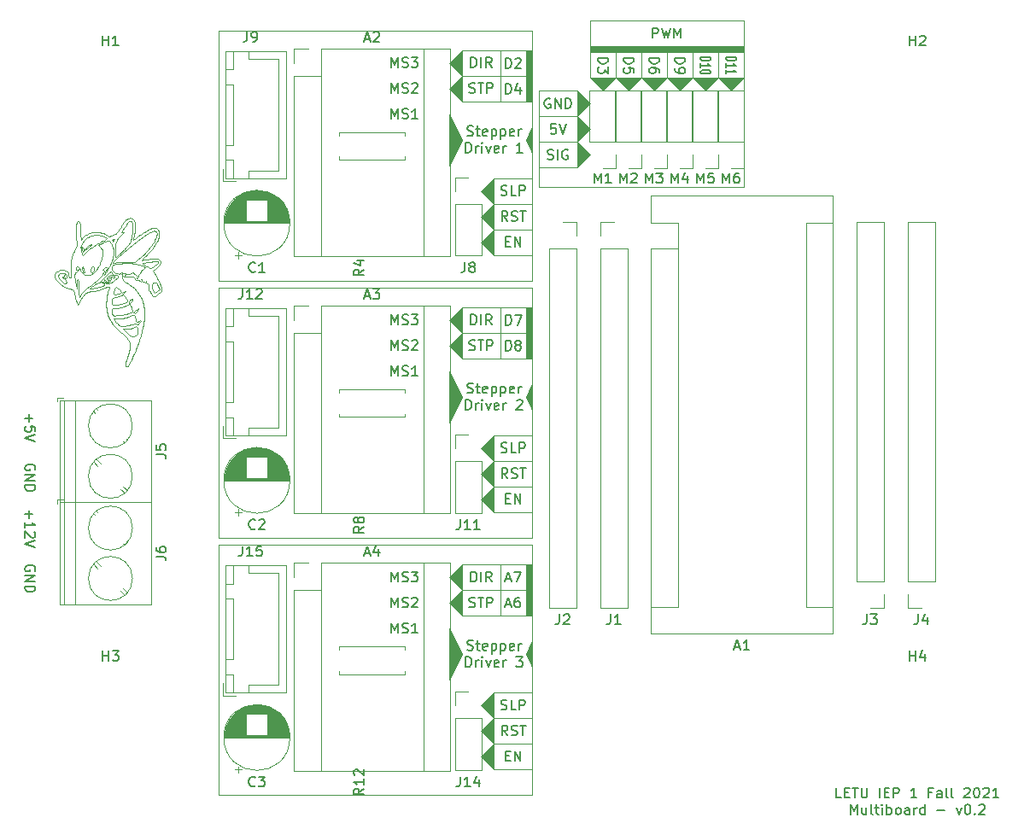
<source format=gto>
G04 #@! TF.GenerationSoftware,KiCad,Pcbnew,5.1.10*
G04 #@! TF.CreationDate,2021-06-04T18:55:33-05:00*
G04 #@! TF.ProjectId,Multiboard,4d756c74-6962-46f6-9172-642e6b696361,rev?*
G04 #@! TF.SameCoordinates,Original*
G04 #@! TF.FileFunction,Legend,Top*
G04 #@! TF.FilePolarity,Positive*
%FSLAX46Y46*%
G04 Gerber Fmt 4.6, Leading zero omitted, Abs format (unit mm)*
G04 Created by KiCad (PCBNEW 5.1.10) date 2021-06-04 18:55:33*
%MOMM*%
%LPD*%
G01*
G04 APERTURE LIST*
%ADD10C,0.150000*%
%ADD11C,0.100000*%
%ADD12C,0.120000*%
%ADD13R,2.600000X2.600000*%
%ADD14C,2.600000*%
%ADD15R,1.700000X1.700000*%
%ADD16O,1.700000X1.700000*%
%ADD17C,1.600000*%
%ADD18R,1.600000X1.600000*%
%ADD19O,1.950000X1.700000*%
%ADD20O,1.600000X1.600000*%
%ADD21C,0.900000*%
%ADD22C,10.600000*%
G04 APERTURE END LIST*
D10*
X192692380Y-134322380D02*
X192216190Y-134322380D01*
X192216190Y-133322380D01*
X193025714Y-133798571D02*
X193359047Y-133798571D01*
X193501904Y-134322380D02*
X193025714Y-134322380D01*
X193025714Y-133322380D01*
X193501904Y-133322380D01*
X193787619Y-133322380D02*
X194359047Y-133322380D01*
X194073333Y-134322380D02*
X194073333Y-133322380D01*
X194692380Y-133322380D02*
X194692380Y-134131904D01*
X194740000Y-134227142D01*
X194787619Y-134274761D01*
X194882857Y-134322380D01*
X195073333Y-134322380D01*
X195168571Y-134274761D01*
X195216190Y-134227142D01*
X195263809Y-134131904D01*
X195263809Y-133322380D01*
X196501904Y-134322380D02*
X196501904Y-133322380D01*
X196978095Y-133798571D02*
X197311428Y-133798571D01*
X197454285Y-134322380D02*
X196978095Y-134322380D01*
X196978095Y-133322380D01*
X197454285Y-133322380D01*
X197882857Y-134322380D02*
X197882857Y-133322380D01*
X198263809Y-133322380D01*
X198359047Y-133370000D01*
X198406666Y-133417619D01*
X198454285Y-133512857D01*
X198454285Y-133655714D01*
X198406666Y-133750952D01*
X198359047Y-133798571D01*
X198263809Y-133846190D01*
X197882857Y-133846190D01*
X200168571Y-134322380D02*
X199597142Y-134322380D01*
X199882857Y-134322380D02*
X199882857Y-133322380D01*
X199787619Y-133465238D01*
X199692380Y-133560476D01*
X199597142Y-133608095D01*
X201692380Y-133798571D02*
X201359047Y-133798571D01*
X201359047Y-134322380D02*
X201359047Y-133322380D01*
X201835238Y-133322380D01*
X202644761Y-134322380D02*
X202644761Y-133798571D01*
X202597142Y-133703333D01*
X202501904Y-133655714D01*
X202311428Y-133655714D01*
X202216190Y-133703333D01*
X202644761Y-134274761D02*
X202549523Y-134322380D01*
X202311428Y-134322380D01*
X202216190Y-134274761D01*
X202168571Y-134179523D01*
X202168571Y-134084285D01*
X202216190Y-133989047D01*
X202311428Y-133941428D01*
X202549523Y-133941428D01*
X202644761Y-133893809D01*
X203263809Y-134322380D02*
X203168571Y-134274761D01*
X203120952Y-134179523D01*
X203120952Y-133322380D01*
X203787619Y-134322380D02*
X203692380Y-134274761D01*
X203644761Y-134179523D01*
X203644761Y-133322380D01*
X204882857Y-133417619D02*
X204930476Y-133370000D01*
X205025714Y-133322380D01*
X205263809Y-133322380D01*
X205359047Y-133370000D01*
X205406666Y-133417619D01*
X205454285Y-133512857D01*
X205454285Y-133608095D01*
X205406666Y-133750952D01*
X204835238Y-134322380D01*
X205454285Y-134322380D01*
X206073333Y-133322380D02*
X206168571Y-133322380D01*
X206263809Y-133370000D01*
X206311428Y-133417619D01*
X206359047Y-133512857D01*
X206406666Y-133703333D01*
X206406666Y-133941428D01*
X206359047Y-134131904D01*
X206311428Y-134227142D01*
X206263809Y-134274761D01*
X206168571Y-134322380D01*
X206073333Y-134322380D01*
X205978095Y-134274761D01*
X205930476Y-134227142D01*
X205882857Y-134131904D01*
X205835238Y-133941428D01*
X205835238Y-133703333D01*
X205882857Y-133512857D01*
X205930476Y-133417619D01*
X205978095Y-133370000D01*
X206073333Y-133322380D01*
X206787619Y-133417619D02*
X206835238Y-133370000D01*
X206930476Y-133322380D01*
X207168571Y-133322380D01*
X207263809Y-133370000D01*
X207311428Y-133417619D01*
X207359047Y-133512857D01*
X207359047Y-133608095D01*
X207311428Y-133750952D01*
X206739999Y-134322380D01*
X207359047Y-134322380D01*
X208311428Y-134322380D02*
X207739999Y-134322380D01*
X208025714Y-134322380D02*
X208025714Y-133322380D01*
X207930476Y-133465238D01*
X207835238Y-133560476D01*
X207739999Y-133608095D01*
X193597142Y-135972380D02*
X193597142Y-134972380D01*
X193930476Y-135686666D01*
X194263809Y-134972380D01*
X194263809Y-135972380D01*
X195168571Y-135305714D02*
X195168571Y-135972380D01*
X194740000Y-135305714D02*
X194740000Y-135829523D01*
X194787619Y-135924761D01*
X194882857Y-135972380D01*
X195025714Y-135972380D01*
X195120952Y-135924761D01*
X195168571Y-135877142D01*
X195787619Y-135972380D02*
X195692380Y-135924761D01*
X195644761Y-135829523D01*
X195644761Y-134972380D01*
X196025714Y-135305714D02*
X196406666Y-135305714D01*
X196168571Y-134972380D02*
X196168571Y-135829523D01*
X196216190Y-135924761D01*
X196311428Y-135972380D01*
X196406666Y-135972380D01*
X196740000Y-135972380D02*
X196740000Y-135305714D01*
X196740000Y-134972380D02*
X196692380Y-135020000D01*
X196740000Y-135067619D01*
X196787619Y-135020000D01*
X196740000Y-134972380D01*
X196740000Y-135067619D01*
X197216190Y-135972380D02*
X197216190Y-134972380D01*
X197216190Y-135353333D02*
X197311428Y-135305714D01*
X197501904Y-135305714D01*
X197597142Y-135353333D01*
X197644761Y-135400952D01*
X197692380Y-135496190D01*
X197692380Y-135781904D01*
X197644761Y-135877142D01*
X197597142Y-135924761D01*
X197501904Y-135972380D01*
X197311428Y-135972380D01*
X197216190Y-135924761D01*
X198263809Y-135972380D02*
X198168571Y-135924761D01*
X198120952Y-135877142D01*
X198073333Y-135781904D01*
X198073333Y-135496190D01*
X198120952Y-135400952D01*
X198168571Y-135353333D01*
X198263809Y-135305714D01*
X198406666Y-135305714D01*
X198501904Y-135353333D01*
X198549523Y-135400952D01*
X198597142Y-135496190D01*
X198597142Y-135781904D01*
X198549523Y-135877142D01*
X198501904Y-135924761D01*
X198406666Y-135972380D01*
X198263809Y-135972380D01*
X199454285Y-135972380D02*
X199454285Y-135448571D01*
X199406666Y-135353333D01*
X199311428Y-135305714D01*
X199120952Y-135305714D01*
X199025714Y-135353333D01*
X199454285Y-135924761D02*
X199359047Y-135972380D01*
X199120952Y-135972380D01*
X199025714Y-135924761D01*
X198978095Y-135829523D01*
X198978095Y-135734285D01*
X199025714Y-135639047D01*
X199120952Y-135591428D01*
X199359047Y-135591428D01*
X199454285Y-135543809D01*
X199930476Y-135972380D02*
X199930476Y-135305714D01*
X199930476Y-135496190D02*
X199978095Y-135400952D01*
X200025714Y-135353333D01*
X200120952Y-135305714D01*
X200216190Y-135305714D01*
X200978095Y-135972380D02*
X200978095Y-134972380D01*
X200978095Y-135924761D02*
X200882857Y-135972380D01*
X200692380Y-135972380D01*
X200597142Y-135924761D01*
X200549523Y-135877142D01*
X200501904Y-135781904D01*
X200501904Y-135496190D01*
X200549523Y-135400952D01*
X200597142Y-135353333D01*
X200692380Y-135305714D01*
X200882857Y-135305714D01*
X200978095Y-135353333D01*
X202216190Y-135591428D02*
X202978095Y-135591428D01*
X204120952Y-135305714D02*
X204359047Y-135972380D01*
X204597142Y-135305714D01*
X205168571Y-134972380D02*
X205263809Y-134972380D01*
X205359047Y-135020000D01*
X205406666Y-135067619D01*
X205454285Y-135162857D01*
X205501904Y-135353333D01*
X205501904Y-135591428D01*
X205454285Y-135781904D01*
X205406666Y-135877142D01*
X205359047Y-135924761D01*
X205263809Y-135972380D01*
X205168571Y-135972380D01*
X205073333Y-135924761D01*
X205025714Y-135877142D01*
X204978095Y-135781904D01*
X204930476Y-135591428D01*
X204930476Y-135353333D01*
X204978095Y-135162857D01*
X205025714Y-135067619D01*
X205073333Y-135020000D01*
X205168571Y-134972380D01*
X205930476Y-135877142D02*
X205978095Y-135924761D01*
X205930476Y-135972380D01*
X205882857Y-135924761D01*
X205930476Y-135877142D01*
X205930476Y-135972380D01*
X206359047Y-135067619D02*
X206406666Y-135020000D01*
X206501904Y-134972380D01*
X206740000Y-134972380D01*
X206835238Y-135020000D01*
X206882857Y-135067619D01*
X206930476Y-135162857D01*
X206930476Y-135258095D01*
X206882857Y-135400952D01*
X206311428Y-135972380D01*
X206930476Y-135972380D01*
D11*
X121857646Y-85156173D02*
X121732921Y-85222426D01*
X121732921Y-85222426D02*
X121632685Y-85263204D01*
X121632685Y-85263204D02*
X121521955Y-85300843D01*
X121521955Y-85300843D02*
X121403451Y-85334976D01*
X121403451Y-85334976D02*
X121279895Y-85365238D01*
X121279895Y-85365238D02*
X121154006Y-85391264D01*
X121154006Y-85391264D02*
X121028507Y-85412687D01*
X121028507Y-85412687D02*
X120906117Y-85429141D01*
X120906117Y-85429141D02*
X120789557Y-85440262D01*
X120789557Y-85440262D02*
X120681548Y-85445682D01*
X120681548Y-85445682D02*
X120541520Y-85442325D01*
X120541520Y-85442325D02*
X120436037Y-85424085D01*
X120436037Y-85424085D02*
X120361937Y-85357260D01*
X115711111Y-82488510D02*
X115673612Y-82451011D01*
X121566455Y-82302546D02*
X121458692Y-82276659D01*
X121458692Y-82276659D02*
X121357960Y-82266429D01*
X121357960Y-82266429D02*
X121252514Y-82286263D01*
X121252514Y-82286263D02*
X121208320Y-82313715D01*
X120591251Y-82494718D02*
X120687210Y-82438300D01*
X120687210Y-82438300D02*
X120785710Y-82461698D01*
X120785710Y-82461698D02*
X120809193Y-82467619D01*
X121693061Y-81205076D02*
X121591032Y-81207065D01*
X121591032Y-81207065D02*
X121490440Y-81209647D01*
X121490440Y-81209647D02*
X121343516Y-81214540D01*
X121343516Y-81214540D02*
X121203095Y-81220536D01*
X121203095Y-81220536D02*
X121071139Y-81227496D01*
X121071139Y-81227496D02*
X120949613Y-81235283D01*
X120949613Y-81235283D02*
X120840477Y-81243756D01*
X120840477Y-81243756D02*
X120717632Y-81255886D01*
X120717632Y-81255886D02*
X120607050Y-81271923D01*
X120607050Y-81271923D02*
X120558636Y-81285053D01*
X121115137Y-83929551D02*
X121359701Y-84208094D01*
X119652474Y-81804085D02*
X119569704Y-81866480D01*
X119569704Y-81866480D02*
X119499264Y-81937673D01*
X119499264Y-81937673D02*
X119461121Y-82011919D01*
X120433554Y-82561211D02*
X120350963Y-82495338D01*
X120350963Y-82495338D02*
X120241806Y-82487742D01*
X120241806Y-82487742D02*
X120153097Y-82537185D01*
X120153097Y-82537185D02*
X120065127Y-82598140D01*
X119648613Y-82376012D02*
X119686112Y-82413511D01*
X121699808Y-85562777D02*
X121800851Y-85516243D01*
X121800851Y-85516243D02*
X121894788Y-85473942D01*
X121894788Y-85473942D02*
X121993220Y-85430873D01*
X121993220Y-85430873D02*
X122090311Y-85390747D01*
X122090311Y-85390747D02*
X122135274Y-85376011D01*
X123452526Y-81322382D02*
X123558582Y-81289026D01*
X123558582Y-81289026D02*
X123689301Y-81261749D01*
X123689301Y-81261749D02*
X123794628Y-81243229D01*
X123794628Y-81243229D02*
X123910650Y-81224902D01*
X123910650Y-81224902D02*
X124034067Y-81207164D01*
X124034067Y-81207164D02*
X124161579Y-81190411D01*
X124161579Y-81190411D02*
X124289885Y-81175037D01*
X124289885Y-81175037D02*
X124415686Y-81161438D01*
X124415686Y-81161438D02*
X124535680Y-81150010D01*
X124535680Y-81150010D02*
X124646568Y-81141148D01*
X124646568Y-81141148D02*
X124788606Y-81133530D01*
X124788606Y-81133530D02*
X124891591Y-81133911D01*
X124891591Y-81133911D02*
X124944386Y-81143624D01*
X117314537Y-84430651D02*
X117159595Y-84647793D01*
X119461121Y-82011919D02*
X119565722Y-82007485D01*
X119565722Y-82007485D02*
X119572636Y-82001827D01*
X116902173Y-83374187D02*
X116893244Y-83838510D01*
X119929971Y-81764857D02*
X119836701Y-81723383D01*
X119836701Y-81723383D02*
X119736934Y-81754187D01*
X119736934Y-81754187D02*
X119652474Y-81804085D01*
X120065127Y-82598140D02*
X119979396Y-82661699D01*
X119979396Y-82661699D02*
X119902700Y-82728395D01*
X119902700Y-82728395D02*
X119847127Y-82816158D01*
X119847127Y-82816158D02*
X119886201Y-82917696D01*
X119886201Y-82917696D02*
X119947770Y-82975327D01*
X120500863Y-81195161D02*
X120600222Y-81071561D01*
X120600222Y-81071561D02*
X120722016Y-80948464D01*
X120722016Y-80948464D02*
X120797572Y-80876351D01*
X120797572Y-80876351D02*
X120882011Y-80797926D01*
X120882011Y-80797926D02*
X120974663Y-80713736D01*
X120974663Y-80713736D02*
X121074859Y-80624331D01*
X121074859Y-80624331D02*
X121181930Y-80530259D01*
X121181930Y-80530259D02*
X121295209Y-80432067D01*
X121295209Y-80432067D02*
X121414026Y-80330303D01*
X121414026Y-80330303D02*
X121537713Y-80225517D01*
X121537713Y-80225517D02*
X121665600Y-80118256D01*
X121665600Y-80118256D02*
X121797020Y-80009068D01*
X121797020Y-80009068D02*
X121931303Y-79898502D01*
X121931303Y-79898502D02*
X122067781Y-79787105D01*
X122067781Y-79787105D02*
X122205785Y-79675426D01*
X122205785Y-79675426D02*
X122344646Y-79564013D01*
X122344646Y-79564013D02*
X122483696Y-79453414D01*
X122483696Y-79453414D02*
X122622266Y-79344178D01*
X122622266Y-79344178D02*
X122759688Y-79236852D01*
X122759688Y-79236852D02*
X122895292Y-79131985D01*
X122895292Y-79131985D02*
X123028410Y-79030125D01*
X123028410Y-79030125D02*
X123158373Y-78931820D01*
X123158373Y-78931820D02*
X123284512Y-78837619D01*
X123284512Y-78837619D02*
X123406160Y-78748069D01*
X123406160Y-78748069D02*
X123522646Y-78663718D01*
X123522646Y-78663718D02*
X123633303Y-78585116D01*
X123633303Y-78585116D02*
X123737462Y-78512810D01*
X123737462Y-78512810D02*
X123834454Y-78447347D01*
X123834454Y-78447347D02*
X123923610Y-78389278D01*
X120289234Y-82151349D02*
X120353629Y-82229885D01*
X120353629Y-82229885D02*
X120407253Y-82327244D01*
X120407253Y-82327244D02*
X120451413Y-82419186D01*
X115071403Y-82532969D02*
X115120866Y-82423771D01*
X115120866Y-82423771D02*
X115189892Y-82342762D01*
X115189892Y-82342762D02*
X115276645Y-82290535D01*
X115276645Y-82290535D02*
X115379287Y-82267685D01*
X115379287Y-82267685D02*
X115495981Y-82274806D01*
X115495981Y-82274806D02*
X115598219Y-82302482D01*
X115598219Y-82302482D02*
X115679463Y-82336259D01*
X118148612Y-83818611D02*
X118228561Y-83755169D01*
X118228561Y-83755169D02*
X118324021Y-83687964D01*
X118324021Y-83687964D02*
X118422816Y-83621185D01*
X118422816Y-83621185D02*
X118511249Y-83562894D01*
X118511249Y-83562894D02*
X118605568Y-83501958D01*
X118605568Y-83501958D02*
X118703499Y-83439931D01*
X115679463Y-82336259D02*
X115785697Y-82392525D01*
X115785697Y-82392525D02*
X115873671Y-82458613D01*
X115873671Y-82458613D02*
X115927292Y-82551360D01*
X115927292Y-82551360D02*
X115912589Y-82658736D01*
X115912589Y-82658736D02*
X115870863Y-82737803D01*
X125123102Y-83890634D02*
X124898354Y-84070450D01*
X120236600Y-82619774D02*
X120345632Y-82633538D01*
X120345632Y-82633538D02*
X120384643Y-82668508D01*
X123107399Y-87064652D02*
X123201779Y-87004231D01*
X123201779Y-87004231D02*
X123223546Y-87077776D01*
X123223546Y-87077776D02*
X123162681Y-87169531D01*
X123162681Y-87169531D02*
X123093254Y-87254406D01*
X123093254Y-87254406D02*
X123017728Y-87334081D01*
X123017728Y-87334081D02*
X122993058Y-87357227D01*
X120809193Y-82467619D02*
X120924705Y-82499453D01*
X120924705Y-82499453D02*
X121016817Y-82539843D01*
X121016817Y-82539843D02*
X121021222Y-82648462D01*
X121021222Y-82648462D02*
X120950377Y-82725692D01*
X120950377Y-82725692D02*
X120865619Y-82800382D01*
X120865619Y-82800382D02*
X120752561Y-82892162D01*
X120752561Y-82892162D02*
X120660939Y-82964051D01*
X120660939Y-82964051D02*
X120555946Y-83045348D01*
X121066188Y-86481650D02*
X120961915Y-86488262D01*
X120961915Y-86488262D02*
X120828786Y-86495935D01*
X120828786Y-86495935D02*
X120720944Y-86500346D01*
X120720944Y-86500346D02*
X120611338Y-86500060D01*
X120611338Y-86500060D02*
X120505835Y-86483357D01*
X120505835Y-86483357D02*
X120432944Y-86411643D01*
X120432944Y-86411643D02*
X120410962Y-86342126D01*
X122873612Y-82751010D02*
X122911111Y-82788512D01*
X122993058Y-87357227D02*
X122915279Y-87425212D01*
X122915279Y-87425212D02*
X122836112Y-87367120D01*
X122873612Y-82826012D02*
X122836112Y-82788512D01*
X121336111Y-82413511D02*
X121336111Y-82413511D01*
X120684304Y-80112227D02*
X120684304Y-80112227D01*
X121673610Y-82451011D02*
X121711112Y-82488510D01*
X119769491Y-82094755D02*
X119807582Y-82000112D01*
X119807582Y-82000112D02*
X119862329Y-81906847D01*
X119862329Y-81906847D02*
X119933458Y-81851007D01*
X117483440Y-80100971D02*
X117523325Y-80207251D01*
X117523325Y-80207251D02*
X117611962Y-80144906D01*
X117611962Y-80144906D02*
X117617581Y-80022612D01*
X117617581Y-80022612D02*
X117607056Y-79919760D01*
X121636110Y-82488510D02*
X121636110Y-82488510D01*
X118259050Y-79575013D02*
X118340350Y-79516359D01*
X118340350Y-79516359D02*
X118317911Y-79451012D01*
X118261119Y-82010195D02*
X118261119Y-82010195D01*
X123678371Y-81715792D02*
X123441408Y-81932222D01*
X124463837Y-84007041D02*
X124422115Y-83906619D01*
X124422115Y-83906619D02*
X124393831Y-83791415D01*
X124393831Y-83791415D02*
X124378682Y-83670111D01*
X124378682Y-83670111D02*
X124376365Y-83551391D01*
X124376365Y-83551391D02*
X124386576Y-83443937D01*
X124386576Y-83443937D02*
X124416496Y-83338693D01*
X124416496Y-83338693D02*
X124489349Y-83276012D01*
X120060246Y-82864056D02*
X119986106Y-82792951D01*
X122042335Y-85215856D02*
X122052021Y-85112445D01*
X122052021Y-85112445D02*
X122123738Y-85031221D01*
X122123738Y-85031221D02*
X122205596Y-84966455D01*
X122205596Y-84966455D02*
X122289217Y-84910839D01*
X122289217Y-84910839D02*
X122388784Y-84852021D01*
X122388784Y-84852021D02*
X122416148Y-84836836D01*
X121208320Y-82313715D02*
X121093889Y-82351423D01*
X121093889Y-82351423D02*
X120987940Y-82348878D01*
X120987940Y-82348878D02*
X120869429Y-82327595D01*
X120869429Y-82327595D02*
X120747928Y-82290497D01*
X120747928Y-82290497D02*
X120633010Y-82240507D01*
X120633010Y-82240507D02*
X120534248Y-82180547D01*
X120534248Y-82180547D02*
X120448096Y-82096031D01*
X120448096Y-82096031D02*
X120437336Y-82078309D01*
X120536189Y-84293828D02*
X120536189Y-84293828D01*
X117509257Y-82147545D02*
X117509257Y-82147545D01*
X118148612Y-83818617D02*
X118148612Y-83818617D01*
X123323612Y-82976010D02*
X123286112Y-82938510D01*
X119592359Y-83226621D02*
X119592359Y-83226621D01*
X122836112Y-87367120D02*
X122797528Y-87272917D01*
X122797528Y-87272917D02*
X122704863Y-87285853D01*
X117851507Y-82493995D02*
X117980988Y-82504607D01*
X117980988Y-82504607D02*
X118111898Y-82489295D01*
X118111898Y-82489295D02*
X118243069Y-82449588D01*
X118243069Y-82449588D02*
X118373334Y-82387016D01*
X118373334Y-82387016D02*
X118501528Y-82303108D01*
X118501528Y-82303108D02*
X118626484Y-82199394D01*
X118626484Y-82199394D02*
X118747035Y-82077403D01*
X118747035Y-82077403D02*
X118862015Y-81938665D01*
X118862015Y-81938665D02*
X118970257Y-81784709D01*
X118970257Y-81784709D02*
X119070596Y-81617065D01*
X119070596Y-81617065D02*
X119117436Y-81528588D01*
X119117436Y-81528588D02*
X119161864Y-81437262D01*
X119161864Y-81437262D02*
X119203732Y-81343279D01*
X119203732Y-81343279D02*
X119242895Y-81246829D01*
X119242895Y-81246829D02*
X119279207Y-81148105D01*
X119279207Y-81148105D02*
X119312522Y-81047297D01*
X119312522Y-81047297D02*
X119342696Y-80944597D01*
X119342696Y-80944597D02*
X119369580Y-80840195D01*
X119369580Y-80840195D02*
X119393031Y-80734282D01*
X119393031Y-80734282D02*
X119412902Y-80627051D01*
X119412902Y-80627051D02*
X119429047Y-80518692D01*
X119429047Y-80518692D02*
X119441321Y-80409397D01*
X122911111Y-87985654D02*
X122910758Y-88098107D01*
X122910758Y-88098107D02*
X122907898Y-88217505D01*
X122907898Y-88217505D02*
X122896914Y-88325717D01*
X122896914Y-88325717D02*
X122858834Y-88420640D01*
X122858834Y-88420640D02*
X122767032Y-88484069D01*
X122767032Y-88484069D02*
X122674920Y-88518678D01*
X123811111Y-83088511D02*
X123773612Y-83126011D01*
X119592362Y-83226624D02*
X119495915Y-83182904D01*
X119495915Y-83182904D02*
X119403509Y-83132401D01*
X119403509Y-83132401D02*
X119320005Y-83067864D01*
X119320005Y-83067864D02*
X119311111Y-83048979D01*
X120476567Y-80745274D02*
X120438567Y-80875189D01*
X120438567Y-80875189D02*
X120390437Y-81016935D01*
X120390437Y-81016935D02*
X120353573Y-81116172D01*
X120353573Y-81116172D02*
X120313484Y-81217919D01*
X120313484Y-81217919D02*
X120270680Y-81321078D01*
X120270680Y-81321078D02*
X120225672Y-81424549D01*
X120225672Y-81424549D02*
X120178972Y-81527233D01*
X120178972Y-81527233D02*
X120131089Y-81628032D01*
X120131089Y-81628032D02*
X120082534Y-81725846D01*
X120082534Y-81725846D02*
X120033819Y-81819576D01*
X120033819Y-81819576D02*
X119985455Y-81908123D01*
X119985455Y-81908123D02*
X119914682Y-82028822D01*
X119914682Y-82028822D02*
X119847571Y-82131679D01*
X119847571Y-82131679D02*
X119805717Y-82188506D01*
X115556575Y-83257261D02*
X115462474Y-83172758D01*
X115462474Y-83172758D02*
X115377568Y-83090400D01*
X115377568Y-83090400D02*
X115302155Y-83010633D01*
X115302155Y-83010633D02*
X115236534Y-82933903D01*
X115236534Y-82933903D02*
X115164790Y-82837093D01*
X115164790Y-82837093D02*
X115111695Y-82747536D01*
X115111695Y-82747536D02*
X115072634Y-82647402D01*
X115072634Y-82647402D02*
X115067638Y-82547295D01*
X115067638Y-82547295D02*
X115071403Y-82532969D01*
X122537051Y-86182261D02*
X122537040Y-86182261D01*
X119686112Y-82413511D02*
X119648613Y-82451011D01*
X121673610Y-82526010D02*
X121636110Y-82488510D01*
X121529250Y-87851011D02*
X121826431Y-87847723D01*
X122162771Y-86558713D02*
X122278923Y-86502452D01*
X122278923Y-86502452D02*
X122375393Y-86459831D01*
X122375393Y-86459831D02*
X122477339Y-86426029D01*
X122477339Y-86426029D02*
X122584066Y-86429716D01*
X122584066Y-86429716D02*
X122651571Y-86506122D01*
X122651571Y-86506122D02*
X122683791Y-86601599D01*
X122683791Y-86601599D02*
X122712088Y-86735605D01*
X122712088Y-86735605D02*
X122726454Y-86817834D01*
X123773612Y-83126011D02*
X123736112Y-83088511D01*
X118259050Y-79575013D02*
X118259050Y-79575013D01*
X122704863Y-87285853D02*
X122602555Y-87322579D01*
X122602555Y-87322579D02*
X122487347Y-87358828D01*
X122487347Y-87358828D02*
X122362514Y-87393915D01*
X122362514Y-87393915D02*
X122231332Y-87427155D01*
X122231332Y-87427155D02*
X122097074Y-87457863D01*
X122097074Y-87457863D02*
X121963017Y-87485356D01*
X121963017Y-87485356D02*
X121832435Y-87508949D01*
X121832435Y-87508949D02*
X121708602Y-87527956D01*
X121708602Y-87527956D02*
X121594795Y-87541693D01*
X121594795Y-87541693D02*
X121494289Y-87549477D01*
X121494289Y-87549477D02*
X121436291Y-87551020D01*
X122811893Y-86107262D02*
X122737357Y-86183626D01*
X122737357Y-86183626D02*
X122650269Y-86250967D01*
X122650269Y-86250967D02*
X122547406Y-86244176D01*
X122547406Y-86244176D02*
X122537051Y-86182261D01*
X117450368Y-81778480D02*
X117466327Y-81673819D01*
X117466327Y-81673819D02*
X117534201Y-81758238D01*
X117534201Y-81758238D02*
X117572945Y-81873321D01*
X117572945Y-81873321D02*
X117591851Y-81931945D01*
X121336111Y-82413511D02*
X121373611Y-82376012D01*
X123923610Y-78389278D02*
X124011108Y-78334697D01*
X124011108Y-78334697D02*
X124131891Y-78264133D01*
X124131891Y-78264133D02*
X124240848Y-78206987D01*
X124240848Y-78206987D02*
X124338801Y-78163092D01*
X124338801Y-78163092D02*
X124453709Y-78124886D01*
X124453709Y-78124886D02*
X124574859Y-78109225D01*
X124574859Y-78109225D02*
X124674578Y-78128499D01*
X124674578Y-78128499D02*
X124771310Y-78196643D01*
X124771310Y-78196643D02*
X124785427Y-78212688D01*
X118261110Y-82010195D02*
X118272619Y-81905323D01*
X118272619Y-81905323D02*
X118312228Y-81793817D01*
X118312228Y-81793817D02*
X118372245Y-81707044D01*
X118372245Y-81707044D02*
X118457132Y-81649908D01*
X118457132Y-81649908D02*
X118557827Y-81661480D01*
X117372985Y-80211060D02*
X117372985Y-80211060D01*
X118703499Y-83439931D02*
X118825239Y-83363904D01*
X118825239Y-83363904D02*
X118925874Y-83302590D01*
X118925874Y-83302590D02*
X119033246Y-83242223D01*
X119033246Y-83242223D02*
X119135996Y-83198238D01*
X119135996Y-83198238D02*
X119250030Y-83188201D01*
X119250030Y-83188201D02*
X119350297Y-83219933D01*
X119350297Y-83219933D02*
X119433066Y-83258125D01*
X121164817Y-86799108D02*
X121282435Y-86790019D01*
X121282435Y-86790019D02*
X121392286Y-86778819D01*
X121392286Y-86778819D02*
X121495335Y-86765277D01*
X121495335Y-86765277D02*
X121623823Y-86743173D01*
X121623823Y-86743173D02*
X121744224Y-86715939D01*
X121744224Y-86715939D02*
X121858827Y-86683024D01*
X121858827Y-86683024D02*
X121969920Y-86643877D01*
X121969920Y-86643877D02*
X122079792Y-86597945D01*
X122079792Y-86597945D02*
X122162771Y-86558713D01*
X122105363Y-79408994D02*
X122020791Y-79521660D01*
X122020791Y-79521660D02*
X121948431Y-79603062D01*
X121948431Y-79603062D02*
X121860235Y-79697175D01*
X121860235Y-79697175D02*
X121759365Y-79801000D01*
X121759365Y-79801000D02*
X121648984Y-79911537D01*
X121648984Y-79911537D02*
X121532252Y-80025785D01*
X121532252Y-80025785D02*
X121412331Y-80140744D01*
X121412331Y-80140744D02*
X121292382Y-80253414D01*
X121292382Y-80253414D02*
X121175567Y-80360796D01*
X121175567Y-80360796D02*
X121065047Y-80459888D01*
X121065047Y-80459888D02*
X120963984Y-80547692D01*
X120963984Y-80547692D02*
X120875539Y-80621205D01*
X120875539Y-80621205D02*
X120773447Y-80698121D01*
X120773447Y-80698121D02*
X120717529Y-80726010D01*
X122416148Y-84836836D02*
X122431640Y-84936658D01*
X122431640Y-84936658D02*
X122393896Y-84990062D01*
X122779862Y-87590620D02*
X122881672Y-87601426D01*
X122881672Y-87601426D02*
X122904157Y-87706640D01*
X122904157Y-87706640D02*
X122909705Y-87823054D01*
X122909705Y-87823054D02*
X122911065Y-87949150D01*
X122911065Y-87949150D02*
X122911111Y-87985654D01*
X122411893Y-86122699D02*
X122325132Y-86181710D01*
X122325132Y-86181710D02*
X122202510Y-86240039D01*
X122202510Y-86240039D02*
X122090796Y-86282327D01*
X122090796Y-86282327D02*
X121965106Y-86322579D01*
X121965106Y-86322579D02*
X121828096Y-86360086D01*
X121828096Y-86360086D02*
X121682421Y-86394139D01*
X121682421Y-86394139D02*
X121581802Y-86414573D01*
X121581802Y-86414573D02*
X121479300Y-86432947D01*
X121479300Y-86432947D02*
X121375700Y-86449052D01*
X121375700Y-86449052D02*
X121271790Y-86462677D01*
X121271790Y-86462677D02*
X121168357Y-86473613D01*
X121168357Y-86473613D02*
X121066188Y-86481650D01*
X123361111Y-82938510D02*
X123323612Y-82976010D01*
X122674920Y-88518678D02*
X122556942Y-88557978D01*
X122556942Y-88557978D02*
X122440090Y-88584987D01*
X122440090Y-88584987D02*
X122323536Y-88576952D01*
X122323536Y-88576952D02*
X122227249Y-88529433D01*
X122227249Y-88529433D02*
X122139184Y-88460328D01*
X122139184Y-88460328D02*
X122061291Y-88388326D01*
X122061291Y-88388326D02*
X121969384Y-88297577D01*
X121969384Y-88297577D02*
X121898610Y-88226015D01*
X115636112Y-82488510D02*
X115673612Y-82526010D01*
X123286112Y-82938510D02*
X123323612Y-82901011D01*
X120437336Y-82078309D02*
X120396252Y-81985809D01*
X120396252Y-81985809D02*
X120366991Y-81870338D01*
X120366991Y-81870338D02*
X120361643Y-81759249D01*
X120361643Y-81759249D02*
X120379527Y-81657054D01*
X120379527Y-81657054D02*
X120430695Y-81552513D01*
X120430695Y-81552513D02*
X120513158Y-81475074D01*
X120513158Y-81475074D02*
X120529862Y-81465351D01*
X120572996Y-86838512D02*
X121164817Y-86799108D01*
X115556583Y-83257272D02*
X115556575Y-83257261D01*
X115861118Y-83188178D02*
X115836812Y-83295487D01*
X115836812Y-83295487D02*
X115749190Y-83347178D01*
X115749190Y-83347178D02*
X115646154Y-83319658D01*
X115646154Y-83319658D02*
X115556583Y-83257272D01*
X123323612Y-82901011D02*
X123361111Y-82938510D01*
X119440575Y-79132063D02*
X119325912Y-79187344D01*
X119325912Y-79187344D02*
X119210272Y-79246252D01*
X119210272Y-79246252D02*
X119094239Y-79308391D01*
X119094239Y-79308391D02*
X118978393Y-79373368D01*
X118978393Y-79373368D02*
X118863320Y-79440788D01*
X118863320Y-79440788D02*
X118749601Y-79510257D01*
X118749601Y-79510257D02*
X118637820Y-79581382D01*
X118637820Y-79581382D02*
X118528559Y-79653767D01*
X118528559Y-79653767D02*
X118422401Y-79727020D01*
X118422401Y-79727020D02*
X118319929Y-79800746D01*
X118319929Y-79800746D02*
X118221726Y-79874550D01*
X118221726Y-79874550D02*
X118128375Y-79948040D01*
X118128375Y-79948040D02*
X118040460Y-80020820D01*
X118040460Y-80020820D02*
X117958561Y-80092497D01*
X117958561Y-80092497D02*
X117883264Y-80162677D01*
X117883264Y-80162677D02*
X117815150Y-80230965D01*
X121636110Y-82488510D02*
X121673610Y-82451011D01*
X119252023Y-79765862D02*
X119022482Y-79551435D01*
X117457074Y-79676012D02*
X117378660Y-79739131D01*
X117378660Y-79739131D02*
X117390908Y-79795478D01*
X120845491Y-87194771D02*
X120845491Y-87194771D01*
X115696674Y-82725869D02*
X115614257Y-82668346D01*
X115614257Y-82668346D02*
X115512397Y-82665446D01*
X115512397Y-82665446D02*
X115479526Y-82681680D01*
X117815150Y-80230965D02*
X117736324Y-80311039D01*
X117736324Y-80311039D02*
X117662602Y-80381679D01*
X117662602Y-80381679D02*
X117579589Y-80454728D01*
X117579589Y-80454728D02*
X117508271Y-80501010D01*
X122042326Y-85215856D02*
X122042326Y-85215856D01*
X115673612Y-82526010D02*
X115711111Y-82488510D01*
X122011111Y-81306786D02*
X122117845Y-81309189D01*
X122117845Y-81309189D02*
X122253356Y-81321035D01*
X122253356Y-81321035D02*
X122355918Y-81333442D01*
X122355918Y-81333442D02*
X122465621Y-81348942D01*
X122465621Y-81348942D02*
X122580206Y-81367093D01*
X122580206Y-81367093D02*
X122697413Y-81387454D01*
X122697413Y-81387454D02*
X122814984Y-81409582D01*
X122814984Y-81409582D02*
X122930658Y-81433037D01*
X122930658Y-81433037D02*
X123042177Y-81457377D01*
X123042177Y-81457377D02*
X123147280Y-81482160D01*
X123147280Y-81482160D02*
X123287964Y-81519200D01*
X123287964Y-81519200D02*
X123401505Y-81554754D01*
X123401505Y-81554754D02*
X123497492Y-81597272D01*
X122353004Y-77234095D02*
X122401455Y-77337734D01*
X122401455Y-77337734D02*
X122432185Y-77487527D01*
X122432185Y-77487527D02*
X122443322Y-77608687D01*
X122443322Y-77608687D02*
X122447324Y-77743844D01*
X122447324Y-77743844D02*
X122444489Y-77890392D01*
X122444489Y-77890392D02*
X122435112Y-78045725D01*
X122435112Y-78045725D02*
X122419493Y-78207236D01*
X122419493Y-78207236D02*
X122397925Y-78372319D01*
X122397925Y-78372319D02*
X122370708Y-78538369D01*
X122370708Y-78538369D02*
X122338137Y-78702777D01*
X122338137Y-78702777D02*
X122300508Y-78862939D01*
X122300508Y-78862939D02*
X122258120Y-79016248D01*
X122258120Y-79016248D02*
X122211269Y-79160098D01*
X122211269Y-79160098D02*
X122160251Y-79291881D01*
X122160251Y-79291881D02*
X122105363Y-79408994D01*
X121898610Y-88226015D02*
X121898610Y-88226015D01*
X119753911Y-83157011D02*
X119833256Y-83220028D01*
X119833256Y-83220028D02*
X119932246Y-83243984D01*
X119932246Y-83243984D02*
X120029830Y-83202721D01*
X120029830Y-83202721D02*
X120053913Y-83188092D01*
X119790685Y-83043579D02*
X119713005Y-82978169D01*
X119713005Y-82978169D02*
X119622039Y-82935378D01*
X119622039Y-82935378D02*
X119611096Y-82951315D01*
X117159595Y-84647793D02*
X117111001Y-84243153D01*
X119611096Y-82951315D02*
X119653048Y-83043272D01*
X119653048Y-83043272D02*
X119718328Y-83122390D01*
X119718328Y-83122390D02*
X119753911Y-83157011D01*
X120717529Y-80726010D02*
X120703526Y-80620815D01*
X120703526Y-80620815D02*
X120696685Y-80502067D01*
X120696685Y-80502067D02*
X120691512Y-80377716D01*
X120691512Y-80377716D02*
X120687911Y-80265153D01*
X120687911Y-80265153D02*
X120684934Y-80143688D01*
X120684934Y-80143688D02*
X120684304Y-80112227D01*
X119433066Y-83258125D02*
X119526388Y-83306175D01*
X119526388Y-83306175D02*
X119608645Y-83366986D01*
X119608645Y-83366986D02*
X119605405Y-83470111D01*
X119605405Y-83470111D02*
X119599619Y-83477357D01*
X117046122Y-81911014D02*
X116960653Y-81980058D01*
X116960653Y-81980058D02*
X116858234Y-81959893D01*
X116858234Y-81959893D02*
X116845389Y-81856258D01*
X116845389Y-81856258D02*
X116849891Y-81800548D01*
X115493246Y-82749873D02*
X115604731Y-82782333D01*
X115604731Y-82782333D02*
X115697258Y-82851264D01*
X115697258Y-82851264D02*
X115765017Y-82929115D01*
X115765017Y-82929115D02*
X115818454Y-83018587D01*
X115818454Y-83018587D02*
X115852108Y-83113181D01*
X115852108Y-83113181D02*
X115861118Y-83188178D01*
X119947770Y-82975327D02*
X120011138Y-83056357D01*
X120011138Y-83056357D02*
X120014860Y-83140150D01*
X116690099Y-82563512D02*
X116691929Y-82456679D01*
X116691929Y-82456679D02*
X116708495Y-82344333D01*
X116708495Y-82344333D02*
X116756565Y-82251488D01*
X116756565Y-82251488D02*
X116832910Y-82184397D01*
X116832910Y-82184397D02*
X116911598Y-82135750D01*
X119441321Y-80409397D02*
X119450604Y-80304698D01*
X119450604Y-80304698D02*
X119457654Y-80190842D01*
X119457654Y-80190842D02*
X119455302Y-80081052D01*
X119455302Y-80081052D02*
X119431340Y-79980800D01*
X119431340Y-79980800D02*
X119378418Y-79894863D01*
X119378418Y-79894863D02*
X119307693Y-79818870D01*
X119307693Y-79818870D02*
X119252023Y-79765862D01*
X124489349Y-83276012D02*
X124589978Y-83256308D01*
X124589978Y-83256308D02*
X124665009Y-83231431D01*
X122836112Y-82788512D02*
X122873612Y-82751010D01*
X121398641Y-78415604D02*
X121483624Y-78335270D01*
X121483624Y-78335270D02*
X121556556Y-78260956D01*
X121556556Y-78260956D02*
X121542360Y-78217981D01*
X120558636Y-81285053D02*
X120463644Y-81316374D01*
X120463644Y-81316374D02*
X120488247Y-81219048D01*
X120488247Y-81219048D02*
X120500863Y-81195166D01*
X117372985Y-80211060D02*
X117339700Y-80092065D01*
X117339700Y-80092065D02*
X117315190Y-79984564D01*
X117315190Y-79984564D02*
X117296658Y-79855632D01*
X117296658Y-79855632D02*
X117294924Y-79738790D01*
X117294924Y-79738790D02*
X117310674Y-79629271D01*
X117310674Y-79629271D02*
X117344592Y-79522306D01*
X117344592Y-79522306D02*
X117397366Y-79413128D01*
X117397366Y-79413128D02*
X117449732Y-79326924D01*
X117449732Y-79326924D02*
X117513379Y-79234782D01*
X123094272Y-82412338D02*
X123049979Y-82514721D01*
X123049979Y-82514721D02*
X123006504Y-82607310D01*
X123006504Y-82607310D02*
X122964913Y-82676022D01*
X119599619Y-83477357D02*
X119497259Y-83544428D01*
X119497259Y-83544428D02*
X119381274Y-83594708D01*
X119381274Y-83594708D02*
X119277243Y-83632871D01*
X119277243Y-83632871D02*
X119163895Y-83669795D01*
X119163895Y-83669795D02*
X119045992Y-83704014D01*
X119045992Y-83704014D02*
X118928296Y-83734064D01*
X118928296Y-83734064D02*
X118815569Y-83758480D01*
X118815569Y-83758480D02*
X118712573Y-83775796D01*
X118712573Y-83775796D02*
X118598612Y-83785310D01*
X117061763Y-83327835D02*
X117059968Y-83214372D01*
X117059968Y-83214372D02*
X117051784Y-83074269D01*
X117051784Y-83074269D02*
X117038233Y-82969920D01*
X117038233Y-82969920D02*
X117007472Y-82874370D01*
X117007472Y-82874370D02*
X116938270Y-82970460D01*
X116938270Y-82970460D02*
X116921489Y-83072220D01*
X116921489Y-83072220D02*
X116908997Y-83206929D01*
X116908997Y-83206929D02*
X116903732Y-83314842D01*
X116903732Y-83314842D02*
X116902173Y-83374187D01*
X123497492Y-81597272D02*
X123678371Y-81715792D01*
X115479526Y-82681680D02*
X115493246Y-82749873D01*
X123694576Y-81540962D02*
X123603135Y-81492725D01*
X123603135Y-81492725D02*
X123507346Y-81432931D01*
X123507346Y-81432931D02*
X123435864Y-81359986D01*
X123435864Y-81359986D02*
X123452526Y-81322382D01*
X119648613Y-82451011D02*
X119611110Y-82413511D01*
X115870863Y-82737803D02*
X115783506Y-82793118D01*
X115783506Y-82793118D02*
X115696674Y-82725869D01*
X122704573Y-82434870D02*
X122704573Y-82434856D01*
X120529862Y-81465351D02*
X120624459Y-81431739D01*
X120624459Y-81431739D02*
X120741614Y-81406673D01*
X120741614Y-81406673D02*
X120852159Y-81389099D01*
X120852159Y-81389099D02*
X120981058Y-81372691D01*
X120981058Y-81372691D02*
X121127336Y-81357554D01*
X121127336Y-81357554D02*
X121234029Y-81348220D01*
X121234029Y-81348220D02*
X121347724Y-81339529D01*
X121347724Y-81339529D02*
X121468131Y-81331510D01*
X121468131Y-81331510D02*
X121594963Y-81324196D01*
X121594963Y-81324196D02*
X121727929Y-81317616D01*
X121727929Y-81317616D02*
X121866741Y-81311802D01*
X121866741Y-81311802D02*
X122011111Y-81306786D01*
X124944386Y-81143624D02*
X124929881Y-81259950D01*
X124929881Y-81259950D02*
X124872602Y-81342199D01*
X124872602Y-81342199D02*
X124792707Y-81433740D01*
X124792707Y-81433740D02*
X124721623Y-81504455D01*
X124721623Y-81504455D02*
X124643838Y-81573791D01*
X124643838Y-81573791D02*
X124561934Y-81638916D01*
X124561934Y-81638916D02*
X124478489Y-81696998D01*
X124478489Y-81696998D02*
X124396086Y-81745207D01*
X119201357Y-78551582D02*
X119307464Y-78576730D01*
X119307464Y-78576730D02*
X119413881Y-78607657D01*
X119413881Y-78607657D02*
X119516052Y-78642626D01*
X119516052Y-78642626D02*
X119609419Y-78679901D01*
X119609419Y-78679901D02*
X119703420Y-78725229D01*
X119703420Y-78725229D02*
X119770304Y-78768375D01*
X122964913Y-82676022D02*
X122880526Y-82605183D01*
X122880526Y-82605183D02*
X122799722Y-82528504D01*
X122799722Y-82528504D02*
X122716959Y-82447231D01*
X122716959Y-82447231D02*
X122704573Y-82434870D01*
X120500863Y-81195166D02*
X120500863Y-81195166D01*
X119611110Y-82413511D02*
X119648613Y-82376012D01*
X121898610Y-88226012D02*
X121529250Y-87851011D01*
X118557827Y-81661480D02*
X118616450Y-81747789D01*
X118616450Y-81747789D02*
X118633521Y-81863844D01*
X118633521Y-81863844D02*
X118623247Y-81972454D01*
X118623247Y-81972454D02*
X118590415Y-82071982D01*
X118590415Y-82071982D02*
X118546120Y-82136011D01*
X123773612Y-83051012D02*
X123811111Y-83088511D01*
X124898354Y-84070450D02*
X124818895Y-84132134D01*
X124818895Y-84132134D02*
X124737229Y-84191287D01*
X124737229Y-84191287D02*
X124651284Y-84244859D01*
X124651284Y-84244859D02*
X124634411Y-84250640D01*
X121411110Y-84263050D02*
X121478394Y-84185838D01*
X121478394Y-84185838D02*
X121564888Y-84132014D01*
X121564888Y-84132014D02*
X121615916Y-84106773D01*
X120253580Y-82844774D02*
X120316068Y-82923944D01*
X120316068Y-82923944D02*
X120307627Y-82812106D01*
X120307627Y-82812106D02*
X120271778Y-82713642D01*
X120271778Y-82713642D02*
X120236600Y-82619774D01*
X117111001Y-84243153D02*
X117098872Y-84126185D01*
X117098872Y-84126185D02*
X117089917Y-84017569D01*
X117089917Y-84017569D02*
X117081845Y-83899650D01*
X117081845Y-83899650D02*
X117074858Y-83776181D01*
X117074858Y-83776181D02*
X117069158Y-83650917D01*
X117069158Y-83650917D02*
X117064946Y-83527612D01*
X117064946Y-83527612D02*
X117062424Y-83410020D01*
X117062424Y-83410020D02*
X117061763Y-83327835D01*
X121373611Y-82376012D02*
X121411110Y-82413511D01*
X117513379Y-79234782D02*
X117594192Y-79130043D01*
X117594192Y-79130043D02*
X117679039Y-79033277D01*
X117679039Y-79033277D02*
X117767759Y-78944546D01*
X117767759Y-78944546D02*
X117860195Y-78863915D01*
X117860195Y-78863915D02*
X117956188Y-78791449D01*
X117956188Y-78791449D02*
X118055578Y-78727212D01*
X118055578Y-78727212D02*
X118158206Y-78671268D01*
X118158206Y-78671268D02*
X118263913Y-78623681D01*
X118263913Y-78623681D02*
X118372541Y-78584516D01*
X118372541Y-78584516D02*
X118483931Y-78553838D01*
X118483931Y-78553838D02*
X118597923Y-78531710D01*
X118597923Y-78531710D02*
X118714358Y-78518197D01*
X118714358Y-78518197D02*
X118833078Y-78513364D01*
X118833078Y-78513364D02*
X118953924Y-78517274D01*
X118953924Y-78517274D02*
X119076736Y-78529991D01*
X119076736Y-78529991D02*
X119201357Y-78551582D01*
X120684304Y-80112227D02*
X120684041Y-79975252D01*
X120684041Y-79975252D02*
X120688775Y-79844758D01*
X120688775Y-79844758D02*
X120698717Y-79720240D01*
X120698717Y-79720240D02*
X120714081Y-79601193D01*
X120714081Y-79601193D02*
X120735078Y-79487112D01*
X120735078Y-79487112D02*
X120761921Y-79377493D01*
X120761921Y-79377493D02*
X120794822Y-79271829D01*
X120794822Y-79271829D02*
X120833995Y-79169618D01*
X120833995Y-79169618D02*
X120879651Y-79070353D01*
X120879651Y-79070353D02*
X120932004Y-78973530D01*
X120932004Y-78973530D02*
X120991265Y-78878644D01*
X120991265Y-78878644D02*
X121057648Y-78785191D01*
X121057648Y-78785191D02*
X121131364Y-78692665D01*
X121131364Y-78692665D02*
X121212626Y-78600562D01*
X121212626Y-78600562D02*
X121301648Y-78508376D01*
X121301648Y-78508376D02*
X121398641Y-78415604D01*
X124952138Y-83538744D02*
X125123102Y-83890634D01*
X117607056Y-79919760D02*
X117607056Y-79919760D01*
X121411110Y-82413511D02*
X121373611Y-82451011D01*
X119572636Y-82001827D02*
X119619893Y-82092723D01*
X119619893Y-82092723D02*
X119601682Y-82145850D01*
X123441408Y-81932222D02*
X123366169Y-82008305D01*
X123366169Y-82008305D02*
X123290276Y-82098206D01*
X123290276Y-82098206D02*
X123229999Y-82178884D01*
X123229999Y-82178884D02*
X123165386Y-82276856D01*
X123165386Y-82276856D02*
X123113735Y-82369815D01*
X123113735Y-82369815D02*
X123094272Y-82412338D01*
X118598612Y-83785310D02*
X118493739Y-83793862D01*
X118493739Y-83793862D02*
X118391465Y-83810535D01*
X118391465Y-83810535D02*
X118291304Y-83833075D01*
X118291304Y-83833075D02*
X118261113Y-83841436D01*
X124634411Y-84250640D02*
X124562271Y-84170769D01*
X124562271Y-84170769D02*
X124504561Y-84079368D01*
X124504561Y-84079368D02*
X124463831Y-84007041D01*
X117508271Y-80501010D02*
X117448563Y-80415837D01*
X117448563Y-80415837D02*
X117405725Y-80310489D01*
X117405725Y-80310489D02*
X117372985Y-80211060D01*
X120384643Y-82668508D02*
X120468312Y-82741913D01*
X120468312Y-82741913D02*
X120556807Y-82796822D01*
X120556807Y-82796822D02*
X120630044Y-82723803D01*
X121373611Y-82451011D02*
X121336111Y-82413511D01*
X119611110Y-82413511D02*
X119611110Y-82413511D01*
X120084992Y-82946932D02*
X120060246Y-82864056D01*
X119770304Y-78768375D02*
X119850617Y-78840159D01*
X119850617Y-78840159D02*
X119819323Y-78940656D01*
X119819323Y-78940656D02*
X119722892Y-78996616D01*
X119722892Y-78996616D02*
X119602870Y-79055688D01*
X119602870Y-79055688D02*
X119485321Y-79111115D01*
X119485321Y-79111115D02*
X119440575Y-79132063D01*
X120211097Y-83028544D02*
X120123351Y-83021401D01*
X118546120Y-82136011D02*
X118461334Y-82202338D01*
X118461334Y-82202338D02*
X118354454Y-82221000D01*
X118354454Y-82221000D02*
X118283502Y-82147776D01*
X118283502Y-82147776D02*
X118261489Y-82030976D01*
X118261489Y-82030976D02*
X118261119Y-82010195D01*
X120123351Y-83021401D02*
X120084992Y-82946932D01*
X120845491Y-87194762D02*
X120572996Y-86838512D01*
X121639838Y-84571465D02*
X121710976Y-84660455D01*
X121710976Y-84660455D02*
X121771325Y-84741583D01*
X121771325Y-84741583D02*
X121835185Y-84837997D01*
X121835185Y-84837997D02*
X121888664Y-84940532D01*
X121888664Y-84940532D02*
X121914819Y-85038879D01*
X121914819Y-85038879D02*
X121877989Y-85140454D01*
X121877989Y-85140454D02*
X121857646Y-85156173D01*
X117180379Y-81827874D02*
X117233402Y-81937370D01*
X117233402Y-81937370D02*
X117287780Y-82036445D01*
X117287780Y-82036445D02*
X117343752Y-82125337D01*
X117343752Y-82125337D02*
X117421276Y-82228428D01*
X117421276Y-82228428D02*
X117502628Y-82314403D01*
X117502628Y-82314403D02*
X117588378Y-82383825D01*
X117588378Y-82383825D02*
X117679094Y-82437259D01*
X117679094Y-82437259D02*
X117775344Y-82475269D01*
X117775344Y-82475269D02*
X117851507Y-82493995D01*
X124076338Y-81780424D02*
X123994044Y-81712086D01*
X123994044Y-81712086D02*
X123905256Y-81655908D01*
X123905256Y-81655908D02*
X123813189Y-81603174D01*
X123813189Y-81603174D02*
X123711965Y-81549710D01*
X123711965Y-81549710D02*
X123694576Y-81540962D01*
X124076338Y-81780424D02*
X124076338Y-81780424D01*
X120407830Y-84991009D02*
X120427157Y-84889755D01*
X120427157Y-84889755D02*
X120461900Y-84792547D01*
X120461900Y-84792547D02*
X120542395Y-84722724D01*
X120542395Y-84722724D02*
X120652159Y-84693254D01*
X120652159Y-84693254D02*
X120740000Y-84680000D01*
X115711111Y-82488510D02*
X115711111Y-82488510D01*
X120361937Y-85357260D02*
X120361937Y-85357260D01*
X119550095Y-79266459D02*
X119651161Y-79211714D01*
X119651161Y-79211714D02*
X119778774Y-79143577D01*
X119778774Y-79143577D02*
X119881620Y-79093136D01*
X119881620Y-79093136D02*
X119988030Y-79055200D01*
X119988030Y-79055200D02*
X120103583Y-79066109D01*
X120103583Y-79066109D02*
X120182500Y-79142639D01*
X120182500Y-79142639D02*
X120249322Y-79251458D01*
X120249322Y-79251458D02*
X120308620Y-79362448D01*
X120308620Y-79362448D02*
X120355035Y-79451006D01*
X121679291Y-84169736D02*
X121600368Y-84247672D01*
X121600368Y-84247672D02*
X121509626Y-84310307D01*
X121509626Y-84310307D02*
X121412519Y-84281973D01*
X121412519Y-84281973D02*
X121411110Y-84263050D01*
X121141657Y-84301170D02*
X121023970Y-84344657D01*
X121023970Y-84344657D02*
X120908151Y-84375335D01*
X120908151Y-84375335D02*
X120799267Y-84393264D01*
X120799267Y-84393264D02*
X120680632Y-84397842D01*
X120680632Y-84397842D02*
X120576955Y-84377335D01*
X120576955Y-84377335D02*
X120536189Y-84293828D01*
X119601682Y-82145850D02*
X119556894Y-82245084D01*
X119556894Y-82245084D02*
X119487595Y-82360008D01*
X119487595Y-82360008D02*
X119429373Y-82443632D01*
X119429373Y-82443632D02*
X119362648Y-82531664D01*
X119362648Y-82531664D02*
X119288378Y-82623079D01*
X119288378Y-82623079D02*
X119207518Y-82716852D01*
X119207518Y-82716852D02*
X119121026Y-82811956D01*
X119121026Y-82811956D02*
X119029858Y-82907365D01*
X119029858Y-82907365D02*
X118934970Y-83002055D01*
X118934970Y-83002055D02*
X118837320Y-83094998D01*
X118837320Y-83094998D02*
X118737864Y-83185170D01*
X118737864Y-83185170D02*
X118637558Y-83271543D01*
X118637558Y-83271543D02*
X118537359Y-83353094D01*
X118537359Y-83353094D02*
X118438224Y-83428795D01*
X118438224Y-83428795D02*
X118341110Y-83497622D01*
X120014860Y-83140150D02*
X119914978Y-83134228D01*
X119914978Y-83134228D02*
X119827680Y-83076008D01*
X119827680Y-83076008D02*
X119790685Y-83043579D01*
X122911111Y-82788512D02*
X122873612Y-82826012D01*
X121411110Y-84263050D02*
X121411110Y-84263050D01*
X116911598Y-82135750D02*
X116998776Y-82078764D01*
X116998776Y-82078764D02*
X117077615Y-82010566D01*
X117077615Y-82010566D02*
X117134957Y-81924686D01*
X117134957Y-81924686D02*
X117136122Y-81914500D01*
X123736112Y-83088511D02*
X123773612Y-83051012D01*
X120410962Y-86342126D02*
X120388095Y-86232180D01*
X120388095Y-86232180D02*
X120373733Y-86129178D01*
X120373733Y-86129178D02*
X120364597Y-86026483D01*
X120364597Y-86026483D02*
X120362136Y-85957261D01*
X116893244Y-83838510D02*
X116793183Y-83351011D01*
X120053913Y-83188092D02*
X120135259Y-83128371D01*
X120135259Y-83128371D02*
X120203999Y-83051178D01*
X120203999Y-83051178D02*
X120211097Y-83028544D01*
X122704573Y-82434856D02*
X122624032Y-82357435D01*
X122624032Y-82357435D02*
X122546356Y-82293171D01*
X122546356Y-82293171D02*
X122450812Y-82250044D01*
X122450812Y-82250044D02*
X122372265Y-82284858D01*
X120362136Y-85957261D02*
X120367283Y-85850638D01*
X120367283Y-85850638D02*
X120434363Y-85773266D01*
X120434363Y-85773266D02*
X120538355Y-85755871D01*
X120538355Y-85755871D02*
X120645117Y-85751552D01*
X120645117Y-85751552D02*
X120748554Y-85750490D01*
X120748554Y-85750490D02*
X120829861Y-85750278D01*
X123736112Y-83088511D02*
X123736112Y-83088511D01*
X117607056Y-79919760D02*
X117583459Y-79818712D01*
X117583459Y-79818712D02*
X117539051Y-79726948D01*
X117539051Y-79726948D02*
X117457074Y-79676012D01*
X119933458Y-81851007D02*
X119929971Y-81764857D01*
X122687512Y-81188805D02*
X121693061Y-81205076D01*
X119022482Y-79551435D02*
X119550095Y-79266459D01*
X122836112Y-82788512D02*
X122836112Y-82788512D01*
X124463831Y-84007041D02*
X124463831Y-84007041D01*
X121359701Y-84208094D02*
X121141657Y-84301170D01*
X121826431Y-87847723D02*
X121949554Y-87841428D01*
X121949554Y-87841428D02*
X122049773Y-87828753D01*
X122049773Y-87828753D02*
X122154121Y-87808588D01*
X122154121Y-87808588D02*
X122264997Y-87780284D01*
X122264997Y-87780284D02*
X122384798Y-87743195D01*
X122384798Y-87743195D02*
X122481950Y-87709224D01*
X122481950Y-87709224D02*
X122586484Y-87669674D01*
X122586484Y-87669674D02*
X122699413Y-87624273D01*
X122699413Y-87624273D02*
X122779862Y-87590620D01*
X120829861Y-85750278D02*
X120953163Y-85747630D01*
X120953163Y-85747630D02*
X121068593Y-85739845D01*
X121068593Y-85739845D02*
X121178006Y-85726522D01*
X121178006Y-85726522D02*
X121283260Y-85707259D01*
X121283260Y-85707259D02*
X121386210Y-85681654D01*
X121386210Y-85681654D02*
X121488714Y-85649306D01*
X121488714Y-85649306D02*
X121592627Y-85609814D01*
X121592627Y-85609814D02*
X121699808Y-85562777D01*
X120536189Y-84293837D02*
X120567753Y-84188120D01*
X120567753Y-84188120D02*
X120592470Y-84086679D01*
X120592470Y-84086679D02*
X120613741Y-83988955D01*
X120613741Y-83988955D02*
X120627560Y-83918836D01*
X122393896Y-84990062D02*
X122322789Y-85086975D01*
X122322789Y-85086975D02*
X122248574Y-85178106D01*
X122248574Y-85178106D02*
X122167177Y-85252803D01*
X122167177Y-85252803D02*
X122062080Y-85242975D01*
X122062080Y-85242975D02*
X122042326Y-85215856D01*
X120361937Y-85357260D02*
X120371465Y-85246940D01*
X120371465Y-85246940D02*
X120384418Y-85145656D01*
X120384418Y-85145656D02*
X120400986Y-85033449D01*
X120400986Y-85033449D02*
X120407830Y-84991009D01*
X119986106Y-82792951D02*
X120012723Y-82696450D01*
X120012723Y-82696450D02*
X120115513Y-82704579D01*
X120115513Y-82704579D02*
X120200080Y-82779405D01*
X120200080Y-82779405D02*
X120253580Y-82844774D01*
X121436291Y-87551020D02*
X121315673Y-87547806D01*
X121315673Y-87547806D02*
X121203444Y-87529567D01*
X121203444Y-87529567D02*
X121110190Y-87485694D01*
X121110190Y-87485694D02*
X121018452Y-87405659D01*
X121018452Y-87405659D02*
X120949513Y-87327013D01*
X120949513Y-87327013D02*
X120868313Y-87224495D01*
X120868313Y-87224495D02*
X120845491Y-87194771D01*
X121264712Y-84522956D02*
X121356938Y-84478501D01*
X121356938Y-84478501D02*
X121459036Y-84444928D01*
X121459036Y-84444928D02*
X121557732Y-84480660D01*
X121557732Y-84480660D02*
X121627851Y-84556968D01*
X121627851Y-84556968D02*
X121639838Y-84571465D01*
X120451413Y-82419186D02*
X120497983Y-82522952D01*
X120497983Y-82522952D02*
X120535453Y-82618321D01*
X120535453Y-82618321D02*
X120445847Y-82572317D01*
X120445847Y-82572317D02*
X120433554Y-82561211D01*
X121615916Y-84106773D02*
X121709713Y-84064661D01*
X121709713Y-84064661D02*
X121679291Y-84169736D01*
X121542360Y-78217981D02*
X121450724Y-78269271D01*
X121450724Y-78269271D02*
X121350437Y-78271330D01*
X121350437Y-78271330D02*
X121381117Y-78175040D01*
X121381117Y-78175040D02*
X121440479Y-78065625D01*
X121440479Y-78065625D02*
X121505787Y-77958255D01*
X121505787Y-77958255D02*
X121589150Y-77828161D01*
X121589150Y-77828161D02*
X121654862Y-77728349D01*
X117136122Y-81914500D02*
X117046122Y-81911014D01*
X124665009Y-83231431D02*
X124768420Y-83254043D01*
X124768420Y-83254043D02*
X124838444Y-83334695D01*
X124838444Y-83334695D02*
X124897365Y-83431987D01*
X124897365Y-83431987D02*
X124952138Y-83538744D01*
X117509257Y-82147545D02*
X117473007Y-82048429D01*
X117473007Y-82048429D02*
X117452855Y-81937856D01*
X117452855Y-81937856D02*
X117447173Y-81837050D01*
X117447173Y-81837050D02*
X117450368Y-81778480D01*
X123043061Y-80890949D02*
X122687512Y-81188805D01*
X122807698Y-85913723D02*
X122897993Y-85858474D01*
X122897993Y-85858474D02*
X122994308Y-85817107D01*
X122994308Y-85817107D02*
X122964773Y-85924361D01*
X122964773Y-85924361D02*
X122901164Y-86004796D01*
X122901164Y-86004796D02*
X122811893Y-86107262D01*
X124785427Y-78212688D02*
X124839726Y-78338824D01*
X124839726Y-78338824D02*
X124843847Y-78448133D01*
X124843847Y-78448133D02*
X124823770Y-78575364D01*
X124823770Y-78575364D02*
X124780749Y-78718587D01*
X124780749Y-78718587D02*
X124716042Y-78875873D01*
X124716042Y-78875873D02*
X124630902Y-79045293D01*
X124630902Y-79045293D02*
X124581062Y-79133949D01*
X124581062Y-79133949D02*
X124526586Y-79224915D01*
X124526586Y-79224915D02*
X124467629Y-79317949D01*
X124467629Y-79317949D02*
X124404348Y-79412811D01*
X124404348Y-79412811D02*
X124336902Y-79509258D01*
X124336902Y-79509258D02*
X124265446Y-79607050D01*
X124265446Y-79607050D02*
X124190137Y-79705945D01*
X124190137Y-79705945D02*
X124111133Y-79805703D01*
X124111133Y-79805703D02*
X124028590Y-79906081D01*
X124028590Y-79906081D02*
X123942665Y-80006839D01*
X123942665Y-80006839D02*
X123853516Y-80107736D01*
X123853516Y-80107736D02*
X123761299Y-80208530D01*
X123761299Y-80208530D02*
X123666170Y-80308980D01*
X123666170Y-80308980D02*
X123568288Y-80408845D01*
X123568288Y-80408845D02*
X123467809Y-80507883D01*
X123467809Y-80507883D02*
X123364890Y-80605854D01*
X123364890Y-80605854D02*
X123259687Y-80702516D01*
X123259687Y-80702516D02*
X123152359Y-80797628D01*
X123152359Y-80797628D02*
X123043061Y-80890949D01*
X116849891Y-81800548D02*
X116868448Y-81701348D01*
X116868448Y-81701348D02*
X116913141Y-81607908D01*
X116913141Y-81607908D02*
X117021265Y-81598861D01*
X117021265Y-81598861D02*
X117098854Y-81680826D01*
X117098854Y-81680826D02*
X117153049Y-81771650D01*
X117153049Y-81771650D02*
X117180379Y-81827874D01*
X122537040Y-86182261D02*
X122591385Y-86091419D01*
X122591385Y-86091419D02*
X122667985Y-86017802D01*
X122667985Y-86017802D02*
X122753498Y-85950747D01*
X122753498Y-85950747D02*
X122807698Y-85913723D01*
X117661112Y-79997812D02*
X117760622Y-79975580D01*
X117760622Y-79975580D02*
X117846350Y-79907980D01*
X117846350Y-79907980D02*
X117867361Y-79889044D01*
X120410962Y-86342126D02*
X120410962Y-86342126D01*
X121711112Y-82488510D02*
X121673610Y-82526010D01*
X118261113Y-83841436D02*
X118161198Y-83864400D01*
X118161198Y-83864400D02*
X118148612Y-83818617D01*
X122372265Y-82284858D02*
X122268475Y-82342319D01*
X122268475Y-82342319D02*
X122160861Y-82365178D01*
X122160861Y-82365178D02*
X122058823Y-82372463D01*
X122058823Y-82372463D02*
X121945603Y-82369903D01*
X121945603Y-82369903D02*
X121823960Y-82357437D01*
X121823960Y-82357437D02*
X121696657Y-82335005D01*
X121696657Y-82335005D02*
X121599126Y-82311604D01*
X121599126Y-82311604D02*
X121566455Y-82302546D01*
X118341110Y-83497622D02*
X118253176Y-83558213D01*
X118253176Y-83558213D02*
X118168769Y-83618178D01*
X118168769Y-83618178D02*
X118087811Y-83677584D01*
X118087811Y-83677584D02*
X117972675Y-83765800D01*
X117972675Y-83765800D02*
X117864871Y-83853150D01*
X117864871Y-83853150D02*
X117764141Y-83939869D01*
X117764141Y-83939869D02*
X117670228Y-84026191D01*
X117670228Y-84026191D02*
X117582875Y-84112350D01*
X117582875Y-84112350D02*
X117501823Y-84198579D01*
X117501823Y-84198579D02*
X117426816Y-84285114D01*
X117426816Y-84285114D02*
X117357596Y-84372187D01*
X117357596Y-84372187D02*
X117314537Y-84430651D01*
X123286112Y-82938510D02*
X123286112Y-82938510D01*
X119805717Y-82188506D02*
X119737646Y-82270792D01*
X119737646Y-82270792D02*
X119744619Y-82170224D01*
X119744619Y-82170224D02*
X119769491Y-82094755D01*
X120627560Y-83918836D02*
X120654297Y-83807201D01*
X120654297Y-83807201D02*
X120697196Y-83712956D01*
X120697196Y-83712956D02*
X120795026Y-83667011D01*
X120795026Y-83667011D02*
X120898559Y-83717381D01*
X120898559Y-83717381D02*
X120984912Y-83791421D01*
X120984912Y-83791421D02*
X121059903Y-83868218D01*
X121059903Y-83868218D02*
X121115137Y-83929551D01*
X119311111Y-83048979D02*
X119370940Y-82968768D01*
X119370940Y-82968768D02*
X119454049Y-82881814D01*
X119454049Y-82881814D02*
X119562020Y-82775418D01*
X119562020Y-82775418D02*
X119643553Y-82697596D01*
X119643553Y-82697596D02*
X119729745Y-82616997D01*
X119729745Y-82616997D02*
X119818040Y-82535969D01*
X119818040Y-82535969D02*
X119905881Y-82456856D01*
X119905881Y-82456856D02*
X119990712Y-82382005D01*
X119990712Y-82382005D02*
X120069976Y-82313763D01*
X120069976Y-82313763D02*
X120172843Y-82228921D01*
X120172843Y-82228921D02*
X120266655Y-82160823D01*
X120266655Y-82160823D02*
X120289234Y-82151349D01*
X120555946Y-83045348D02*
X120442021Y-83131234D01*
X120442021Y-83131234D02*
X120341997Y-83201170D01*
X120341997Y-83201170D02*
X120252751Y-83255743D01*
X120252751Y-83255743D02*
X120145126Y-83305624D01*
X120145126Y-83305624D02*
X120043709Y-83330629D01*
X120043709Y-83330629D02*
X119941101Y-83332152D01*
X119941101Y-83332152D02*
X119829899Y-83311583D01*
X119829899Y-83311583D02*
X119702704Y-83270316D01*
X119702704Y-83270316D02*
X119592359Y-83226621D01*
X124396086Y-81745207D02*
X124298723Y-81794978D01*
X124298723Y-81794978D02*
X124204742Y-81835700D01*
X124204742Y-81835700D02*
X124101583Y-81816691D01*
X124101583Y-81816691D02*
X124076338Y-81780424D01*
X120630044Y-82723803D02*
X120640585Y-82620691D01*
X120640585Y-82620691D02*
X120611328Y-82524672D01*
X120611328Y-82524672D02*
X120591251Y-82494718D01*
X120355035Y-79451006D02*
X120410039Y-79564372D01*
X120410039Y-79564372D02*
X120455914Y-79678246D01*
X120455914Y-79678246D02*
X120492695Y-79793023D01*
X120492695Y-79793023D02*
X120520421Y-79909098D01*
X120520421Y-79909098D02*
X120539127Y-80026866D01*
X120539127Y-80026866D02*
X120548852Y-80146723D01*
X120548852Y-80146723D02*
X120549632Y-80269063D01*
X120549632Y-80269063D02*
X120541505Y-80394281D01*
X120541505Y-80394281D02*
X120524507Y-80522773D01*
X120524507Y-80522773D02*
X120498676Y-80654933D01*
X120498676Y-80654933D02*
X120476567Y-80745274D01*
X117390908Y-79795478D02*
X117424488Y-79894035D01*
X117424488Y-79894035D02*
X117455675Y-79998014D01*
X117455675Y-79998014D02*
X117483440Y-80100971D01*
X118317911Y-79451012D02*
X118203176Y-79491075D01*
X118203176Y-79491075D02*
X118100993Y-79553393D01*
X118100993Y-79553393D02*
X118018169Y-79612748D01*
X118018169Y-79612748D02*
X117934855Y-79678909D01*
X117934855Y-79678909D02*
X117855384Y-79748270D01*
X117855384Y-79748270D02*
X117762890Y-79839493D01*
X117762890Y-79839493D02*
X117695199Y-79921442D01*
X117695199Y-79921442D02*
X117661112Y-79997812D01*
X121654862Y-77728349D02*
X121725380Y-77623597D01*
X121725380Y-77623597D02*
X121790737Y-77529809D01*
X121790737Y-77529809D02*
X121851272Y-77446746D01*
X121851272Y-77446746D02*
X121933771Y-77341737D01*
X121933771Y-77341737D02*
X122007318Y-77259514D01*
X122007318Y-77259514D02*
X122093426Y-77183932D01*
X122093426Y-77183932D02*
X122185645Y-77141490D01*
X122185645Y-77141490D02*
X122295434Y-77172506D01*
X122295434Y-77172506D02*
X122353004Y-77234095D01*
X117591851Y-81931945D02*
X117620959Y-82029943D01*
X117620959Y-82029943D02*
X117646517Y-82139212D01*
X117646517Y-82139212D02*
X117658238Y-82238605D01*
X117658238Y-82238605D02*
X117549348Y-82216876D01*
X117549348Y-82216876D02*
X117509257Y-82147545D01*
X116793183Y-83351011D02*
X116773021Y-83246959D01*
X116773021Y-83246959D02*
X116754093Y-83138052D01*
X116754093Y-83138052D02*
X116736821Y-83027519D01*
X116736821Y-83027519D02*
X116721628Y-82918589D01*
X116721628Y-82918589D02*
X116708936Y-82814494D01*
X116708936Y-82814494D02*
X116697233Y-82696093D01*
X116697233Y-82696093D02*
X116690384Y-82579527D01*
X116690384Y-82579527D02*
X116690099Y-82563512D01*
X115673612Y-82451011D02*
X115636112Y-82488510D01*
X122135274Y-85376011D02*
X122206745Y-85461802D01*
X122206745Y-85461802D02*
X122258819Y-85568085D01*
X122258819Y-85568085D02*
X122298784Y-85663109D01*
X122298784Y-85663109D02*
X122336805Y-85763903D01*
X122336805Y-85763903D02*
X122370428Y-85863846D01*
X122370428Y-85863846D02*
X122404179Y-85984337D01*
X122404179Y-85984337D02*
X122420386Y-86092364D01*
X122420386Y-86092364D02*
X122411893Y-86122699D01*
X117867361Y-79889044D02*
X117949388Y-79816323D01*
X117949388Y-79816323D02*
X118027527Y-79750815D01*
X118027527Y-79750815D02*
X118107168Y-79686963D01*
X118107168Y-79686963D02*
X118194750Y-79620363D01*
X118194750Y-79620363D02*
X118259050Y-79575013D01*
X122726454Y-86817834D02*
X122750039Y-86936091D01*
X122750039Y-86936091D02*
X122784779Y-87045945D01*
X122784779Y-87045945D02*
X122848942Y-87132569D01*
X122848942Y-87132569D02*
X122954648Y-87142214D01*
X122954648Y-87142214D02*
X123064087Y-87091755D01*
X123064087Y-87091755D02*
X123107399Y-87064652D01*
X120740000Y-84680000D02*
X120852930Y-84659574D01*
X120852930Y-84659574D02*
X120958858Y-84633372D01*
X120958858Y-84633372D02*
X121065547Y-84601439D01*
X121065547Y-84601439D02*
X121165734Y-84565951D01*
X121165734Y-84565951D02*
X121264712Y-84522956D01*
X122165248Y-76833077D02*
X122052444Y-76848132D01*
X122052444Y-76848132D02*
X121955018Y-76885691D01*
X121955018Y-76885691D02*
X121858965Y-76945581D01*
X121858965Y-76945581D02*
X121777861Y-77014378D01*
X121777861Y-77014378D02*
X121724478Y-77069063D01*
X124157916Y-84127383D02*
X124213285Y-84190958D01*
X120459438Y-78539474D02*
X120361617Y-78578052D01*
X120361617Y-78578052D02*
X120266874Y-78613146D01*
X120266874Y-78613146D02*
X120165990Y-78645853D01*
X120165990Y-78645853D02*
X120107876Y-78659005D01*
X121400628Y-88271898D02*
X121499709Y-88356019D01*
X121499709Y-88356019D02*
X121575198Y-88424641D01*
X121575198Y-88424641D02*
X121650157Y-88496212D01*
X121650157Y-88496212D02*
X121723197Y-88569119D01*
X121723197Y-88569119D02*
X121792931Y-88641750D01*
X121792931Y-88641750D02*
X121878371Y-88735374D01*
X121878371Y-88735374D02*
X121952180Y-88821819D01*
X121952180Y-88821819D02*
X122023075Y-88913957D01*
X122023075Y-88913957D02*
X122051752Y-88957883D01*
X124279205Y-84377586D02*
X124340902Y-84461379D01*
X124340902Y-84461379D02*
X124387752Y-84506052D01*
X121794377Y-91525167D02*
X121894809Y-91533487D01*
X121894809Y-91533487D02*
X121911125Y-91528399D01*
X123378312Y-84925761D02*
X123329414Y-84809395D01*
X123329414Y-84809395D02*
X123270892Y-84691046D01*
X123270892Y-84691046D02*
X123203490Y-84571508D01*
X123203490Y-84571508D02*
X123127954Y-84451577D01*
X123127954Y-84451577D02*
X123045031Y-84332047D01*
X123045031Y-84332047D02*
X122955465Y-84213712D01*
X122955465Y-84213712D02*
X122860003Y-84097367D01*
X122860003Y-84097367D02*
X122759390Y-83983807D01*
X122759390Y-83983807D02*
X122654371Y-83873826D01*
X122654371Y-83873826D02*
X122545693Y-83768219D01*
X122545693Y-83768219D02*
X122434102Y-83667780D01*
X122434102Y-83667780D02*
X122320342Y-83573305D01*
X122320342Y-83573305D02*
X122205160Y-83485588D01*
X122205160Y-83485588D02*
X122089301Y-83405423D01*
X122089301Y-83405423D02*
X121973511Y-83333605D01*
X121973511Y-83333605D02*
X121858537Y-83270929D01*
X120846449Y-78327365D02*
X120768088Y-78390995D01*
X120768088Y-78390995D02*
X120673159Y-78446215D01*
X120673159Y-78446215D02*
X120578871Y-78489893D01*
X120578871Y-78489893D02*
X120478290Y-78531847D01*
X120478290Y-78531847D02*
X120459438Y-78539474D01*
X124227203Y-84212644D02*
X124246476Y-84313702D01*
X124246476Y-84313702D02*
X124279205Y-84377586D01*
X123495644Y-87466386D02*
X123525657Y-87298494D01*
X123525657Y-87298494D02*
X123550678Y-87128844D01*
X123550678Y-87128844D02*
X123570711Y-86958071D01*
X123570711Y-86958071D02*
X123585758Y-86786813D01*
X123585758Y-86786813D02*
X123595820Y-86615706D01*
X123595820Y-86615706D02*
X123600901Y-86445388D01*
X123600901Y-86445388D02*
X123601004Y-86276496D01*
X123601004Y-86276496D02*
X123596131Y-86109668D01*
X123596131Y-86109668D02*
X123586283Y-85945539D01*
X123586283Y-85945539D02*
X123571465Y-85784748D01*
X123571465Y-85784748D02*
X123551679Y-85627931D01*
X123551679Y-85627931D02*
X123526927Y-85475726D01*
X123526927Y-85475726D02*
X123497212Y-85328769D01*
X123497212Y-85328769D02*
X123462535Y-85187697D01*
X123462535Y-85187697D02*
X123422901Y-85053149D01*
X123422901Y-85053149D02*
X123378312Y-84925761D01*
X124213285Y-84190958D02*
X124227203Y-84212644D01*
X122585567Y-77098932D02*
X122518985Y-77003672D01*
X122518985Y-77003672D02*
X122435667Y-76925828D01*
X122435667Y-76925828D02*
X122338596Y-76869321D01*
X122338596Y-76869321D02*
X122230757Y-76838071D01*
X122230757Y-76838071D02*
X122165449Y-76833064D01*
X121716739Y-91441525D02*
X121782342Y-91518913D01*
X121782342Y-91518913D02*
X121794377Y-91525167D01*
X123350918Y-83102157D02*
X123450236Y-83135866D01*
X123450236Y-83135866D02*
X123551635Y-83172023D01*
X123551635Y-83172023D02*
X123580751Y-83182723D01*
X121705741Y-91387911D02*
X121716739Y-91441525D01*
X123281486Y-83116358D02*
X123350918Y-83102157D01*
X121726264Y-91248900D02*
X121705918Y-91350381D01*
X121705918Y-91350381D02*
X121705741Y-91387911D01*
X124024467Y-83897550D02*
X124056801Y-83995867D01*
X124056801Y-83995867D02*
X124111626Y-84081178D01*
X124111626Y-84081178D02*
X124157916Y-84127383D01*
X120107876Y-78659005D02*
X120043130Y-78640254D01*
X121877288Y-90775021D02*
X121843606Y-90871336D01*
X121843606Y-90871336D02*
X121808274Y-90975611D01*
X121808274Y-90975611D02*
X121773881Y-91082169D01*
X121773881Y-91082169D02*
X121743296Y-91184801D01*
X121743296Y-91184801D02*
X121726264Y-91248900D01*
X124979547Y-84354294D02*
X125061003Y-84285077D01*
X125061003Y-84285077D02*
X125135298Y-84214576D01*
X125135298Y-84214576D02*
X125206722Y-84138015D01*
X125206722Y-84138015D02*
X125212606Y-84131198D01*
X122178021Y-89631712D02*
X122159749Y-89751429D01*
X122159749Y-89751429D02*
X122134587Y-89874823D01*
X122134587Y-89874823D02*
X122110443Y-89979857D01*
X122110443Y-89979857D02*
X122082407Y-90093007D01*
X122082407Y-90093007D02*
X122051044Y-90211942D01*
X122051044Y-90211942D02*
X122016919Y-90334333D01*
X122016919Y-90334333D02*
X121980596Y-90457851D01*
X121980596Y-90457851D02*
X121942641Y-90580165D01*
X121942641Y-90580165D02*
X121903618Y-90698946D01*
X121903618Y-90698946D02*
X121877288Y-90775021D01*
X124675007Y-84554686D02*
X124771115Y-84507787D01*
X124771115Y-84507787D02*
X124862489Y-84445792D01*
X124862489Y-84445792D02*
X124945193Y-84381786D01*
X124945193Y-84381786D02*
X124979547Y-84354294D01*
X122051752Y-88957883D02*
X122104854Y-89050079D01*
X122104854Y-89050079D02*
X122152693Y-89143502D01*
X122152693Y-89143502D02*
X122186300Y-89241415D01*
X122186300Y-89241415D02*
X122198136Y-89345865D01*
X122198136Y-89345865D02*
X122194571Y-89454721D01*
X122194571Y-89454721D02*
X122184778Y-89565799D01*
X122184778Y-89565799D02*
X122178021Y-89631712D01*
X124387752Y-84506052D02*
X124483091Y-84555237D01*
X124483091Y-84555237D02*
X124589659Y-84570208D01*
X124589659Y-84570208D02*
X124675007Y-84554686D01*
X120108489Y-83795188D02*
X120059789Y-83907413D01*
X120059789Y-83907413D02*
X120024284Y-84008749D01*
X120024284Y-84008749D02*
X119991761Y-84119151D01*
X119991761Y-84119151D02*
X119962135Y-84237504D01*
X119962135Y-84237504D02*
X119935324Y-84362695D01*
X119935324Y-84362695D02*
X119911246Y-84493608D01*
X119911246Y-84493608D02*
X119894930Y-84594879D01*
X119894930Y-84594879D02*
X119880069Y-84698272D01*
X119880069Y-84698272D02*
X119875433Y-84733127D01*
X117173627Y-77239570D02*
X117096474Y-77173326D01*
X117096474Y-77173326D02*
X117091156Y-77171455D01*
X123131777Y-83034766D02*
X123210239Y-83101262D01*
X123210239Y-83101262D02*
X123281486Y-83116358D01*
X116975335Y-85426728D02*
X117434417Y-84716425D01*
X124030618Y-83585246D02*
X124018212Y-83694323D01*
X124018212Y-83694323D02*
X124014599Y-83800620D01*
X124014599Y-83800620D02*
X124024467Y-83897550D01*
X116777142Y-84725799D02*
X116975335Y-85426728D01*
X120043130Y-78640254D02*
X119958263Y-78572307D01*
X119958263Y-78572307D02*
X119867932Y-78511349D01*
X119867932Y-78511349D02*
X119771253Y-78456868D01*
X119771253Y-78456868D02*
X119667344Y-78408355D01*
X119667344Y-78408355D02*
X119555321Y-78365300D01*
X119555321Y-78365300D02*
X119434301Y-78327194D01*
X119434301Y-78327194D02*
X119337099Y-78301555D01*
X119337099Y-78301555D02*
X119233967Y-78278198D01*
X119233967Y-78278198D02*
X119161734Y-78263789D01*
X121391855Y-82576301D02*
X121392422Y-82575990D01*
X119541596Y-83805146D02*
X119640711Y-83758820D01*
X119640711Y-83758820D02*
X119747192Y-83714647D01*
X119747192Y-83714647D02*
X119854800Y-83679989D01*
X119854800Y-83679989D02*
X119961413Y-83661888D01*
X119961413Y-83661888D02*
X120071957Y-83666090D01*
X120071957Y-83666090D02*
X120099554Y-83670673D01*
X123777773Y-83259477D02*
X123804731Y-83270305D01*
X118758636Y-84047140D02*
X118868724Y-84030773D01*
X118868724Y-84030773D02*
X118989899Y-84004093D01*
X118989899Y-84004093D02*
X119091820Y-83976410D01*
X119091820Y-83976410D02*
X119195691Y-83943988D01*
X119195691Y-83943988D02*
X119299228Y-83907655D01*
X119299228Y-83907655D02*
X119400142Y-83868239D01*
X119400142Y-83868239D02*
X119496148Y-83826568D01*
X119496148Y-83826568D02*
X119541596Y-83805146D01*
X120538099Y-78946407D02*
X120603432Y-78924288D01*
X118137543Y-84146746D02*
X118246239Y-84124279D01*
X118246239Y-84124279D02*
X118361057Y-84103021D01*
X118361057Y-84103021D02*
X118459765Y-84086581D01*
X118459765Y-84086581D02*
X118559813Y-84071599D01*
X118559813Y-84071599D02*
X118659878Y-84058358D01*
X118659878Y-84058358D02*
X118758636Y-84047140D01*
X123731631Y-83266365D02*
X123777773Y-83259477D01*
X119843792Y-85798216D02*
X119868660Y-85981157D01*
X119868660Y-85981157D02*
X119900753Y-86156355D01*
X119900753Y-86156355D02*
X119940592Y-86324657D01*
X119940592Y-86324657D02*
X119988698Y-86486915D01*
X119988698Y-86486915D02*
X120045593Y-86643979D01*
X120045593Y-86643979D02*
X120111798Y-86796697D01*
X120111798Y-86796697D02*
X120187835Y-86945921D01*
X120187835Y-86945921D02*
X120274225Y-87092500D01*
X120274225Y-87092500D02*
X120371490Y-87237283D01*
X120371490Y-87237283D02*
X120480150Y-87381122D01*
X120480150Y-87381122D02*
X120600728Y-87524865D01*
X120600728Y-87524865D02*
X120733745Y-87669362D01*
X120733745Y-87669362D02*
X120805080Y-87742160D01*
X120805080Y-87742160D02*
X120879722Y-87815465D01*
X120879722Y-87815465D02*
X120957733Y-87889383D01*
X120957733Y-87889383D02*
X121039180Y-87964021D01*
X121039180Y-87964021D02*
X121124128Y-88039486D01*
X121124128Y-88039486D02*
X121212641Y-88115882D01*
X121212641Y-88115882D02*
X121304786Y-88193317D01*
X121304786Y-88193317D02*
X121400628Y-88271898D01*
X123580751Y-83182723D02*
X123659544Y-83250852D01*
X123659544Y-83250852D02*
X123731631Y-83266365D01*
X125336091Y-83889792D02*
X125319932Y-83790557D01*
X125319932Y-83790557D02*
X125302838Y-83741403D01*
X117210704Y-77355732D02*
X117192392Y-77281026D01*
X116321572Y-82140351D02*
X116363029Y-82758222D01*
X117192392Y-77281026D02*
X117173627Y-77239570D01*
X122831486Y-82966797D02*
X122904288Y-82950684D01*
X116613373Y-84111883D02*
X116637883Y-84210743D01*
X116637883Y-84210743D02*
X116666362Y-84320364D01*
X116666362Y-84320364D02*
X116693740Y-84423189D01*
X116693740Y-84423189D02*
X116723122Y-84531537D01*
X116723122Y-84531537D02*
X116753281Y-84640809D01*
X116753281Y-84640809D02*
X116777142Y-84725799D01*
X122655117Y-82812256D02*
X122697821Y-82905152D01*
X122697821Y-82905152D02*
X122783073Y-82959935D01*
X122783073Y-82959935D02*
X122831486Y-82966797D01*
X121198597Y-77827999D02*
X121138719Y-77924649D01*
X121138719Y-77924649D02*
X121084944Y-78009728D01*
X121084944Y-78009728D02*
X121025110Y-78101168D01*
X121025110Y-78101168D02*
X120962114Y-78191341D01*
X120962114Y-78191341D02*
X120897409Y-78273403D01*
X120897409Y-78273403D02*
X120846449Y-78327365D01*
X116514790Y-83945186D02*
X116586046Y-84018777D01*
X116586046Y-84018777D02*
X116613373Y-84111883D01*
X122570597Y-82749267D02*
X122652295Y-82810322D01*
X122652295Y-82810322D02*
X122655117Y-82812256D01*
X117779241Y-84252510D02*
X117877290Y-84217010D01*
X117877290Y-84217010D02*
X117979855Y-84186163D01*
X117979855Y-84186163D02*
X118087787Y-84158127D01*
X118087787Y-84158127D02*
X118137543Y-84146746D01*
X122393497Y-82640283D02*
X122486630Y-82684903D01*
X122486630Y-82684903D02*
X122570597Y-82749267D01*
X124193378Y-77903864D02*
X124094513Y-77946444D01*
X124094513Y-77946444D02*
X123989710Y-77997692D01*
X123989710Y-77997692D02*
X123878504Y-78057757D01*
X123878504Y-78057757D02*
X123760430Y-78126790D01*
X123760430Y-78126790D02*
X123635022Y-78204941D01*
X123635022Y-78204941D02*
X123547112Y-78262183D01*
X123547112Y-78262183D02*
X123455599Y-78323588D01*
X123455599Y-78323588D02*
X123360344Y-78389202D01*
X123360344Y-78389202D02*
X123261209Y-78459069D01*
X123261209Y-78459069D02*
X123158057Y-78533234D01*
X123158057Y-78533234D02*
X123050750Y-78611741D01*
X123050750Y-78611741D02*
X122939149Y-78694636D01*
X122939149Y-78694636D02*
X122823118Y-78781962D01*
X122823118Y-78781962D02*
X122763398Y-78827301D01*
X122167618Y-82640879D02*
X122268357Y-82630851D01*
X122268357Y-82630851D02*
X122369376Y-82634929D01*
X122369376Y-82634929D02*
X122393497Y-82640283D01*
X123984042Y-80920700D02*
X123879718Y-80936426D01*
X123879718Y-80936426D02*
X123759004Y-80954657D01*
X123759004Y-80954657D02*
X123649078Y-80971075D01*
X123649078Y-80971075D02*
X123549963Y-80985434D01*
X123549963Y-80985434D02*
X123445327Y-80999602D01*
X123445327Y-80999602D02*
X123343024Y-81011374D01*
X124993317Y-81598337D02*
X125060950Y-81517058D01*
X125060950Y-81517058D02*
X125119466Y-81435438D01*
X125119466Y-81435438D02*
X125163388Y-81361325D01*
X119875433Y-84733127D02*
X119862601Y-84838384D01*
X119862601Y-84838384D02*
X119851518Y-84944137D01*
X119851518Y-84944137D02*
X119842286Y-85049828D01*
X119842286Y-85049828D02*
X119835006Y-85154897D01*
X119835006Y-85154897D02*
X119829778Y-85258786D01*
X119829778Y-85258786D02*
X119826703Y-85360935D01*
X119826703Y-85360935D02*
X119826127Y-85493462D01*
X119826127Y-85493462D02*
X119829799Y-85620580D01*
X119829799Y-85620580D02*
X119837956Y-85740963D01*
X119837956Y-85740963D02*
X119843792Y-85798216D01*
X121730215Y-82636632D02*
X121842080Y-82647647D01*
X121842080Y-82647647D02*
X121954844Y-82652349D01*
X121954844Y-82652349D02*
X122064644Y-82650254D01*
X122064644Y-82650254D02*
X122167618Y-82640879D01*
X116053069Y-83794014D02*
X116164321Y-83822140D01*
X116164321Y-83822140D02*
X116277306Y-83853395D01*
X116277306Y-83853395D02*
X116382484Y-83886763D01*
X116382484Y-83886763D02*
X116478758Y-83925440D01*
X116478758Y-83925440D02*
X116514790Y-83945186D01*
X121392422Y-82581132D02*
X121391855Y-82576301D01*
X121724478Y-77069063D02*
X121656709Y-77147897D01*
X121656709Y-77147897D02*
X121585349Y-77239733D01*
X121585349Y-77239733D02*
X121524876Y-77323351D01*
X121524876Y-77323351D02*
X121460736Y-77416641D01*
X121460736Y-77416641D02*
X121392322Y-77520204D01*
X121392322Y-77520204D02*
X121337841Y-77604979D01*
X121337841Y-77604979D02*
X121280357Y-77696125D01*
X121280357Y-77696125D02*
X121219613Y-77793893D01*
X121219613Y-77793893D02*
X121198597Y-77827999D01*
X117746138Y-84285760D02*
X117779241Y-84252510D01*
X121437246Y-82819169D02*
X121413813Y-82714974D01*
X121413813Y-82714974D02*
X121396406Y-82612898D01*
X121396406Y-82612898D02*
X121392422Y-82581132D01*
X117660296Y-84392550D02*
X117722902Y-84313136D01*
X117722902Y-84313136D02*
X117746138Y-84285760D01*
X124498933Y-81980808D02*
X124599696Y-81931194D01*
X124599696Y-81931194D02*
X124698065Y-81868324D01*
X124698065Y-81868324D02*
X124792844Y-81794948D01*
X124792844Y-81794948D02*
X124868221Y-81727762D01*
X124868221Y-81727762D02*
X124939583Y-81656782D01*
X124939583Y-81656782D02*
X124993317Y-81598337D01*
X117434417Y-84716425D02*
X117493002Y-84627612D01*
X117493002Y-84627612D02*
X117551340Y-84542535D01*
X117551340Y-84542535D02*
X117614502Y-84454078D01*
X117614502Y-84454078D02*
X117660296Y-84392550D01*
X122479950Y-79026081D02*
X122511223Y-78906670D01*
X122511223Y-78906670D02*
X122542356Y-78780430D01*
X122542356Y-78780430D02*
X122572707Y-78649366D01*
X122572707Y-78649366D02*
X122601636Y-78515484D01*
X122601636Y-78515484D02*
X122628501Y-78380792D01*
X122628501Y-78380792D02*
X122652661Y-78247295D01*
X122652661Y-78247295D02*
X122673475Y-78117001D01*
X122673475Y-78117001D02*
X122690303Y-77991916D01*
X122690303Y-77991916D02*
X122702502Y-77874046D01*
X122702502Y-77874046D02*
X122709433Y-77765398D01*
X122709433Y-77765398D02*
X122710810Y-77699080D01*
X120603432Y-78924288D02*
X120603432Y-78924288D01*
X124651873Y-77830768D02*
X124545692Y-77822066D01*
X124545692Y-77822066D02*
X124434610Y-77832405D01*
X124434610Y-77832405D02*
X124332535Y-77855825D01*
X124332535Y-77855825D02*
X124225141Y-77891547D01*
X124225141Y-77891547D02*
X124193378Y-77903864D01*
X121541836Y-83073759D02*
X121486631Y-82983046D01*
X121486631Y-82983046D02*
X121453669Y-82881778D01*
X121453669Y-82881778D02*
X121437246Y-82819169D01*
X124981758Y-78059431D02*
X124917844Y-77978554D01*
X124917844Y-77978554D02*
X124840519Y-77911219D01*
X124840519Y-77911219D02*
X124751341Y-77860824D01*
X124751341Y-77860824D02*
X124651873Y-77830768D01*
X121631779Y-82666808D02*
X121730215Y-82636632D01*
X116363029Y-82758222D02*
X116241885Y-82758222D01*
X122904288Y-82950684D02*
X122997375Y-82989583D01*
X122997375Y-82989583D02*
X123096896Y-83024332D01*
X123096896Y-83024332D02*
X123131777Y-83034766D01*
X125291854Y-84024851D02*
X125333073Y-83929745D01*
X125333073Y-83929745D02*
X125336091Y-83889792D01*
X120163861Y-83682834D02*
X120108489Y-83795188D01*
X116042524Y-82251092D02*
X115969557Y-82171892D01*
X115969557Y-82171892D02*
X115877739Y-82113934D01*
X115877739Y-82113934D02*
X115778811Y-82068816D01*
X115778811Y-82068816D02*
X115742378Y-82053485D01*
X123745574Y-80580720D02*
X123841745Y-80482378D01*
X123841745Y-80482378D02*
X123934578Y-80384962D01*
X123934578Y-80384962D02*
X124024044Y-80288511D01*
X124024044Y-80288511D02*
X124110115Y-80193066D01*
X124110115Y-80193066D02*
X124192766Y-80098666D01*
X124192766Y-80098666D02*
X124271967Y-80005353D01*
X124271967Y-80005353D02*
X124347691Y-79913165D01*
X124347691Y-79913165D02*
X124419912Y-79822144D01*
X124419912Y-79822144D02*
X124488600Y-79732329D01*
X124488600Y-79732329D02*
X124553730Y-79643761D01*
X124553730Y-79643761D02*
X124615273Y-79556479D01*
X124615273Y-79556479D02*
X124673203Y-79470524D01*
X124673203Y-79470524D02*
X124727490Y-79385937D01*
X124727490Y-79385937D02*
X124802034Y-79261706D01*
X124802034Y-79261706D02*
X124868230Y-79140778D01*
X116110638Y-82601044D02*
X116109533Y-82500929D01*
X116109533Y-82500929D02*
X116100312Y-82400151D01*
X116100312Y-82400151D02*
X116069628Y-82298893D01*
X116069628Y-82298893D02*
X116042524Y-82251092D01*
X123804731Y-83270305D02*
X124058879Y-83378849D01*
X123326923Y-81011970D02*
X123401942Y-80930598D01*
X123401942Y-80930598D02*
X123471532Y-80858265D01*
X123471532Y-80858265D02*
X123552204Y-80775991D01*
X123552204Y-80775991D02*
X123627676Y-80699673D01*
X123627676Y-80699673D02*
X123710456Y-80616165D01*
X123710456Y-80616165D02*
X123745574Y-80580720D01*
X116933833Y-77213496D02*
X116900580Y-77270039D01*
X124820027Y-80845847D02*
X124708333Y-80842491D01*
X124708333Y-80842491D02*
X124602219Y-80846224D01*
X124602219Y-80846224D02*
X124482281Y-80855617D01*
X124482281Y-80855617D02*
X124375135Y-80867033D01*
X124375135Y-80867033D02*
X124257011Y-80881773D01*
X124257011Y-80881773D02*
X124126962Y-80899706D01*
X124126962Y-80899706D02*
X124021030Y-80915172D01*
X124021030Y-80915172D02*
X123984042Y-80920700D01*
X124058879Y-83378849D02*
X124030618Y-83585246D01*
X120603432Y-78924288D02*
X120562065Y-79015825D01*
X120562065Y-79015825D02*
X120554653Y-79030489D01*
X123343024Y-81011374D02*
X123326923Y-81011970D01*
X124868230Y-79140778D02*
X124926291Y-79022752D01*
X124926291Y-79022752D02*
X124976130Y-78907336D01*
X124976130Y-78907336D02*
X125017196Y-78794816D01*
X125017196Y-78794816D02*
X125048941Y-78685484D01*
X125048941Y-78685484D02*
X125070813Y-78579629D01*
X125070813Y-78579629D02*
X125082264Y-78477540D01*
X125082264Y-78477540D02*
X125080371Y-78347780D01*
X125080371Y-78347780D02*
X125057671Y-78225917D01*
X125057671Y-78225917D02*
X125012861Y-78112637D01*
X125012861Y-78112637D02*
X124981758Y-78059431D01*
X120492104Y-79151192D02*
X120463392Y-79106369D01*
X120099554Y-83670673D02*
X120163861Y-83682834D01*
X115104143Y-82052899D02*
X115013443Y-82101559D01*
X115013443Y-82101559D02*
X114917508Y-82169235D01*
X114917508Y-82169235D02*
X114838204Y-82246923D01*
X114838204Y-82246923D02*
X114778237Y-82334502D01*
X114778237Y-82334502D02*
X114740313Y-82431849D01*
X114740313Y-82431849D02*
X114730463Y-82484149D01*
X122046768Y-91389532D02*
X122099056Y-91302266D01*
X122099056Y-91302266D02*
X122146378Y-91217265D01*
X115413519Y-81962079D02*
X115308036Y-81974160D01*
X115308036Y-81974160D02*
X115204510Y-82007961D01*
X115204510Y-82007961D02*
X115104143Y-82052899D01*
X121960343Y-91498516D02*
X122027345Y-91420287D01*
X122027345Y-91420287D02*
X122046768Y-91389532D01*
X117091156Y-77171455D02*
X116988705Y-77179213D01*
X116988705Y-77179213D02*
X116933833Y-77213496D01*
X122710810Y-77699080D02*
X122707980Y-77588820D01*
X122707980Y-77588820D02*
X122699323Y-77484436D01*
X122699323Y-77484436D02*
X122680884Y-77367153D01*
X122680884Y-77367153D02*
X122653250Y-77258828D01*
X122653250Y-77258828D02*
X122615981Y-77159733D01*
X122615981Y-77159733D02*
X122585567Y-77098932D01*
X120463392Y-79106369D02*
X120395718Y-79002804D01*
X115742378Y-82053485D02*
X115640519Y-82012240D01*
X115640519Y-82012240D02*
X115539752Y-81979349D01*
X115539752Y-81979349D02*
X115433301Y-81962612D01*
X115433301Y-81962612D02*
X115413519Y-81962079D01*
X121911125Y-91528399D02*
X121960343Y-91498516D01*
X120554653Y-79030489D02*
X120492104Y-79151192D01*
X121858537Y-83270929D02*
X121765395Y-83222665D01*
X121765395Y-83222665D02*
X121668394Y-83168258D01*
X121668394Y-83168258D02*
X121584517Y-83112299D01*
X121584517Y-83112299D02*
X121541836Y-83073759D01*
X125204841Y-81089450D02*
X125153838Y-80997816D01*
X125153838Y-80997816D02*
X125080287Y-80925465D01*
X125080287Y-80925465D02*
X125061434Y-80912937D01*
X121485588Y-82589758D02*
X121567799Y-82654610D01*
X121567799Y-82654610D02*
X121631779Y-82666808D01*
X125061434Y-80912937D02*
X124964520Y-80870336D01*
X124964520Y-80870336D02*
X124862497Y-80849942D01*
X124862497Y-80849942D02*
X124820027Y-80845847D01*
X121392422Y-82575990D02*
X121485588Y-82589758D01*
X122165449Y-76833064D02*
X122165248Y-76833077D01*
X116866876Y-77557295D02*
X116863214Y-77669565D01*
X116863214Y-77669565D02*
X116861246Y-77777563D01*
X116861246Y-77777563D02*
X116860328Y-77898790D01*
X116860328Y-77898790D02*
X116860391Y-78005360D01*
X116860391Y-78005360D02*
X116861199Y-78120507D01*
X116861199Y-78120507D02*
X116862783Y-78244280D01*
X116862783Y-78244280D02*
X116865175Y-78376728D01*
X125302838Y-83741403D02*
X125266356Y-83643173D01*
X125266356Y-83643173D02*
X125230328Y-83554929D01*
X116883430Y-77345332D02*
X116872728Y-77450032D01*
X116872728Y-77450032D02*
X116866876Y-77557295D01*
X125230328Y-83554929D02*
X125188437Y-83457287D01*
X125188437Y-83457287D02*
X125141462Y-83352013D01*
X125141462Y-83352013D02*
X125097812Y-83257059D01*
X125097812Y-83257059D02*
X125051617Y-83158941D01*
X125051617Y-83158941D02*
X125003426Y-83058787D01*
X116115031Y-82754412D02*
X116110885Y-82651424D01*
X116110885Y-82651424D02*
X116110638Y-82601044D01*
X125003426Y-83058787D02*
X124954016Y-82957972D01*
X124954016Y-82957972D02*
X124904073Y-82857790D01*
X124904073Y-82857790D02*
X124854008Y-82759233D01*
X124854008Y-82759233D02*
X124804231Y-82663297D01*
X124804231Y-82663297D02*
X124755153Y-82570974D01*
X124755153Y-82570974D02*
X124691513Y-82455217D01*
X124691513Y-82455217D02*
X124630819Y-82350008D01*
X124630819Y-82350008D02*
X124574043Y-82257704D01*
X124574043Y-82257704D02*
X124510067Y-82164060D01*
X122763398Y-78827301D02*
X122676227Y-78892096D01*
X122676227Y-78892096D02*
X122587657Y-78954230D01*
X122587657Y-78954230D02*
X122502833Y-79010877D01*
X122502833Y-79010877D02*
X122479950Y-79026081D01*
X124510067Y-82164060D02*
X124450373Y-82080557D01*
X124450373Y-82080557D02*
X124410897Y-82022410D01*
X119161734Y-78263789D02*
X119030356Y-78243728D01*
X119030356Y-78243728D02*
X118899215Y-78233239D01*
X118899215Y-78233239D02*
X118768717Y-78232124D01*
X118768717Y-78232124D02*
X118639266Y-78240185D01*
X118639266Y-78240185D02*
X118511265Y-78257224D01*
X118511265Y-78257224D02*
X118385120Y-78283044D01*
X118385120Y-78283044D02*
X118261235Y-78317447D01*
X118261235Y-78317447D02*
X118140015Y-78360236D01*
X118140015Y-78360236D02*
X118021864Y-78411211D01*
X118021864Y-78411211D02*
X117907186Y-78470177D01*
X117907186Y-78470177D02*
X117796385Y-78536935D01*
X117796385Y-78536935D02*
X117689868Y-78611287D01*
X117689868Y-78611287D02*
X117588037Y-78693035D01*
X117588037Y-78693035D02*
X117491297Y-78781983D01*
X117491297Y-78781983D02*
X117400053Y-78877931D01*
X117400053Y-78877931D02*
X117314710Y-78980684D01*
X114955168Y-83059980D02*
X115047410Y-83171614D01*
X115047410Y-83171614D02*
X115139212Y-83272659D01*
X115139212Y-83272659D02*
X115231490Y-83363713D01*
X115231490Y-83363713D02*
X115325164Y-83445376D01*
X115325164Y-83445376D02*
X115421150Y-83518246D01*
X115421150Y-83518246D02*
X115520367Y-83582923D01*
X115520367Y-83582923D02*
X115623733Y-83640005D01*
X115623733Y-83640005D02*
X115732165Y-83690092D01*
X115732165Y-83690092D02*
X115846582Y-83733782D01*
X115846582Y-83733782D02*
X115967901Y-83771676D01*
X115967901Y-83771676D02*
X116053069Y-83794014D01*
X124410897Y-82022410D02*
X124498933Y-81980808D01*
X114730463Y-82484149D02*
X114728933Y-82590883D01*
X114728933Y-82590883D02*
X114749652Y-82697500D01*
X114749652Y-82697500D02*
X114790732Y-82804617D01*
X114790732Y-82804617D02*
X114839157Y-82894710D01*
X114839157Y-82894710D02*
X114899320Y-82985939D01*
X114899320Y-82985939D02*
X114955168Y-83059980D01*
X122146378Y-91217265D02*
X122200077Y-91116612D01*
X122200077Y-91116612D02*
X122251256Y-91017665D01*
X122251256Y-91017665D02*
X122297543Y-90926239D01*
X122297543Y-90926239D02*
X122347139Y-90826632D01*
X122347139Y-90826632D02*
X122400050Y-90718818D01*
X122400050Y-90718818D02*
X122444767Y-90626641D01*
X116680900Y-80014424D02*
X116621670Y-80140555D01*
X116621670Y-80140555D02*
X116567967Y-80263948D01*
X116567967Y-80263948D02*
X116519658Y-80385380D01*
X116519658Y-80385380D02*
X116476609Y-80505632D01*
X116476609Y-80505632D02*
X116438685Y-80625483D01*
X116438685Y-80625483D02*
X116405754Y-80745713D01*
X116405754Y-80745713D02*
X116377682Y-80867102D01*
X116377682Y-80867102D02*
X116354333Y-80990428D01*
X116354333Y-80990428D02*
X116335576Y-81116472D01*
X116335576Y-81116472D02*
X116321275Y-81246012D01*
X116321275Y-81246012D02*
X116311297Y-81379830D01*
X116311297Y-81379830D02*
X116305509Y-81518703D01*
X116305509Y-81518703D02*
X116303776Y-81663413D01*
X116303776Y-81663413D02*
X116305965Y-81814737D01*
X116305965Y-81814737D02*
X116311941Y-81973457D01*
X116311941Y-81973457D02*
X116321572Y-82140351D01*
X122444767Y-90626641D02*
X122522787Y-90460141D01*
X122522787Y-90460141D02*
X122601293Y-90283102D01*
X122601293Y-90283102D02*
X122640586Y-90191060D01*
X122640586Y-90191060D02*
X122679829Y-90096897D01*
X122679829Y-90096897D02*
X122718965Y-90000786D01*
X122718965Y-90000786D02*
X122757937Y-89902898D01*
X122757937Y-89902898D02*
X122796688Y-89803404D01*
X122796688Y-89803404D02*
X122835160Y-89702476D01*
X122835160Y-89702476D02*
X122873298Y-89600286D01*
X122873298Y-89600286D02*
X122911043Y-89497004D01*
X122911043Y-89497004D02*
X122948339Y-89392803D01*
X122948339Y-89392803D02*
X122985129Y-89287854D01*
X122985129Y-89287854D02*
X123021355Y-89182328D01*
X123021355Y-89182328D02*
X123056960Y-89076398D01*
X123056960Y-89076398D02*
X123091887Y-88970234D01*
X123091887Y-88970234D02*
X123126080Y-88864008D01*
X123126080Y-88864008D02*
X123159480Y-88757891D01*
X123159480Y-88757891D02*
X123192032Y-88652056D01*
X123192032Y-88652056D02*
X123223677Y-88546673D01*
X123223677Y-88546673D02*
X123254359Y-88441915D01*
X123254359Y-88441915D02*
X123284021Y-88337952D01*
X123284021Y-88337952D02*
X123312606Y-88234956D01*
X123312606Y-88234956D02*
X123340056Y-88133098D01*
X123340056Y-88133098D02*
X123366314Y-88032551D01*
X123366314Y-88032551D02*
X123391324Y-87933486D01*
X123391324Y-87933486D02*
X123415027Y-87836073D01*
X123415027Y-87836073D02*
X123458290Y-87646894D01*
X123458290Y-87646894D02*
X123495644Y-87466386D01*
X125163388Y-81361325D02*
X125206121Y-81270087D01*
X125206121Y-81270087D02*
X125222305Y-81167956D01*
X125222305Y-81167956D02*
X125204841Y-81089450D01*
X125212606Y-84131198D02*
X125274787Y-84051383D01*
X125274787Y-84051383D02*
X125291854Y-84024851D01*
X117314710Y-78980684D02*
X117292005Y-78416572D01*
X116889638Y-79583613D02*
X116680900Y-80014424D01*
X116241885Y-82758222D02*
X116139667Y-82756226D01*
X116139667Y-82756226D02*
X116115031Y-82754412D01*
X120395718Y-79002804D02*
X120538099Y-78946407D01*
X116865175Y-78376728D02*
X116889638Y-79583613D01*
X116900580Y-77270039D02*
X116883430Y-77345332D01*
X117292005Y-78416572D02*
X117287762Y-78315633D01*
X117287762Y-78315633D02*
X117281844Y-78188334D01*
X117281844Y-78188334D02*
X117275657Y-78069342D01*
X117275657Y-78069342D02*
X117269232Y-77958634D01*
X117269232Y-77958634D02*
X117262600Y-77856185D01*
X117262600Y-77856185D02*
X117254068Y-77739706D01*
X117254068Y-77739706D02*
X117245323Y-77636053D01*
X117245323Y-77636053D02*
X117240000Y-77580000D01*
X117240000Y-77580000D02*
X117228414Y-77474289D01*
X117228414Y-77474289D02*
X117213614Y-77371812D01*
X117213614Y-77371812D02*
X117210704Y-77355732D01*
D10*
X112740000Y-111818095D02*
X112787619Y-111722857D01*
X112787619Y-111580000D01*
X112740000Y-111437142D01*
X112644761Y-111341904D01*
X112549523Y-111294285D01*
X112359047Y-111246666D01*
X112216190Y-111246666D01*
X112025714Y-111294285D01*
X111930476Y-111341904D01*
X111835238Y-111437142D01*
X111787619Y-111580000D01*
X111787619Y-111675238D01*
X111835238Y-111818095D01*
X111882857Y-111865714D01*
X112216190Y-111865714D01*
X112216190Y-111675238D01*
X111787619Y-112294285D02*
X112787619Y-112294285D01*
X111787619Y-112865714D01*
X112787619Y-112865714D01*
X111787619Y-113341904D02*
X112787619Y-113341904D01*
X112787619Y-113580000D01*
X112740000Y-113722857D01*
X112644761Y-113818095D01*
X112549523Y-113865714D01*
X112359047Y-113913333D01*
X112216190Y-113913333D01*
X112025714Y-113865714D01*
X111930476Y-113818095D01*
X111835238Y-113722857D01*
X111787619Y-113580000D01*
X111787619Y-113341904D01*
X112168571Y-105818095D02*
X112168571Y-106580000D01*
X111787619Y-106199047D02*
X112549523Y-106199047D01*
X111787619Y-107580000D02*
X111787619Y-107008571D01*
X111787619Y-107294285D02*
X112787619Y-107294285D01*
X112644761Y-107199047D01*
X112549523Y-107103809D01*
X112501904Y-107008571D01*
X112692380Y-107960952D02*
X112740000Y-108008571D01*
X112787619Y-108103809D01*
X112787619Y-108341904D01*
X112740000Y-108437142D01*
X112692380Y-108484761D01*
X112597142Y-108532380D01*
X112501904Y-108532380D01*
X112359047Y-108484761D01*
X111787619Y-107913333D01*
X111787619Y-108532380D01*
X112787619Y-108818095D02*
X111787619Y-109151428D01*
X112787619Y-109484761D01*
X112740000Y-101818095D02*
X112787619Y-101722857D01*
X112787619Y-101580000D01*
X112740000Y-101437142D01*
X112644761Y-101341904D01*
X112549523Y-101294285D01*
X112359047Y-101246666D01*
X112216190Y-101246666D01*
X112025714Y-101294285D01*
X111930476Y-101341904D01*
X111835238Y-101437142D01*
X111787619Y-101580000D01*
X111787619Y-101675238D01*
X111835238Y-101818095D01*
X111882857Y-101865714D01*
X112216190Y-101865714D01*
X112216190Y-101675238D01*
X111787619Y-102294285D02*
X112787619Y-102294285D01*
X111787619Y-102865714D01*
X112787619Y-102865714D01*
X111787619Y-103341904D02*
X112787619Y-103341904D01*
X112787619Y-103580000D01*
X112740000Y-103722857D01*
X112644761Y-103818095D01*
X112549523Y-103865714D01*
X112359047Y-103913333D01*
X112216190Y-103913333D01*
X112025714Y-103865714D01*
X111930476Y-103818095D01*
X111835238Y-103722857D01*
X111787619Y-103580000D01*
X111787619Y-103341904D01*
X112168571Y-96294285D02*
X112168571Y-97056190D01*
X111787619Y-96675238D02*
X112549523Y-96675238D01*
X112787619Y-98008571D02*
X112787619Y-97532380D01*
X112311428Y-97484761D01*
X112359047Y-97532380D01*
X112406666Y-97627619D01*
X112406666Y-97865714D01*
X112359047Y-97960952D01*
X112311428Y-98008571D01*
X112216190Y-98056190D01*
X111978095Y-98056190D01*
X111882857Y-98008571D01*
X111835238Y-97960952D01*
X111787619Y-97865714D01*
X111787619Y-97627619D01*
X111835238Y-97532380D01*
X111882857Y-97484761D01*
X112787619Y-98341904D02*
X111787619Y-98675238D01*
X112787619Y-99008571D01*
D12*
X175390000Y-60420000D02*
X175390000Y-62960000D01*
D10*
X181287619Y-60881285D02*
X182287619Y-60881285D01*
X182287619Y-61039857D01*
X182240000Y-61135000D01*
X182144761Y-61198428D01*
X182049523Y-61230142D01*
X181859047Y-61261857D01*
X181716190Y-61261857D01*
X181525714Y-61230142D01*
X181430476Y-61198428D01*
X181335238Y-61135000D01*
X181287619Y-61039857D01*
X181287619Y-60881285D01*
X181287619Y-61896142D02*
X181287619Y-61515571D01*
X181287619Y-61705857D02*
X182287619Y-61705857D01*
X182144761Y-61642428D01*
X182049523Y-61579000D01*
X182001904Y-61515571D01*
X181287619Y-62530428D02*
X181287619Y-62149857D01*
X181287619Y-62340142D02*
X182287619Y-62340142D01*
X182144761Y-62276714D01*
X182049523Y-62213285D01*
X182001904Y-62149857D01*
D11*
G36*
X179200000Y-64230000D02*
G01*
X177930000Y-62960000D01*
X180470000Y-62960000D01*
X179200000Y-64230000D01*
G37*
X179200000Y-64230000D02*
X177930000Y-62960000D01*
X180470000Y-62960000D01*
X179200000Y-64230000D01*
D10*
X176207619Y-60951904D02*
X177207619Y-60951904D01*
X177207619Y-61190000D01*
X177160000Y-61332857D01*
X177064761Y-61428095D01*
X176969523Y-61475714D01*
X176779047Y-61523333D01*
X176636190Y-61523333D01*
X176445714Y-61475714D01*
X176350476Y-61428095D01*
X176255238Y-61332857D01*
X176207619Y-61190000D01*
X176207619Y-60951904D01*
X176207619Y-61999523D02*
X176207619Y-62190000D01*
X176255238Y-62285238D01*
X176302857Y-62332857D01*
X176445714Y-62428095D01*
X176636190Y-62475714D01*
X177017142Y-62475714D01*
X177112380Y-62428095D01*
X177160000Y-62380476D01*
X177207619Y-62285238D01*
X177207619Y-62094761D01*
X177160000Y-61999523D01*
X177112380Y-61951904D01*
X177017142Y-61904285D01*
X176779047Y-61904285D01*
X176683809Y-61951904D01*
X176636190Y-61999523D01*
X176588571Y-62094761D01*
X176588571Y-62285238D01*
X176636190Y-62380476D01*
X176683809Y-62428095D01*
X176779047Y-62475714D01*
D11*
G36*
X181740000Y-64230000D02*
G01*
X180470000Y-62960000D01*
X183010000Y-62960000D01*
X181740000Y-64230000D01*
G37*
X181740000Y-64230000D02*
X180470000Y-62960000D01*
X183010000Y-62960000D01*
X181740000Y-64230000D01*
D10*
X178747619Y-60881285D02*
X179747619Y-60881285D01*
X179747619Y-61039857D01*
X179700000Y-61135000D01*
X179604761Y-61198428D01*
X179509523Y-61230142D01*
X179319047Y-61261857D01*
X179176190Y-61261857D01*
X178985714Y-61230142D01*
X178890476Y-61198428D01*
X178795238Y-61135000D01*
X178747619Y-61039857D01*
X178747619Y-60881285D01*
X178747619Y-61896142D02*
X178747619Y-61515571D01*
X178747619Y-61705857D02*
X179747619Y-61705857D01*
X179604761Y-61642428D01*
X179509523Y-61579000D01*
X179461904Y-61515571D01*
X179747619Y-62308428D02*
X179747619Y-62371857D01*
X179700000Y-62435285D01*
X179652380Y-62467000D01*
X179557142Y-62498714D01*
X179366666Y-62530428D01*
X179128571Y-62530428D01*
X178938095Y-62498714D01*
X178842857Y-62467000D01*
X178795238Y-62435285D01*
X178747619Y-62371857D01*
X178747619Y-62308428D01*
X178795238Y-62245000D01*
X178842857Y-62213285D01*
X178938095Y-62181571D01*
X179128571Y-62149857D01*
X179366666Y-62149857D01*
X179557142Y-62181571D01*
X179652380Y-62213285D01*
X179700000Y-62245000D01*
X179747619Y-62308428D01*
D11*
G36*
X176660000Y-64230000D02*
G01*
X175390000Y-62960000D01*
X177930000Y-62960000D01*
X176660000Y-64230000D01*
G37*
X176660000Y-64230000D02*
X175390000Y-62960000D01*
X177930000Y-62960000D01*
X176660000Y-64230000D01*
D12*
X167770000Y-57245000D02*
X167770000Y-59785000D01*
X162690000Y-73755000D02*
X162690000Y-71850000D01*
X177930000Y-60420000D02*
X177930000Y-62960000D01*
D11*
G36*
X183010000Y-60420000D02*
G01*
X167770000Y-60420000D01*
X167770000Y-59785000D01*
X183010000Y-59785000D01*
X183010000Y-60420000D01*
G37*
X183010000Y-60420000D02*
X167770000Y-60420000D01*
X167770000Y-59785000D01*
X183010000Y-59785000D01*
X183010000Y-60420000D01*
D12*
X170310000Y-60420000D02*
X170310000Y-62960000D01*
D10*
X168587619Y-60951904D02*
X169587619Y-60951904D01*
X169587619Y-61190000D01*
X169540000Y-61332857D01*
X169444761Y-61428095D01*
X169349523Y-61475714D01*
X169159047Y-61523333D01*
X169016190Y-61523333D01*
X168825714Y-61475714D01*
X168730476Y-61428095D01*
X168635238Y-61332857D01*
X168587619Y-61190000D01*
X168587619Y-60951904D01*
X169587619Y-61856666D02*
X169587619Y-62475714D01*
X169206666Y-62142380D01*
X169206666Y-62285238D01*
X169159047Y-62380476D01*
X169111428Y-62428095D01*
X169016190Y-62475714D01*
X168778095Y-62475714D01*
X168682857Y-62428095D01*
X168635238Y-62380476D01*
X168587619Y-62285238D01*
X168587619Y-61999523D01*
X168635238Y-61904285D01*
X168682857Y-61856666D01*
D12*
X166500000Y-71850000D02*
X162690000Y-71850000D01*
X166500000Y-64230000D02*
X162690000Y-64230000D01*
D11*
G36*
X174120000Y-64230000D02*
G01*
X172850000Y-62960000D01*
X175390000Y-62960000D01*
X174120000Y-64230000D01*
G37*
X174120000Y-64230000D02*
X172850000Y-62960000D01*
X175390000Y-62960000D01*
X174120000Y-64230000D01*
G36*
X169040000Y-64230000D02*
G01*
X167770000Y-62960000D01*
X170310000Y-62960000D01*
X169040000Y-64230000D01*
G37*
X169040000Y-64230000D02*
X167770000Y-62960000D01*
X170310000Y-62960000D01*
X169040000Y-64230000D01*
D10*
X163833095Y-65000000D02*
X163737857Y-64952380D01*
X163595000Y-64952380D01*
X163452142Y-65000000D01*
X163356904Y-65095238D01*
X163309285Y-65190476D01*
X163261666Y-65380952D01*
X163261666Y-65523809D01*
X163309285Y-65714285D01*
X163356904Y-65809523D01*
X163452142Y-65904761D01*
X163595000Y-65952380D01*
X163690238Y-65952380D01*
X163833095Y-65904761D01*
X163880714Y-65857142D01*
X163880714Y-65523809D01*
X163690238Y-65523809D01*
X164309285Y-65952380D02*
X164309285Y-64952380D01*
X164880714Y-65952380D01*
X164880714Y-64952380D01*
X165356904Y-65952380D02*
X165356904Y-64952380D01*
X165595000Y-64952380D01*
X165737857Y-65000000D01*
X165833095Y-65095238D01*
X165880714Y-65190476D01*
X165928333Y-65380952D01*
X165928333Y-65523809D01*
X165880714Y-65714285D01*
X165833095Y-65809523D01*
X165737857Y-65904761D01*
X165595000Y-65952380D01*
X165356904Y-65952380D01*
X164404523Y-67492380D02*
X163928333Y-67492380D01*
X163880714Y-67968571D01*
X163928333Y-67920952D01*
X164023571Y-67873333D01*
X164261666Y-67873333D01*
X164356904Y-67920952D01*
X164404523Y-67968571D01*
X164452142Y-68063809D01*
X164452142Y-68301904D01*
X164404523Y-68397142D01*
X164356904Y-68444761D01*
X164261666Y-68492380D01*
X164023571Y-68492380D01*
X163928333Y-68444761D01*
X163880714Y-68397142D01*
X164737857Y-67492380D02*
X165071190Y-68492380D01*
X165404523Y-67492380D01*
D12*
X167770000Y-60420000D02*
X167770000Y-62960000D01*
X172850000Y-60420000D02*
X172850000Y-62960000D01*
X183010000Y-62960000D02*
X183010000Y-60420000D01*
D11*
G36*
X171580000Y-64230000D02*
G01*
X170310000Y-62960000D01*
X172850000Y-62960000D01*
X171580000Y-64230000D01*
G37*
X171580000Y-64230000D02*
X170310000Y-62960000D01*
X172850000Y-62960000D01*
X171580000Y-64230000D01*
G36*
X167770000Y-68040000D02*
G01*
X166500000Y-69310000D01*
X166500000Y-66770000D01*
X167770000Y-68040000D01*
G37*
X167770000Y-68040000D02*
X166500000Y-69310000D01*
X166500000Y-66770000D01*
X167770000Y-68040000D01*
G36*
X167770000Y-65500000D02*
G01*
X166500000Y-66770000D01*
X166500000Y-64230000D01*
X167770000Y-65500000D01*
G37*
X167770000Y-65500000D02*
X166500000Y-66770000D01*
X166500000Y-64230000D01*
X167770000Y-65500000D01*
D12*
X162690000Y-69310000D02*
X166500000Y-69310000D01*
D11*
G36*
X167770000Y-70580000D02*
G01*
X166500000Y-71850000D01*
X166500000Y-69310000D01*
X167770000Y-70580000D01*
G37*
X167770000Y-70580000D02*
X166500000Y-71850000D01*
X166500000Y-69310000D01*
X167770000Y-70580000D01*
D10*
X173985238Y-58967380D02*
X173985238Y-57967380D01*
X174366190Y-57967380D01*
X174461428Y-58015000D01*
X174509047Y-58062619D01*
X174556666Y-58157857D01*
X174556666Y-58300714D01*
X174509047Y-58395952D01*
X174461428Y-58443571D01*
X174366190Y-58491190D01*
X173985238Y-58491190D01*
X174890000Y-57967380D02*
X175128095Y-58967380D01*
X175318571Y-58253095D01*
X175509047Y-58967380D01*
X175747142Y-57967380D01*
X176128095Y-58967380D02*
X176128095Y-57967380D01*
X176461428Y-58681666D01*
X176794761Y-57967380D01*
X176794761Y-58967380D01*
X173667619Y-60951904D02*
X174667619Y-60951904D01*
X174667619Y-61190000D01*
X174620000Y-61332857D01*
X174524761Y-61428095D01*
X174429523Y-61475714D01*
X174239047Y-61523333D01*
X174096190Y-61523333D01*
X173905714Y-61475714D01*
X173810476Y-61428095D01*
X173715238Y-61332857D01*
X173667619Y-61190000D01*
X173667619Y-60951904D01*
X174667619Y-62380476D02*
X174667619Y-62190000D01*
X174620000Y-62094761D01*
X174572380Y-62047142D01*
X174429523Y-61951904D01*
X174239047Y-61904285D01*
X173858095Y-61904285D01*
X173762857Y-61951904D01*
X173715238Y-61999523D01*
X173667619Y-62094761D01*
X173667619Y-62285238D01*
X173715238Y-62380476D01*
X173762857Y-62428095D01*
X173858095Y-62475714D01*
X174096190Y-62475714D01*
X174191428Y-62428095D01*
X174239047Y-62380476D01*
X174286666Y-62285238D01*
X174286666Y-62094761D01*
X174239047Y-61999523D01*
X174191428Y-61951904D01*
X174096190Y-61904285D01*
X171127619Y-60951904D02*
X172127619Y-60951904D01*
X172127619Y-61190000D01*
X172080000Y-61332857D01*
X171984761Y-61428095D01*
X171889523Y-61475714D01*
X171699047Y-61523333D01*
X171556190Y-61523333D01*
X171365714Y-61475714D01*
X171270476Y-61428095D01*
X171175238Y-61332857D01*
X171127619Y-61190000D01*
X171127619Y-60951904D01*
X172127619Y-62428095D02*
X172127619Y-61951904D01*
X171651428Y-61904285D01*
X171699047Y-61951904D01*
X171746666Y-62047142D01*
X171746666Y-62285238D01*
X171699047Y-62380476D01*
X171651428Y-62428095D01*
X171556190Y-62475714D01*
X171318095Y-62475714D01*
X171222857Y-62428095D01*
X171175238Y-62380476D01*
X171127619Y-62285238D01*
X171127619Y-62047142D01*
X171175238Y-61951904D01*
X171222857Y-61904285D01*
X163571190Y-70984761D02*
X163714047Y-71032380D01*
X163952142Y-71032380D01*
X164047380Y-70984761D01*
X164095000Y-70937142D01*
X164142619Y-70841904D01*
X164142619Y-70746666D01*
X164095000Y-70651428D01*
X164047380Y-70603809D01*
X163952142Y-70556190D01*
X163761666Y-70508571D01*
X163666428Y-70460952D01*
X163618809Y-70413333D01*
X163571190Y-70318095D01*
X163571190Y-70222857D01*
X163618809Y-70127619D01*
X163666428Y-70080000D01*
X163761666Y-70032380D01*
X163999761Y-70032380D01*
X164142619Y-70080000D01*
X164571190Y-71032380D02*
X164571190Y-70032380D01*
X165571190Y-70080000D02*
X165475952Y-70032380D01*
X165333095Y-70032380D01*
X165190238Y-70080000D01*
X165095000Y-70175238D01*
X165047380Y-70270476D01*
X164999761Y-70460952D01*
X164999761Y-70603809D01*
X165047380Y-70794285D01*
X165095000Y-70889523D01*
X165190238Y-70984761D01*
X165333095Y-71032380D01*
X165428333Y-71032380D01*
X165571190Y-70984761D01*
X165618809Y-70937142D01*
X165618809Y-70603809D01*
X165428333Y-70603809D01*
D12*
X166500000Y-66770000D02*
X162690000Y-66770000D01*
X162690000Y-71850000D02*
X162690000Y-64230000D01*
X183010000Y-59785000D02*
X183010000Y-73755000D01*
X183010000Y-73755000D02*
X162690000Y-73755000D01*
X183010000Y-59785000D02*
X183010000Y-57245000D01*
X180470000Y-60420000D02*
X180470000Y-62960000D01*
X183010000Y-57245000D02*
X167770000Y-57245000D01*
X162065000Y-116260000D02*
X162065000Y-123880000D01*
D10*
X148079285Y-115442380D02*
X148079285Y-114442380D01*
X148412619Y-115156666D01*
X148745952Y-114442380D01*
X148745952Y-115442380D01*
X149174523Y-115394761D02*
X149317380Y-115442380D01*
X149555476Y-115442380D01*
X149650714Y-115394761D01*
X149698333Y-115347142D01*
X149745952Y-115251904D01*
X149745952Y-115156666D01*
X149698333Y-115061428D01*
X149650714Y-115013809D01*
X149555476Y-114966190D01*
X149365000Y-114918571D01*
X149269761Y-114870952D01*
X149222142Y-114823333D01*
X149174523Y-114728095D01*
X149174523Y-114632857D01*
X149222142Y-114537619D01*
X149269761Y-114490000D01*
X149365000Y-114442380D01*
X149603095Y-114442380D01*
X149745952Y-114490000D01*
X150126904Y-114537619D02*
X150174523Y-114490000D01*
X150269761Y-114442380D01*
X150507857Y-114442380D01*
X150603095Y-114490000D01*
X150650714Y-114537619D01*
X150698333Y-114632857D01*
X150698333Y-114728095D01*
X150650714Y-114870952D01*
X150079285Y-115442380D01*
X150698333Y-115442380D01*
D12*
X158890000Y-116260000D02*
X158890000Y-111180000D01*
X161430000Y-116260000D02*
X158890000Y-116260000D01*
X158890000Y-111180000D02*
X161430000Y-111180000D01*
X162065000Y-123880000D02*
X158255000Y-123880000D01*
D11*
G36*
X158255000Y-126420000D02*
G01*
X156985000Y-125150000D01*
X158255000Y-123880000D01*
X158255000Y-126420000D01*
G37*
X158255000Y-126420000D02*
X156985000Y-125150000D01*
X158255000Y-123880000D01*
X158255000Y-126420000D01*
G36*
X155080000Y-116260000D02*
G01*
X153810000Y-114990000D01*
X155080000Y-113720000D01*
X155080000Y-116260000D01*
G37*
X155080000Y-116260000D02*
X153810000Y-114990000D01*
X155080000Y-113720000D01*
X155080000Y-116260000D01*
D10*
X159445714Y-112616666D02*
X159921904Y-112616666D01*
X159350476Y-112902380D02*
X159683809Y-111902380D01*
X160017142Y-112902380D01*
X160255238Y-111902380D02*
X160921904Y-111902380D01*
X160493333Y-112902380D01*
D12*
X158890000Y-113720000D02*
X155080000Y-113720000D01*
D11*
G36*
X162065000Y-121340000D02*
G01*
X161430000Y-120070000D01*
X162065000Y-118800000D01*
X162065000Y-121340000D01*
G37*
X162065000Y-121340000D02*
X161430000Y-120070000D01*
X162065000Y-118800000D01*
X162065000Y-121340000D01*
D12*
X162065000Y-126420000D02*
X158255000Y-126420000D01*
D11*
G36*
X155080000Y-113720000D02*
G01*
X153810000Y-112450000D01*
X155080000Y-111180000D01*
X155080000Y-113720000D01*
G37*
X155080000Y-113720000D02*
X153810000Y-112450000D01*
X155080000Y-111180000D01*
X155080000Y-113720000D01*
D12*
X162065000Y-131500000D02*
X162065000Y-134040000D01*
D11*
G36*
X162065000Y-116260000D02*
G01*
X161430000Y-116260000D01*
X161430000Y-111180000D01*
X162065000Y-111180000D01*
X162065000Y-116260000D01*
G37*
X162065000Y-116260000D02*
X161430000Y-116260000D01*
X161430000Y-111180000D01*
X162065000Y-111180000D01*
X162065000Y-116260000D01*
D10*
X158969523Y-125554761D02*
X159112380Y-125602380D01*
X159350476Y-125602380D01*
X159445714Y-125554761D01*
X159493333Y-125507142D01*
X159540952Y-125411904D01*
X159540952Y-125316666D01*
X159493333Y-125221428D01*
X159445714Y-125173809D01*
X159350476Y-125126190D01*
X159160000Y-125078571D01*
X159064761Y-125030952D01*
X159017142Y-124983333D01*
X158969523Y-124888095D01*
X158969523Y-124792857D01*
X159017142Y-124697619D01*
X159064761Y-124650000D01*
X159160000Y-124602380D01*
X159398095Y-124602380D01*
X159540952Y-124650000D01*
X160445714Y-125602380D02*
X159969523Y-125602380D01*
X159969523Y-124602380D01*
X160779047Y-125602380D02*
X160779047Y-124602380D01*
X161160000Y-124602380D01*
X161255238Y-124650000D01*
X161302857Y-124697619D01*
X161350476Y-124792857D01*
X161350476Y-124935714D01*
X161302857Y-125030952D01*
X161255238Y-125078571D01*
X161160000Y-125126190D01*
X160779047Y-125126190D01*
X159445714Y-115156666D02*
X159921904Y-115156666D01*
X159350476Y-115442380D02*
X159683809Y-114442380D01*
X160017142Y-115442380D01*
X160779047Y-114442380D02*
X160588571Y-114442380D01*
X160493333Y-114490000D01*
X160445714Y-114537619D01*
X160350476Y-114680476D01*
X160302857Y-114870952D01*
X160302857Y-115251904D01*
X160350476Y-115347142D01*
X160398095Y-115394761D01*
X160493333Y-115442380D01*
X160683809Y-115442380D01*
X160779047Y-115394761D01*
X160826666Y-115347142D01*
X160874285Y-115251904D01*
X160874285Y-115013809D01*
X160826666Y-114918571D01*
X160779047Y-114870952D01*
X160683809Y-114823333D01*
X160493333Y-114823333D01*
X160398095Y-114870952D01*
X160350476Y-114918571D01*
X160302857Y-115013809D01*
D12*
X158890000Y-116260000D02*
X155080000Y-116260000D01*
D10*
X148079285Y-117982380D02*
X148079285Y-116982380D01*
X148412619Y-117696666D01*
X148745952Y-116982380D01*
X148745952Y-117982380D01*
X149174523Y-117934761D02*
X149317380Y-117982380D01*
X149555476Y-117982380D01*
X149650714Y-117934761D01*
X149698333Y-117887142D01*
X149745952Y-117791904D01*
X149745952Y-117696666D01*
X149698333Y-117601428D01*
X149650714Y-117553809D01*
X149555476Y-117506190D01*
X149365000Y-117458571D01*
X149269761Y-117410952D01*
X149222142Y-117363333D01*
X149174523Y-117268095D01*
X149174523Y-117172857D01*
X149222142Y-117077619D01*
X149269761Y-117030000D01*
X149365000Y-116982380D01*
X149603095Y-116982380D01*
X149745952Y-117030000D01*
X150698333Y-117982380D02*
X150126904Y-117982380D01*
X150412619Y-117982380D02*
X150412619Y-116982380D01*
X150317380Y-117125238D01*
X150222142Y-117220476D01*
X150126904Y-117268095D01*
D12*
X162065000Y-131500000D02*
X162065000Y-123880000D01*
X162065000Y-134040000D02*
X130950000Y-134040000D01*
X162065000Y-109275000D02*
X162065000Y-111180000D01*
D11*
G36*
X155080000Y-120070000D02*
G01*
X153810000Y-122610000D01*
X153810000Y-117530000D01*
X155080000Y-120070000D01*
G37*
X155080000Y-120070000D02*
X153810000Y-122610000D01*
X153810000Y-117530000D01*
X155080000Y-120070000D01*
D12*
X162065000Y-128960000D02*
X158255000Y-128960000D01*
X158890000Y-113720000D02*
X161430000Y-113720000D01*
D11*
G36*
X158255000Y-128960000D02*
G01*
X156985000Y-127690000D01*
X158255000Y-126420000D01*
X158255000Y-128960000D01*
G37*
X158255000Y-128960000D02*
X156985000Y-127690000D01*
X158255000Y-126420000D01*
X158255000Y-128960000D01*
D12*
X162065000Y-131500000D02*
X158255000Y-131500000D01*
X158890000Y-111180000D02*
X155080000Y-111180000D01*
D11*
G36*
X158255000Y-131500000D02*
G01*
X156985000Y-130230000D01*
X158255000Y-128960000D01*
X158255000Y-131500000D01*
G37*
X158255000Y-131500000D02*
X156985000Y-130230000D01*
X158255000Y-128960000D01*
X158255000Y-131500000D01*
D12*
X130950000Y-109275000D02*
X162065000Y-109275000D01*
X130950000Y-134040000D02*
X130950000Y-109275000D01*
D10*
X148079285Y-112902380D02*
X148079285Y-111902380D01*
X148412619Y-112616666D01*
X148745952Y-111902380D01*
X148745952Y-112902380D01*
X149174523Y-112854761D02*
X149317380Y-112902380D01*
X149555476Y-112902380D01*
X149650714Y-112854761D01*
X149698333Y-112807142D01*
X149745952Y-112711904D01*
X149745952Y-112616666D01*
X149698333Y-112521428D01*
X149650714Y-112473809D01*
X149555476Y-112426190D01*
X149365000Y-112378571D01*
X149269761Y-112330952D01*
X149222142Y-112283333D01*
X149174523Y-112188095D01*
X149174523Y-112092857D01*
X149222142Y-111997619D01*
X149269761Y-111950000D01*
X149365000Y-111902380D01*
X149603095Y-111902380D01*
X149745952Y-111950000D01*
X150079285Y-111902380D02*
X150698333Y-111902380D01*
X150365000Y-112283333D01*
X150507857Y-112283333D01*
X150603095Y-112330952D01*
X150650714Y-112378571D01*
X150698333Y-112473809D01*
X150698333Y-112711904D01*
X150650714Y-112807142D01*
X150603095Y-112854761D01*
X150507857Y-112902380D01*
X150222142Y-112902380D01*
X150126904Y-112854761D01*
X150079285Y-112807142D01*
X159612380Y-128142380D02*
X159279047Y-127666190D01*
X159040952Y-128142380D02*
X159040952Y-127142380D01*
X159421904Y-127142380D01*
X159517142Y-127190000D01*
X159564761Y-127237619D01*
X159612380Y-127332857D01*
X159612380Y-127475714D01*
X159564761Y-127570952D01*
X159517142Y-127618571D01*
X159421904Y-127666190D01*
X159040952Y-127666190D01*
X159993333Y-128094761D02*
X160136190Y-128142380D01*
X160374285Y-128142380D01*
X160469523Y-128094761D01*
X160517142Y-128047142D01*
X160564761Y-127951904D01*
X160564761Y-127856666D01*
X160517142Y-127761428D01*
X160469523Y-127713809D01*
X160374285Y-127666190D01*
X160183809Y-127618571D01*
X160088571Y-127570952D01*
X160040952Y-127523333D01*
X159993333Y-127428095D01*
X159993333Y-127332857D01*
X160040952Y-127237619D01*
X160088571Y-127190000D01*
X160183809Y-127142380D01*
X160421904Y-127142380D01*
X160564761Y-127190000D01*
X160850476Y-127142380D02*
X161421904Y-127142380D01*
X161136190Y-128142380D02*
X161136190Y-127142380D01*
X155818333Y-115394761D02*
X155961190Y-115442380D01*
X156199285Y-115442380D01*
X156294523Y-115394761D01*
X156342142Y-115347142D01*
X156389761Y-115251904D01*
X156389761Y-115156666D01*
X156342142Y-115061428D01*
X156294523Y-115013809D01*
X156199285Y-114966190D01*
X156008809Y-114918571D01*
X155913571Y-114870952D01*
X155865952Y-114823333D01*
X155818333Y-114728095D01*
X155818333Y-114632857D01*
X155865952Y-114537619D01*
X155913571Y-114490000D01*
X156008809Y-114442380D01*
X156246904Y-114442380D01*
X156389761Y-114490000D01*
X156675476Y-114442380D02*
X157246904Y-114442380D01*
X156961190Y-115442380D02*
X156961190Y-114442380D01*
X157580238Y-115442380D02*
X157580238Y-114442380D01*
X157961190Y-114442380D01*
X158056428Y-114490000D01*
X158104047Y-114537619D01*
X158151666Y-114632857D01*
X158151666Y-114775714D01*
X158104047Y-114870952D01*
X158056428Y-114918571D01*
X157961190Y-114966190D01*
X157580238Y-114966190D01*
X159421904Y-130158571D02*
X159755238Y-130158571D01*
X159898095Y-130682380D02*
X159421904Y-130682380D01*
X159421904Y-129682380D01*
X159898095Y-129682380D01*
X160326666Y-130682380D02*
X160326666Y-129682380D01*
X160898095Y-130682380D01*
X160898095Y-129682380D01*
X155985000Y-112902380D02*
X155985000Y-111902380D01*
X156223095Y-111902380D01*
X156365952Y-111950000D01*
X156461190Y-112045238D01*
X156508809Y-112140476D01*
X156556428Y-112330952D01*
X156556428Y-112473809D01*
X156508809Y-112664285D01*
X156461190Y-112759523D01*
X156365952Y-112854761D01*
X156223095Y-112902380D01*
X155985000Y-112902380D01*
X156985000Y-112902380D02*
X156985000Y-111902380D01*
X158032619Y-112902380D02*
X157699285Y-112426190D01*
X157461190Y-112902380D02*
X157461190Y-111902380D01*
X157842142Y-111902380D01*
X157937380Y-111950000D01*
X157985000Y-111997619D01*
X158032619Y-112092857D01*
X158032619Y-112235714D01*
X157985000Y-112330952D01*
X157937380Y-112378571D01*
X157842142Y-112426190D01*
X157461190Y-112426190D01*
X155612142Y-119649761D02*
X155755000Y-119697380D01*
X155993095Y-119697380D01*
X156088333Y-119649761D01*
X156135952Y-119602142D01*
X156183571Y-119506904D01*
X156183571Y-119411666D01*
X156135952Y-119316428D01*
X156088333Y-119268809D01*
X155993095Y-119221190D01*
X155802619Y-119173571D01*
X155707380Y-119125952D01*
X155659761Y-119078333D01*
X155612142Y-118983095D01*
X155612142Y-118887857D01*
X155659761Y-118792619D01*
X155707380Y-118745000D01*
X155802619Y-118697380D01*
X156040714Y-118697380D01*
X156183571Y-118745000D01*
X156469285Y-119030714D02*
X156850238Y-119030714D01*
X156612142Y-118697380D02*
X156612142Y-119554523D01*
X156659761Y-119649761D01*
X156755000Y-119697380D01*
X156850238Y-119697380D01*
X157564523Y-119649761D02*
X157469285Y-119697380D01*
X157278809Y-119697380D01*
X157183571Y-119649761D01*
X157135952Y-119554523D01*
X157135952Y-119173571D01*
X157183571Y-119078333D01*
X157278809Y-119030714D01*
X157469285Y-119030714D01*
X157564523Y-119078333D01*
X157612142Y-119173571D01*
X157612142Y-119268809D01*
X157135952Y-119364047D01*
X158040714Y-119030714D02*
X158040714Y-120030714D01*
X158040714Y-119078333D02*
X158135952Y-119030714D01*
X158326428Y-119030714D01*
X158421666Y-119078333D01*
X158469285Y-119125952D01*
X158516904Y-119221190D01*
X158516904Y-119506904D01*
X158469285Y-119602142D01*
X158421666Y-119649761D01*
X158326428Y-119697380D01*
X158135952Y-119697380D01*
X158040714Y-119649761D01*
X158945476Y-119030714D02*
X158945476Y-120030714D01*
X158945476Y-119078333D02*
X159040714Y-119030714D01*
X159231190Y-119030714D01*
X159326428Y-119078333D01*
X159374047Y-119125952D01*
X159421666Y-119221190D01*
X159421666Y-119506904D01*
X159374047Y-119602142D01*
X159326428Y-119649761D01*
X159231190Y-119697380D01*
X159040714Y-119697380D01*
X158945476Y-119649761D01*
X160231190Y-119649761D02*
X160135952Y-119697380D01*
X159945476Y-119697380D01*
X159850238Y-119649761D01*
X159802619Y-119554523D01*
X159802619Y-119173571D01*
X159850238Y-119078333D01*
X159945476Y-119030714D01*
X160135952Y-119030714D01*
X160231190Y-119078333D01*
X160278809Y-119173571D01*
X160278809Y-119268809D01*
X159802619Y-119364047D01*
X160707380Y-119697380D02*
X160707380Y-119030714D01*
X160707380Y-119221190D02*
X160755000Y-119125952D01*
X160802619Y-119078333D01*
X160897857Y-119030714D01*
X160993095Y-119030714D01*
X155469285Y-121347380D02*
X155469285Y-120347380D01*
X155707380Y-120347380D01*
X155850238Y-120395000D01*
X155945476Y-120490238D01*
X155993095Y-120585476D01*
X156040714Y-120775952D01*
X156040714Y-120918809D01*
X155993095Y-121109285D01*
X155945476Y-121204523D01*
X155850238Y-121299761D01*
X155707380Y-121347380D01*
X155469285Y-121347380D01*
X156469285Y-121347380D02*
X156469285Y-120680714D01*
X156469285Y-120871190D02*
X156516904Y-120775952D01*
X156564523Y-120728333D01*
X156659761Y-120680714D01*
X156755000Y-120680714D01*
X157088333Y-121347380D02*
X157088333Y-120680714D01*
X157088333Y-120347380D02*
X157040714Y-120395000D01*
X157088333Y-120442619D01*
X157135952Y-120395000D01*
X157088333Y-120347380D01*
X157088333Y-120442619D01*
X157469285Y-120680714D02*
X157707380Y-121347380D01*
X157945476Y-120680714D01*
X158707380Y-121299761D02*
X158612142Y-121347380D01*
X158421666Y-121347380D01*
X158326428Y-121299761D01*
X158278809Y-121204523D01*
X158278809Y-120823571D01*
X158326428Y-120728333D01*
X158421666Y-120680714D01*
X158612142Y-120680714D01*
X158707380Y-120728333D01*
X158755000Y-120823571D01*
X158755000Y-120918809D01*
X158278809Y-121014047D01*
X159183571Y-121347380D02*
X159183571Y-120680714D01*
X159183571Y-120871190D02*
X159231190Y-120775952D01*
X159278809Y-120728333D01*
X159374047Y-120680714D01*
X159469285Y-120680714D01*
X160469285Y-120347380D02*
X161088333Y-120347380D01*
X160755000Y-120728333D01*
X160897857Y-120728333D01*
X160993095Y-120775952D01*
X161040714Y-120823571D01*
X161088333Y-120918809D01*
X161088333Y-121156904D01*
X161040714Y-121252142D01*
X160993095Y-121299761D01*
X160897857Y-121347380D01*
X160612142Y-121347380D01*
X160516904Y-121299761D01*
X160469285Y-121252142D01*
D11*
G36*
X158255000Y-106000000D02*
G01*
X156985000Y-104730000D01*
X158255000Y-103460000D01*
X158255000Y-106000000D01*
G37*
X158255000Y-106000000D02*
X156985000Y-104730000D01*
X158255000Y-103460000D01*
X158255000Y-106000000D01*
G36*
X162065000Y-95840000D02*
G01*
X161430000Y-94570000D01*
X162065000Y-93300000D01*
X162065000Y-95840000D01*
G37*
X162065000Y-95840000D02*
X161430000Y-94570000D01*
X162065000Y-93300000D01*
X162065000Y-95840000D01*
G36*
X158255000Y-103460000D02*
G01*
X156985000Y-102190000D01*
X158255000Y-100920000D01*
X158255000Y-103460000D01*
G37*
X158255000Y-103460000D02*
X156985000Y-102190000D01*
X158255000Y-100920000D01*
X158255000Y-103460000D01*
D12*
X162065000Y-103460000D02*
X158255000Y-103460000D01*
D10*
X159421904Y-87437380D02*
X159421904Y-86437380D01*
X159660000Y-86437380D01*
X159802857Y-86485000D01*
X159898095Y-86580238D01*
X159945714Y-86675476D01*
X159993333Y-86865952D01*
X159993333Y-87008809D01*
X159945714Y-87199285D01*
X159898095Y-87294523D01*
X159802857Y-87389761D01*
X159660000Y-87437380D01*
X159421904Y-87437380D01*
X160326666Y-86437380D02*
X160993333Y-86437380D01*
X160564761Y-87437380D01*
X148079285Y-92482380D02*
X148079285Y-91482380D01*
X148412619Y-92196666D01*
X148745952Y-91482380D01*
X148745952Y-92482380D01*
X149174523Y-92434761D02*
X149317380Y-92482380D01*
X149555476Y-92482380D01*
X149650714Y-92434761D01*
X149698333Y-92387142D01*
X149745952Y-92291904D01*
X149745952Y-92196666D01*
X149698333Y-92101428D01*
X149650714Y-92053809D01*
X149555476Y-92006190D01*
X149365000Y-91958571D01*
X149269761Y-91910952D01*
X149222142Y-91863333D01*
X149174523Y-91768095D01*
X149174523Y-91672857D01*
X149222142Y-91577619D01*
X149269761Y-91530000D01*
X149365000Y-91482380D01*
X149603095Y-91482380D01*
X149745952Y-91530000D01*
X150698333Y-92482380D02*
X150126904Y-92482380D01*
X150412619Y-92482380D02*
X150412619Y-91482380D01*
X150317380Y-91625238D01*
X150222142Y-91720476D01*
X150126904Y-91768095D01*
D12*
X158890000Y-85680000D02*
X161430000Y-85680000D01*
X158890000Y-90760000D02*
X158890000Y-85680000D01*
D10*
X148079285Y-87402380D02*
X148079285Y-86402380D01*
X148412619Y-87116666D01*
X148745952Y-86402380D01*
X148745952Y-87402380D01*
X149174523Y-87354761D02*
X149317380Y-87402380D01*
X149555476Y-87402380D01*
X149650714Y-87354761D01*
X149698333Y-87307142D01*
X149745952Y-87211904D01*
X149745952Y-87116666D01*
X149698333Y-87021428D01*
X149650714Y-86973809D01*
X149555476Y-86926190D01*
X149365000Y-86878571D01*
X149269761Y-86830952D01*
X149222142Y-86783333D01*
X149174523Y-86688095D01*
X149174523Y-86592857D01*
X149222142Y-86497619D01*
X149269761Y-86450000D01*
X149365000Y-86402380D01*
X149603095Y-86402380D01*
X149745952Y-86450000D01*
X150079285Y-86402380D02*
X150698333Y-86402380D01*
X150365000Y-86783333D01*
X150507857Y-86783333D01*
X150603095Y-86830952D01*
X150650714Y-86878571D01*
X150698333Y-86973809D01*
X150698333Y-87211904D01*
X150650714Y-87307142D01*
X150603095Y-87354761D01*
X150507857Y-87402380D01*
X150222142Y-87402380D01*
X150126904Y-87354761D01*
X150079285Y-87307142D01*
D11*
G36*
X158255000Y-100920000D02*
G01*
X156985000Y-99650000D01*
X158255000Y-98380000D01*
X158255000Y-100920000D01*
G37*
X158255000Y-100920000D02*
X156985000Y-99650000D01*
X158255000Y-98380000D01*
X158255000Y-100920000D01*
D10*
X148079285Y-89942380D02*
X148079285Y-88942380D01*
X148412619Y-89656666D01*
X148745952Y-88942380D01*
X148745952Y-89942380D01*
X149174523Y-89894761D02*
X149317380Y-89942380D01*
X149555476Y-89942380D01*
X149650714Y-89894761D01*
X149698333Y-89847142D01*
X149745952Y-89751904D01*
X149745952Y-89656666D01*
X149698333Y-89561428D01*
X149650714Y-89513809D01*
X149555476Y-89466190D01*
X149365000Y-89418571D01*
X149269761Y-89370952D01*
X149222142Y-89323333D01*
X149174523Y-89228095D01*
X149174523Y-89132857D01*
X149222142Y-89037619D01*
X149269761Y-88990000D01*
X149365000Y-88942380D01*
X149603095Y-88942380D01*
X149745952Y-88990000D01*
X150126904Y-89037619D02*
X150174523Y-88990000D01*
X150269761Y-88942380D01*
X150507857Y-88942380D01*
X150603095Y-88990000D01*
X150650714Y-89037619D01*
X150698333Y-89132857D01*
X150698333Y-89228095D01*
X150650714Y-89370952D01*
X150079285Y-89942380D01*
X150698333Y-89942380D01*
X158969523Y-100054761D02*
X159112380Y-100102380D01*
X159350476Y-100102380D01*
X159445714Y-100054761D01*
X159493333Y-100007142D01*
X159540952Y-99911904D01*
X159540952Y-99816666D01*
X159493333Y-99721428D01*
X159445714Y-99673809D01*
X159350476Y-99626190D01*
X159160000Y-99578571D01*
X159064761Y-99530952D01*
X159017142Y-99483333D01*
X158969523Y-99388095D01*
X158969523Y-99292857D01*
X159017142Y-99197619D01*
X159064761Y-99150000D01*
X159160000Y-99102380D01*
X159398095Y-99102380D01*
X159540952Y-99150000D01*
X160445714Y-100102380D02*
X159969523Y-100102380D01*
X159969523Y-99102380D01*
X160779047Y-100102380D02*
X160779047Y-99102380D01*
X161160000Y-99102380D01*
X161255238Y-99150000D01*
X161302857Y-99197619D01*
X161350476Y-99292857D01*
X161350476Y-99435714D01*
X161302857Y-99530952D01*
X161255238Y-99578571D01*
X161160000Y-99626190D01*
X160779047Y-99626190D01*
D12*
X161430000Y-90760000D02*
X158890000Y-90760000D01*
D10*
X159612380Y-102642380D02*
X159279047Y-102166190D01*
X159040952Y-102642380D02*
X159040952Y-101642380D01*
X159421904Y-101642380D01*
X159517142Y-101690000D01*
X159564761Y-101737619D01*
X159612380Y-101832857D01*
X159612380Y-101975714D01*
X159564761Y-102070952D01*
X159517142Y-102118571D01*
X159421904Y-102166190D01*
X159040952Y-102166190D01*
X159993333Y-102594761D02*
X160136190Y-102642380D01*
X160374285Y-102642380D01*
X160469523Y-102594761D01*
X160517142Y-102547142D01*
X160564761Y-102451904D01*
X160564761Y-102356666D01*
X160517142Y-102261428D01*
X160469523Y-102213809D01*
X160374285Y-102166190D01*
X160183809Y-102118571D01*
X160088571Y-102070952D01*
X160040952Y-102023333D01*
X159993333Y-101928095D01*
X159993333Y-101832857D01*
X160040952Y-101737619D01*
X160088571Y-101690000D01*
X160183809Y-101642380D01*
X160421904Y-101642380D01*
X160564761Y-101690000D01*
X160850476Y-101642380D02*
X161421904Y-101642380D01*
X161136190Y-102642380D02*
X161136190Y-101642380D01*
D12*
X162065000Y-100920000D02*
X158255000Y-100920000D01*
X162065000Y-98380000D02*
X158255000Y-98380000D01*
X162065000Y-106000000D02*
X162065000Y-108540000D01*
X162065000Y-106000000D02*
X158255000Y-106000000D01*
D11*
G36*
X155080000Y-90760000D02*
G01*
X153810000Y-89490000D01*
X155080000Y-88220000D01*
X155080000Y-90760000D01*
G37*
X155080000Y-90760000D02*
X153810000Y-89490000D01*
X155080000Y-88220000D01*
X155080000Y-90760000D01*
G36*
X155080000Y-88220000D02*
G01*
X153810000Y-86950000D01*
X155080000Y-85680000D01*
X155080000Y-88220000D01*
G37*
X155080000Y-88220000D02*
X153810000Y-86950000D01*
X155080000Y-85680000D01*
X155080000Y-88220000D01*
D12*
X158890000Y-85680000D02*
X155080000Y-85680000D01*
X158890000Y-90760000D02*
X155080000Y-90760000D01*
X158890000Y-88220000D02*
X155080000Y-88220000D01*
X130950000Y-108540000D02*
X130950000Y-83775000D01*
X162065000Y-83775000D02*
X162065000Y-85680000D01*
D10*
X155985000Y-87402380D02*
X155985000Y-86402380D01*
X156223095Y-86402380D01*
X156365952Y-86450000D01*
X156461190Y-86545238D01*
X156508809Y-86640476D01*
X156556428Y-86830952D01*
X156556428Y-86973809D01*
X156508809Y-87164285D01*
X156461190Y-87259523D01*
X156365952Y-87354761D01*
X156223095Y-87402380D01*
X155985000Y-87402380D01*
X156985000Y-87402380D02*
X156985000Y-86402380D01*
X158032619Y-87402380D02*
X157699285Y-86926190D01*
X157461190Y-87402380D02*
X157461190Y-86402380D01*
X157842142Y-86402380D01*
X157937380Y-86450000D01*
X157985000Y-86497619D01*
X158032619Y-86592857D01*
X158032619Y-86735714D01*
X157985000Y-86830952D01*
X157937380Y-86878571D01*
X157842142Y-86926190D01*
X157461190Y-86926190D01*
X155818333Y-89894761D02*
X155961190Y-89942380D01*
X156199285Y-89942380D01*
X156294523Y-89894761D01*
X156342142Y-89847142D01*
X156389761Y-89751904D01*
X156389761Y-89656666D01*
X156342142Y-89561428D01*
X156294523Y-89513809D01*
X156199285Y-89466190D01*
X156008809Y-89418571D01*
X155913571Y-89370952D01*
X155865952Y-89323333D01*
X155818333Y-89228095D01*
X155818333Y-89132857D01*
X155865952Y-89037619D01*
X155913571Y-88990000D01*
X156008809Y-88942380D01*
X156246904Y-88942380D01*
X156389761Y-88990000D01*
X156675476Y-88942380D02*
X157246904Y-88942380D01*
X156961190Y-89942380D02*
X156961190Y-88942380D01*
X157580238Y-89942380D02*
X157580238Y-88942380D01*
X157961190Y-88942380D01*
X158056428Y-88990000D01*
X158104047Y-89037619D01*
X158151666Y-89132857D01*
X158151666Y-89275714D01*
X158104047Y-89370952D01*
X158056428Y-89418571D01*
X157961190Y-89466190D01*
X157580238Y-89466190D01*
D12*
X162065000Y-106000000D02*
X162065000Y-98380000D01*
D10*
X159421904Y-104658571D02*
X159755238Y-104658571D01*
X159898095Y-105182380D02*
X159421904Y-105182380D01*
X159421904Y-104182380D01*
X159898095Y-104182380D01*
X160326666Y-105182380D02*
X160326666Y-104182380D01*
X160898095Y-105182380D01*
X160898095Y-104182380D01*
D12*
X158890000Y-88220000D02*
X161430000Y-88220000D01*
D11*
G36*
X162065000Y-90760000D02*
G01*
X161430000Y-90760000D01*
X161430000Y-85680000D01*
X162065000Y-85680000D01*
X162065000Y-90760000D01*
G37*
X162065000Y-90760000D02*
X161430000Y-90760000D01*
X161430000Y-85680000D01*
X162065000Y-85680000D01*
X162065000Y-90760000D01*
D12*
X162065000Y-108540000D02*
X130950000Y-108540000D01*
D10*
X159421904Y-89977380D02*
X159421904Y-88977380D01*
X159660000Y-88977380D01*
X159802857Y-89025000D01*
X159898095Y-89120238D01*
X159945714Y-89215476D01*
X159993333Y-89405952D01*
X159993333Y-89548809D01*
X159945714Y-89739285D01*
X159898095Y-89834523D01*
X159802857Y-89929761D01*
X159660000Y-89977380D01*
X159421904Y-89977380D01*
X160564761Y-89405952D02*
X160469523Y-89358333D01*
X160421904Y-89310714D01*
X160374285Y-89215476D01*
X160374285Y-89167857D01*
X160421904Y-89072619D01*
X160469523Y-89025000D01*
X160564761Y-88977380D01*
X160755238Y-88977380D01*
X160850476Y-89025000D01*
X160898095Y-89072619D01*
X160945714Y-89167857D01*
X160945714Y-89215476D01*
X160898095Y-89310714D01*
X160850476Y-89358333D01*
X160755238Y-89405952D01*
X160564761Y-89405952D01*
X160469523Y-89453571D01*
X160421904Y-89501190D01*
X160374285Y-89596428D01*
X160374285Y-89786904D01*
X160421904Y-89882142D01*
X160469523Y-89929761D01*
X160564761Y-89977380D01*
X160755238Y-89977380D01*
X160850476Y-89929761D01*
X160898095Y-89882142D01*
X160945714Y-89786904D01*
X160945714Y-89596428D01*
X160898095Y-89501190D01*
X160850476Y-89453571D01*
X160755238Y-89405952D01*
D11*
G36*
X155080000Y-94570000D02*
G01*
X153810000Y-97110000D01*
X153810000Y-92030000D01*
X155080000Y-94570000D01*
G37*
X155080000Y-94570000D02*
X153810000Y-97110000D01*
X153810000Y-92030000D01*
X155080000Y-94570000D01*
D12*
X130950000Y-83775000D02*
X162065000Y-83775000D01*
D10*
X155612142Y-94149761D02*
X155755000Y-94197380D01*
X155993095Y-94197380D01*
X156088333Y-94149761D01*
X156135952Y-94102142D01*
X156183571Y-94006904D01*
X156183571Y-93911666D01*
X156135952Y-93816428D01*
X156088333Y-93768809D01*
X155993095Y-93721190D01*
X155802619Y-93673571D01*
X155707380Y-93625952D01*
X155659761Y-93578333D01*
X155612142Y-93483095D01*
X155612142Y-93387857D01*
X155659761Y-93292619D01*
X155707380Y-93245000D01*
X155802619Y-93197380D01*
X156040714Y-93197380D01*
X156183571Y-93245000D01*
X156469285Y-93530714D02*
X156850238Y-93530714D01*
X156612142Y-93197380D02*
X156612142Y-94054523D01*
X156659761Y-94149761D01*
X156755000Y-94197380D01*
X156850238Y-94197380D01*
X157564523Y-94149761D02*
X157469285Y-94197380D01*
X157278809Y-94197380D01*
X157183571Y-94149761D01*
X157135952Y-94054523D01*
X157135952Y-93673571D01*
X157183571Y-93578333D01*
X157278809Y-93530714D01*
X157469285Y-93530714D01*
X157564523Y-93578333D01*
X157612142Y-93673571D01*
X157612142Y-93768809D01*
X157135952Y-93864047D01*
X158040714Y-93530714D02*
X158040714Y-94530714D01*
X158040714Y-93578333D02*
X158135952Y-93530714D01*
X158326428Y-93530714D01*
X158421666Y-93578333D01*
X158469285Y-93625952D01*
X158516904Y-93721190D01*
X158516904Y-94006904D01*
X158469285Y-94102142D01*
X158421666Y-94149761D01*
X158326428Y-94197380D01*
X158135952Y-94197380D01*
X158040714Y-94149761D01*
X158945476Y-93530714D02*
X158945476Y-94530714D01*
X158945476Y-93578333D02*
X159040714Y-93530714D01*
X159231190Y-93530714D01*
X159326428Y-93578333D01*
X159374047Y-93625952D01*
X159421666Y-93721190D01*
X159421666Y-94006904D01*
X159374047Y-94102142D01*
X159326428Y-94149761D01*
X159231190Y-94197380D01*
X159040714Y-94197380D01*
X158945476Y-94149761D01*
X160231190Y-94149761D02*
X160135952Y-94197380D01*
X159945476Y-94197380D01*
X159850238Y-94149761D01*
X159802619Y-94054523D01*
X159802619Y-93673571D01*
X159850238Y-93578333D01*
X159945476Y-93530714D01*
X160135952Y-93530714D01*
X160231190Y-93578333D01*
X160278809Y-93673571D01*
X160278809Y-93768809D01*
X159802619Y-93864047D01*
X160707380Y-94197380D02*
X160707380Y-93530714D01*
X160707380Y-93721190D02*
X160755000Y-93625952D01*
X160802619Y-93578333D01*
X160897857Y-93530714D01*
X160993095Y-93530714D01*
X155469285Y-95847380D02*
X155469285Y-94847380D01*
X155707380Y-94847380D01*
X155850238Y-94895000D01*
X155945476Y-94990238D01*
X155993095Y-95085476D01*
X156040714Y-95275952D01*
X156040714Y-95418809D01*
X155993095Y-95609285D01*
X155945476Y-95704523D01*
X155850238Y-95799761D01*
X155707380Y-95847380D01*
X155469285Y-95847380D01*
X156469285Y-95847380D02*
X156469285Y-95180714D01*
X156469285Y-95371190D02*
X156516904Y-95275952D01*
X156564523Y-95228333D01*
X156659761Y-95180714D01*
X156755000Y-95180714D01*
X157088333Y-95847380D02*
X157088333Y-95180714D01*
X157088333Y-94847380D02*
X157040714Y-94895000D01*
X157088333Y-94942619D01*
X157135952Y-94895000D01*
X157088333Y-94847380D01*
X157088333Y-94942619D01*
X157469285Y-95180714D02*
X157707380Y-95847380D01*
X157945476Y-95180714D01*
X158707380Y-95799761D02*
X158612142Y-95847380D01*
X158421666Y-95847380D01*
X158326428Y-95799761D01*
X158278809Y-95704523D01*
X158278809Y-95323571D01*
X158326428Y-95228333D01*
X158421666Y-95180714D01*
X158612142Y-95180714D01*
X158707380Y-95228333D01*
X158755000Y-95323571D01*
X158755000Y-95418809D01*
X158278809Y-95514047D01*
X159183571Y-95847380D02*
X159183571Y-95180714D01*
X159183571Y-95371190D02*
X159231190Y-95275952D01*
X159278809Y-95228333D01*
X159374047Y-95180714D01*
X159469285Y-95180714D01*
X160516904Y-94942619D02*
X160564523Y-94895000D01*
X160659761Y-94847380D01*
X160897857Y-94847380D01*
X160993095Y-94895000D01*
X161040714Y-94942619D01*
X161088333Y-95037857D01*
X161088333Y-95133095D01*
X161040714Y-95275952D01*
X160469285Y-95847380D01*
X161088333Y-95847380D01*
D12*
X162065000Y-90760000D02*
X162065000Y-98380000D01*
X162065000Y-58275000D02*
X162065000Y-60180000D01*
X130950000Y-58275000D02*
X162065000Y-58275000D01*
X130950000Y-83040000D02*
X130950000Y-58275000D01*
X162065000Y-83040000D02*
X130950000Y-83040000D01*
X162065000Y-80500000D02*
X162065000Y-83040000D01*
D11*
G36*
X155080000Y-69070000D02*
G01*
X153810000Y-71610000D01*
X153810000Y-66530000D01*
X155080000Y-69070000D01*
G37*
X155080000Y-69070000D02*
X153810000Y-71610000D01*
X153810000Y-66530000D01*
X155080000Y-69070000D01*
G36*
X162065000Y-70340000D02*
G01*
X161430000Y-69070000D01*
X162065000Y-67800000D01*
X162065000Y-70340000D01*
G37*
X162065000Y-70340000D02*
X161430000Y-69070000D01*
X162065000Y-67800000D01*
X162065000Y-70340000D01*
D12*
X162065000Y-65260000D02*
X162065000Y-72880000D01*
D10*
X155612142Y-68649761D02*
X155755000Y-68697380D01*
X155993095Y-68697380D01*
X156088333Y-68649761D01*
X156135952Y-68602142D01*
X156183571Y-68506904D01*
X156183571Y-68411666D01*
X156135952Y-68316428D01*
X156088333Y-68268809D01*
X155993095Y-68221190D01*
X155802619Y-68173571D01*
X155707380Y-68125952D01*
X155659761Y-68078333D01*
X155612142Y-67983095D01*
X155612142Y-67887857D01*
X155659761Y-67792619D01*
X155707380Y-67745000D01*
X155802619Y-67697380D01*
X156040714Y-67697380D01*
X156183571Y-67745000D01*
X156469285Y-68030714D02*
X156850238Y-68030714D01*
X156612142Y-67697380D02*
X156612142Y-68554523D01*
X156659761Y-68649761D01*
X156755000Y-68697380D01*
X156850238Y-68697380D01*
X157564523Y-68649761D02*
X157469285Y-68697380D01*
X157278809Y-68697380D01*
X157183571Y-68649761D01*
X157135952Y-68554523D01*
X157135952Y-68173571D01*
X157183571Y-68078333D01*
X157278809Y-68030714D01*
X157469285Y-68030714D01*
X157564523Y-68078333D01*
X157612142Y-68173571D01*
X157612142Y-68268809D01*
X157135952Y-68364047D01*
X158040714Y-68030714D02*
X158040714Y-69030714D01*
X158040714Y-68078333D02*
X158135952Y-68030714D01*
X158326428Y-68030714D01*
X158421666Y-68078333D01*
X158469285Y-68125952D01*
X158516904Y-68221190D01*
X158516904Y-68506904D01*
X158469285Y-68602142D01*
X158421666Y-68649761D01*
X158326428Y-68697380D01*
X158135952Y-68697380D01*
X158040714Y-68649761D01*
X158945476Y-68030714D02*
X158945476Y-69030714D01*
X158945476Y-68078333D02*
X159040714Y-68030714D01*
X159231190Y-68030714D01*
X159326428Y-68078333D01*
X159374047Y-68125952D01*
X159421666Y-68221190D01*
X159421666Y-68506904D01*
X159374047Y-68602142D01*
X159326428Y-68649761D01*
X159231190Y-68697380D01*
X159040714Y-68697380D01*
X158945476Y-68649761D01*
X160231190Y-68649761D02*
X160135952Y-68697380D01*
X159945476Y-68697380D01*
X159850238Y-68649761D01*
X159802619Y-68554523D01*
X159802619Y-68173571D01*
X159850238Y-68078333D01*
X159945476Y-68030714D01*
X160135952Y-68030714D01*
X160231190Y-68078333D01*
X160278809Y-68173571D01*
X160278809Y-68268809D01*
X159802619Y-68364047D01*
X160707380Y-68697380D02*
X160707380Y-68030714D01*
X160707380Y-68221190D02*
X160755000Y-68125952D01*
X160802619Y-68078333D01*
X160897857Y-68030714D01*
X160993095Y-68030714D01*
X155469285Y-70347380D02*
X155469285Y-69347380D01*
X155707380Y-69347380D01*
X155850238Y-69395000D01*
X155945476Y-69490238D01*
X155993095Y-69585476D01*
X156040714Y-69775952D01*
X156040714Y-69918809D01*
X155993095Y-70109285D01*
X155945476Y-70204523D01*
X155850238Y-70299761D01*
X155707380Y-70347380D01*
X155469285Y-70347380D01*
X156469285Y-70347380D02*
X156469285Y-69680714D01*
X156469285Y-69871190D02*
X156516904Y-69775952D01*
X156564523Y-69728333D01*
X156659761Y-69680714D01*
X156755000Y-69680714D01*
X157088333Y-70347380D02*
X157088333Y-69680714D01*
X157088333Y-69347380D02*
X157040714Y-69395000D01*
X157088333Y-69442619D01*
X157135952Y-69395000D01*
X157088333Y-69347380D01*
X157088333Y-69442619D01*
X157469285Y-69680714D02*
X157707380Y-70347380D01*
X157945476Y-69680714D01*
X158707380Y-70299761D02*
X158612142Y-70347380D01*
X158421666Y-70347380D01*
X158326428Y-70299761D01*
X158278809Y-70204523D01*
X158278809Y-69823571D01*
X158326428Y-69728333D01*
X158421666Y-69680714D01*
X158612142Y-69680714D01*
X158707380Y-69728333D01*
X158755000Y-69823571D01*
X158755000Y-69918809D01*
X158278809Y-70014047D01*
X159183571Y-70347380D02*
X159183571Y-69680714D01*
X159183571Y-69871190D02*
X159231190Y-69775952D01*
X159278809Y-69728333D01*
X159374047Y-69680714D01*
X159469285Y-69680714D01*
X161088333Y-70347380D02*
X160516904Y-70347380D01*
X160802619Y-70347380D02*
X160802619Y-69347380D01*
X160707380Y-69490238D01*
X160612142Y-69585476D01*
X160516904Y-69633095D01*
D11*
G36*
X162065000Y-65260000D02*
G01*
X161430000Y-65260000D01*
X161430000Y-60180000D01*
X162065000Y-60180000D01*
X162065000Y-65260000D01*
G37*
X162065000Y-65260000D02*
X161430000Y-65260000D01*
X161430000Y-60180000D01*
X162065000Y-60180000D01*
X162065000Y-65260000D01*
D12*
X158890000Y-62720000D02*
X161430000Y-62720000D01*
X161430000Y-65260000D02*
X158890000Y-65260000D01*
X158890000Y-60180000D02*
X161430000Y-60180000D01*
D10*
X159421904Y-64512380D02*
X159421904Y-63512380D01*
X159660000Y-63512380D01*
X159802857Y-63560000D01*
X159898095Y-63655238D01*
X159945714Y-63750476D01*
X159993333Y-63940952D01*
X159993333Y-64083809D01*
X159945714Y-64274285D01*
X159898095Y-64369523D01*
X159802857Y-64464761D01*
X159660000Y-64512380D01*
X159421904Y-64512380D01*
X160850476Y-63845714D02*
X160850476Y-64512380D01*
X160612380Y-63464761D02*
X160374285Y-64179047D01*
X160993333Y-64179047D01*
X159421904Y-61972380D02*
X159421904Y-60972380D01*
X159660000Y-60972380D01*
X159802857Y-61020000D01*
X159898095Y-61115238D01*
X159945714Y-61210476D01*
X159993333Y-61400952D01*
X159993333Y-61543809D01*
X159945714Y-61734285D01*
X159898095Y-61829523D01*
X159802857Y-61924761D01*
X159660000Y-61972380D01*
X159421904Y-61972380D01*
X160374285Y-61067619D02*
X160421904Y-61020000D01*
X160517142Y-60972380D01*
X160755238Y-60972380D01*
X160850476Y-61020000D01*
X160898095Y-61067619D01*
X160945714Y-61162857D01*
X160945714Y-61258095D01*
X160898095Y-61400952D01*
X160326666Y-61972380D01*
X160945714Y-61972380D01*
D12*
X158890000Y-65260000D02*
X158890000Y-60180000D01*
D11*
G36*
X155080000Y-65260000D02*
G01*
X153810000Y-63990000D01*
X155080000Y-62720000D01*
X155080000Y-65260000D01*
G37*
X155080000Y-65260000D02*
X153810000Y-63990000D01*
X155080000Y-62720000D01*
X155080000Y-65260000D01*
G36*
X155080000Y-62720000D02*
G01*
X153810000Y-61450000D01*
X155080000Y-60180000D01*
X155080000Y-62720000D01*
G37*
X155080000Y-62720000D02*
X153810000Y-61450000D01*
X155080000Y-60180000D01*
X155080000Y-62720000D01*
G36*
X158255000Y-80500000D02*
G01*
X156985000Y-79230000D01*
X158255000Y-77960000D01*
X158255000Y-80500000D01*
G37*
X158255000Y-80500000D02*
X156985000Y-79230000D01*
X158255000Y-77960000D01*
X158255000Y-80500000D01*
G36*
X158255000Y-77960000D02*
G01*
X156985000Y-76690000D01*
X158255000Y-75420000D01*
X158255000Y-77960000D01*
G37*
X158255000Y-77960000D02*
X156985000Y-76690000D01*
X158255000Y-75420000D01*
X158255000Y-77960000D01*
G36*
X158255000Y-75420000D02*
G01*
X156985000Y-74150000D01*
X158255000Y-72880000D01*
X158255000Y-75420000D01*
G37*
X158255000Y-75420000D02*
X156985000Y-74150000D01*
X158255000Y-72880000D01*
X158255000Y-75420000D01*
D12*
X158890000Y-60180000D02*
X155080000Y-60180000D01*
X158890000Y-62720000D02*
X155080000Y-62720000D01*
D10*
X155818333Y-64394761D02*
X155961190Y-64442380D01*
X156199285Y-64442380D01*
X156294523Y-64394761D01*
X156342142Y-64347142D01*
X156389761Y-64251904D01*
X156389761Y-64156666D01*
X156342142Y-64061428D01*
X156294523Y-64013809D01*
X156199285Y-63966190D01*
X156008809Y-63918571D01*
X155913571Y-63870952D01*
X155865952Y-63823333D01*
X155818333Y-63728095D01*
X155818333Y-63632857D01*
X155865952Y-63537619D01*
X155913571Y-63490000D01*
X156008809Y-63442380D01*
X156246904Y-63442380D01*
X156389761Y-63490000D01*
X156675476Y-63442380D02*
X157246904Y-63442380D01*
X156961190Y-64442380D02*
X156961190Y-63442380D01*
X157580238Y-64442380D02*
X157580238Y-63442380D01*
X157961190Y-63442380D01*
X158056428Y-63490000D01*
X158104047Y-63537619D01*
X158151666Y-63632857D01*
X158151666Y-63775714D01*
X158104047Y-63870952D01*
X158056428Y-63918571D01*
X157961190Y-63966190D01*
X157580238Y-63966190D01*
X155985000Y-61902380D02*
X155985000Y-60902380D01*
X156223095Y-60902380D01*
X156365952Y-60950000D01*
X156461190Y-61045238D01*
X156508809Y-61140476D01*
X156556428Y-61330952D01*
X156556428Y-61473809D01*
X156508809Y-61664285D01*
X156461190Y-61759523D01*
X156365952Y-61854761D01*
X156223095Y-61902380D01*
X155985000Y-61902380D01*
X156985000Y-61902380D02*
X156985000Y-60902380D01*
X158032619Y-61902380D02*
X157699285Y-61426190D01*
X157461190Y-61902380D02*
X157461190Y-60902380D01*
X157842142Y-60902380D01*
X157937380Y-60950000D01*
X157985000Y-60997619D01*
X158032619Y-61092857D01*
X158032619Y-61235714D01*
X157985000Y-61330952D01*
X157937380Y-61378571D01*
X157842142Y-61426190D01*
X157461190Y-61426190D01*
D12*
X158890000Y-65260000D02*
X155080000Y-65260000D01*
X162065000Y-80500000D02*
X162065000Y-72880000D01*
X162065000Y-80500000D02*
X158255000Y-80500000D01*
X162065000Y-72880000D02*
X158255000Y-72880000D01*
X162065000Y-77960000D02*
X158255000Y-77960000D01*
X162065000Y-75420000D02*
X158255000Y-75420000D01*
D10*
X158969523Y-74554761D02*
X159112380Y-74602380D01*
X159350476Y-74602380D01*
X159445714Y-74554761D01*
X159493333Y-74507142D01*
X159540952Y-74411904D01*
X159540952Y-74316666D01*
X159493333Y-74221428D01*
X159445714Y-74173809D01*
X159350476Y-74126190D01*
X159160000Y-74078571D01*
X159064761Y-74030952D01*
X159017142Y-73983333D01*
X158969523Y-73888095D01*
X158969523Y-73792857D01*
X159017142Y-73697619D01*
X159064761Y-73650000D01*
X159160000Y-73602380D01*
X159398095Y-73602380D01*
X159540952Y-73650000D01*
X160445714Y-74602380D02*
X159969523Y-74602380D01*
X159969523Y-73602380D01*
X160779047Y-74602380D02*
X160779047Y-73602380D01*
X161160000Y-73602380D01*
X161255238Y-73650000D01*
X161302857Y-73697619D01*
X161350476Y-73792857D01*
X161350476Y-73935714D01*
X161302857Y-74030952D01*
X161255238Y-74078571D01*
X161160000Y-74126190D01*
X160779047Y-74126190D01*
X159612380Y-77142380D02*
X159279047Y-76666190D01*
X159040952Y-77142380D02*
X159040952Y-76142380D01*
X159421904Y-76142380D01*
X159517142Y-76190000D01*
X159564761Y-76237619D01*
X159612380Y-76332857D01*
X159612380Y-76475714D01*
X159564761Y-76570952D01*
X159517142Y-76618571D01*
X159421904Y-76666190D01*
X159040952Y-76666190D01*
X159993333Y-77094761D02*
X160136190Y-77142380D01*
X160374285Y-77142380D01*
X160469523Y-77094761D01*
X160517142Y-77047142D01*
X160564761Y-76951904D01*
X160564761Y-76856666D01*
X160517142Y-76761428D01*
X160469523Y-76713809D01*
X160374285Y-76666190D01*
X160183809Y-76618571D01*
X160088571Y-76570952D01*
X160040952Y-76523333D01*
X159993333Y-76428095D01*
X159993333Y-76332857D01*
X160040952Y-76237619D01*
X160088571Y-76190000D01*
X160183809Y-76142380D01*
X160421904Y-76142380D01*
X160564761Y-76190000D01*
X160850476Y-76142380D02*
X161421904Y-76142380D01*
X161136190Y-77142380D02*
X161136190Y-76142380D01*
X159421904Y-79158571D02*
X159755238Y-79158571D01*
X159898095Y-79682380D02*
X159421904Y-79682380D01*
X159421904Y-78682380D01*
X159898095Y-78682380D01*
X160326666Y-79682380D02*
X160326666Y-78682380D01*
X160898095Y-79682380D01*
X160898095Y-78682380D01*
X148079285Y-61902380D02*
X148079285Y-60902380D01*
X148412619Y-61616666D01*
X148745952Y-60902380D01*
X148745952Y-61902380D01*
X149174523Y-61854761D02*
X149317380Y-61902380D01*
X149555476Y-61902380D01*
X149650714Y-61854761D01*
X149698333Y-61807142D01*
X149745952Y-61711904D01*
X149745952Y-61616666D01*
X149698333Y-61521428D01*
X149650714Y-61473809D01*
X149555476Y-61426190D01*
X149365000Y-61378571D01*
X149269761Y-61330952D01*
X149222142Y-61283333D01*
X149174523Y-61188095D01*
X149174523Y-61092857D01*
X149222142Y-60997619D01*
X149269761Y-60950000D01*
X149365000Y-60902380D01*
X149603095Y-60902380D01*
X149745952Y-60950000D01*
X150079285Y-60902380D02*
X150698333Y-60902380D01*
X150365000Y-61283333D01*
X150507857Y-61283333D01*
X150603095Y-61330952D01*
X150650714Y-61378571D01*
X150698333Y-61473809D01*
X150698333Y-61711904D01*
X150650714Y-61807142D01*
X150603095Y-61854761D01*
X150507857Y-61902380D01*
X150222142Y-61902380D01*
X150126904Y-61854761D01*
X150079285Y-61807142D01*
X148079285Y-64442380D02*
X148079285Y-63442380D01*
X148412619Y-64156666D01*
X148745952Y-63442380D01*
X148745952Y-64442380D01*
X149174523Y-64394761D02*
X149317380Y-64442380D01*
X149555476Y-64442380D01*
X149650714Y-64394761D01*
X149698333Y-64347142D01*
X149745952Y-64251904D01*
X149745952Y-64156666D01*
X149698333Y-64061428D01*
X149650714Y-64013809D01*
X149555476Y-63966190D01*
X149365000Y-63918571D01*
X149269761Y-63870952D01*
X149222142Y-63823333D01*
X149174523Y-63728095D01*
X149174523Y-63632857D01*
X149222142Y-63537619D01*
X149269761Y-63490000D01*
X149365000Y-63442380D01*
X149603095Y-63442380D01*
X149745952Y-63490000D01*
X150126904Y-63537619D02*
X150174523Y-63490000D01*
X150269761Y-63442380D01*
X150507857Y-63442380D01*
X150603095Y-63490000D01*
X150650714Y-63537619D01*
X150698333Y-63632857D01*
X150698333Y-63728095D01*
X150650714Y-63870952D01*
X150079285Y-64442380D01*
X150698333Y-64442380D01*
X148079285Y-66982380D02*
X148079285Y-65982380D01*
X148412619Y-66696666D01*
X148745952Y-65982380D01*
X148745952Y-66982380D01*
X149174523Y-66934761D02*
X149317380Y-66982380D01*
X149555476Y-66982380D01*
X149650714Y-66934761D01*
X149698333Y-66887142D01*
X149745952Y-66791904D01*
X149745952Y-66696666D01*
X149698333Y-66601428D01*
X149650714Y-66553809D01*
X149555476Y-66506190D01*
X149365000Y-66458571D01*
X149269761Y-66410952D01*
X149222142Y-66363333D01*
X149174523Y-66268095D01*
X149174523Y-66172857D01*
X149222142Y-66077619D01*
X149269761Y-66030000D01*
X149365000Y-65982380D01*
X149603095Y-65982380D01*
X149745952Y-66030000D01*
X150698333Y-66982380D02*
X150126904Y-66982380D01*
X150412619Y-66982380D02*
X150412619Y-65982380D01*
X150317380Y-66125238D01*
X150222142Y-66220476D01*
X150126904Y-66268095D01*
D12*
X122420000Y-107580000D02*
G75*
G03*
X122420000Y-107580000I-2180000J0D01*
G01*
X122420000Y-112580000D02*
G75*
G03*
X122420000Y-112580000I-2180000J0D01*
G01*
X115640000Y-105020000D02*
X115640000Y-115140000D01*
X116740000Y-105020000D02*
X116740000Y-115140000D01*
X124300000Y-105020000D02*
X124300000Y-115140000D01*
X115180000Y-105020000D02*
X115180000Y-115140000D01*
X124300000Y-105020000D02*
X115180000Y-105020000D01*
X124300000Y-115140000D02*
X115180000Y-115140000D01*
X121628000Y-109234000D02*
X121521000Y-109127000D01*
X118693000Y-106298000D02*
X118586000Y-106192000D01*
X121894000Y-108968000D02*
X121787000Y-108861000D01*
X118959000Y-106032000D02*
X118852000Y-105926000D01*
X121628000Y-114234000D02*
X121232000Y-113839000D01*
X118966000Y-111573000D02*
X118586000Y-111193000D01*
X121894000Y-113968000D02*
X121514000Y-113588000D01*
X119248000Y-111322000D02*
X118852000Y-110927000D01*
X115580000Y-104780000D02*
X114940000Y-104780000D01*
X114940000Y-104780000D02*
X114940000Y-105180000D01*
X122420000Y-97445000D02*
G75*
G03*
X122420000Y-97445000I-2180000J0D01*
G01*
X122420000Y-102445000D02*
G75*
G03*
X122420000Y-102445000I-2180000J0D01*
G01*
X115640000Y-94885000D02*
X115640000Y-105005000D01*
X116740000Y-94885000D02*
X116740000Y-105005000D01*
X124300000Y-94885000D02*
X124300000Y-105005000D01*
X115180000Y-94885000D02*
X115180000Y-105005000D01*
X124300000Y-94885000D02*
X115180000Y-94885000D01*
X124300000Y-105005000D02*
X115180000Y-105005000D01*
X121628000Y-99099000D02*
X121521000Y-98992000D01*
X118693000Y-96163000D02*
X118586000Y-96057000D01*
X121894000Y-98833000D02*
X121787000Y-98726000D01*
X118959000Y-95897000D02*
X118852000Y-95791000D01*
X121628000Y-104099000D02*
X121232000Y-103704000D01*
X118966000Y-101438000D02*
X118586000Y-101058000D01*
X121894000Y-103833000D02*
X121514000Y-103453000D01*
X119248000Y-101187000D02*
X118852000Y-100792000D01*
X115580000Y-94645000D02*
X114940000Y-94645000D01*
X114940000Y-94645000D02*
X114940000Y-95045000D01*
X172910000Y-71910000D02*
X171580000Y-71910000D01*
X172910000Y-70580000D02*
X172910000Y-71910000D01*
X172910000Y-69310000D02*
X170250000Y-69310000D01*
X170250000Y-69310000D02*
X170250000Y-64170000D01*
X172910000Y-69310000D02*
X172910000Y-64170000D01*
X172910000Y-64170000D02*
X170250000Y-64170000D01*
X170370000Y-71910000D02*
X169040000Y-71910000D01*
X170370000Y-70580000D02*
X170370000Y-71910000D01*
X170370000Y-69310000D02*
X167710000Y-69310000D01*
X167710000Y-69310000D02*
X167710000Y-64170000D01*
X170370000Y-69310000D02*
X170370000Y-64170000D01*
X170370000Y-64170000D02*
X167710000Y-64170000D01*
X177990000Y-71910000D02*
X176660000Y-71910000D01*
X177990000Y-70580000D02*
X177990000Y-71910000D01*
X177990000Y-69310000D02*
X175330000Y-69310000D01*
X175330000Y-69310000D02*
X175330000Y-64170000D01*
X177990000Y-69310000D02*
X177990000Y-64170000D01*
X177990000Y-64170000D02*
X175330000Y-64170000D01*
X180530000Y-71910000D02*
X179200000Y-71910000D01*
X180530000Y-70580000D02*
X180530000Y-71910000D01*
X180530000Y-69310000D02*
X177870000Y-69310000D01*
X177870000Y-69310000D02*
X177870000Y-64170000D01*
X180530000Y-69310000D02*
X180530000Y-64170000D01*
X180530000Y-64170000D02*
X177870000Y-64170000D01*
X183070000Y-71910000D02*
X181740000Y-71910000D01*
X183070000Y-70580000D02*
X183070000Y-71910000D01*
X183070000Y-69310000D02*
X180410000Y-69310000D01*
X180410000Y-69310000D02*
X180410000Y-64170000D01*
X183070000Y-69310000D02*
X183070000Y-64170000D01*
X183070000Y-64170000D02*
X180410000Y-64170000D01*
X175450000Y-71910000D02*
X174120000Y-71910000D01*
X175450000Y-70580000D02*
X175450000Y-71910000D01*
X175450000Y-69310000D02*
X172790000Y-69310000D01*
X172790000Y-69310000D02*
X172790000Y-64170000D01*
X175450000Y-69310000D02*
X175450000Y-64170000D01*
X175450000Y-64170000D02*
X172790000Y-64170000D01*
X132606000Y-131530241D02*
X133236000Y-131530241D01*
X132921000Y-131845241D02*
X132921000Y-131215241D01*
X134358000Y-125104000D02*
X135162000Y-125104000D01*
X134127000Y-125144000D02*
X135393000Y-125144000D01*
X133958000Y-125184000D02*
X135562000Y-125184000D01*
X133820000Y-125224000D02*
X135700000Y-125224000D01*
X133701000Y-125264000D02*
X135819000Y-125264000D01*
X133595000Y-125304000D02*
X135925000Y-125304000D01*
X133498000Y-125344000D02*
X136022000Y-125344000D01*
X133410000Y-125384000D02*
X136110000Y-125384000D01*
X133328000Y-125424000D02*
X136192000Y-125424000D01*
X133251000Y-125464000D02*
X136269000Y-125464000D01*
X133179000Y-125504000D02*
X136341000Y-125504000D01*
X133110000Y-125544000D02*
X136410000Y-125544000D01*
X133046000Y-125584000D02*
X136474000Y-125584000D01*
X132984000Y-125624000D02*
X136536000Y-125624000D01*
X132926000Y-125664000D02*
X136594000Y-125664000D01*
X132870000Y-125704000D02*
X136650000Y-125704000D01*
X132816000Y-125744000D02*
X136704000Y-125744000D01*
X132765000Y-125784000D02*
X136755000Y-125784000D01*
X132716000Y-125824000D02*
X136804000Y-125824000D01*
X132668000Y-125864000D02*
X136852000Y-125864000D01*
X132623000Y-125904000D02*
X136897000Y-125904000D01*
X132578000Y-125944000D02*
X136942000Y-125944000D01*
X132536000Y-125984000D02*
X136984000Y-125984000D01*
X132495000Y-126024000D02*
X137025000Y-126024000D01*
X135800000Y-126064000D02*
X137065000Y-126064000D01*
X132455000Y-126064000D02*
X133720000Y-126064000D01*
X135800000Y-126104000D02*
X137103000Y-126104000D01*
X132417000Y-126104000D02*
X133720000Y-126104000D01*
X135800000Y-126144000D02*
X137140000Y-126144000D01*
X132380000Y-126144000D02*
X133720000Y-126144000D01*
X135800000Y-126184000D02*
X137176000Y-126184000D01*
X132344000Y-126184000D02*
X133720000Y-126184000D01*
X135800000Y-126224000D02*
X137210000Y-126224000D01*
X132310000Y-126224000D02*
X133720000Y-126224000D01*
X135800000Y-126264000D02*
X137244000Y-126264000D01*
X132276000Y-126264000D02*
X133720000Y-126264000D01*
X135800000Y-126304000D02*
X137276000Y-126304000D01*
X132244000Y-126304000D02*
X133720000Y-126304000D01*
X135800000Y-126344000D02*
X137308000Y-126344000D01*
X132212000Y-126344000D02*
X133720000Y-126344000D01*
X135800000Y-126384000D02*
X137338000Y-126384000D01*
X132182000Y-126384000D02*
X133720000Y-126384000D01*
X135800000Y-126424000D02*
X137367000Y-126424000D01*
X132153000Y-126424000D02*
X133720000Y-126424000D01*
X135800000Y-126464000D02*
X137396000Y-126464000D01*
X132124000Y-126464000D02*
X133720000Y-126464000D01*
X135800000Y-126504000D02*
X137424000Y-126504000D01*
X132096000Y-126504000D02*
X133720000Y-126504000D01*
X135800000Y-126544000D02*
X137450000Y-126544000D01*
X132070000Y-126544000D02*
X133720000Y-126544000D01*
X135800000Y-126584000D02*
X137476000Y-126584000D01*
X132044000Y-126584000D02*
X133720000Y-126584000D01*
X135800000Y-126624000D02*
X137502000Y-126624000D01*
X132018000Y-126624000D02*
X133720000Y-126624000D01*
X135800000Y-126664000D02*
X137526000Y-126664000D01*
X131994000Y-126664000D02*
X133720000Y-126664000D01*
X135800000Y-126704000D02*
X137550000Y-126704000D01*
X131970000Y-126704000D02*
X133720000Y-126704000D01*
X135800000Y-126744000D02*
X137572000Y-126744000D01*
X131948000Y-126744000D02*
X133720000Y-126744000D01*
X135800000Y-126784000D02*
X137594000Y-126784000D01*
X131926000Y-126784000D02*
X133720000Y-126784000D01*
X135800000Y-126824000D02*
X137616000Y-126824000D01*
X131904000Y-126824000D02*
X133720000Y-126824000D01*
X135800000Y-126864000D02*
X137636000Y-126864000D01*
X131884000Y-126864000D02*
X133720000Y-126864000D01*
X135800000Y-126904000D02*
X137656000Y-126904000D01*
X131864000Y-126904000D02*
X133720000Y-126904000D01*
X135800000Y-126944000D02*
X137676000Y-126944000D01*
X131844000Y-126944000D02*
X133720000Y-126944000D01*
X135800000Y-126984000D02*
X137694000Y-126984000D01*
X131826000Y-126984000D02*
X133720000Y-126984000D01*
X135800000Y-127024000D02*
X137712000Y-127024000D01*
X131808000Y-127024000D02*
X133720000Y-127024000D01*
X135800000Y-127064000D02*
X137730000Y-127064000D01*
X131790000Y-127064000D02*
X133720000Y-127064000D01*
X135800000Y-127104000D02*
X137746000Y-127104000D01*
X131774000Y-127104000D02*
X133720000Y-127104000D01*
X135800000Y-127144000D02*
X137762000Y-127144000D01*
X131758000Y-127144000D02*
X133720000Y-127144000D01*
X135800000Y-127184000D02*
X137778000Y-127184000D01*
X131742000Y-127184000D02*
X133720000Y-127184000D01*
X135800000Y-127224000D02*
X137793000Y-127224000D01*
X131727000Y-127224000D02*
X133720000Y-127224000D01*
X135800000Y-127264000D02*
X137807000Y-127264000D01*
X131713000Y-127264000D02*
X133720000Y-127264000D01*
X135800000Y-127304000D02*
X137821000Y-127304000D01*
X131699000Y-127304000D02*
X133720000Y-127304000D01*
X135800000Y-127344000D02*
X137834000Y-127344000D01*
X131686000Y-127344000D02*
X133720000Y-127344000D01*
X135800000Y-127384000D02*
X137846000Y-127384000D01*
X131674000Y-127384000D02*
X133720000Y-127384000D01*
X135800000Y-127424000D02*
X137858000Y-127424000D01*
X131662000Y-127424000D02*
X133720000Y-127424000D01*
X135800000Y-127464000D02*
X137870000Y-127464000D01*
X131650000Y-127464000D02*
X133720000Y-127464000D01*
X135800000Y-127504000D02*
X137881000Y-127504000D01*
X131639000Y-127504000D02*
X133720000Y-127504000D01*
X135800000Y-127544000D02*
X137891000Y-127544000D01*
X131629000Y-127544000D02*
X133720000Y-127544000D01*
X135800000Y-127584000D02*
X137901000Y-127584000D01*
X131619000Y-127584000D02*
X133720000Y-127584000D01*
X135800000Y-127624000D02*
X137910000Y-127624000D01*
X131610000Y-127624000D02*
X133720000Y-127624000D01*
X135800000Y-127665000D02*
X137919000Y-127665000D01*
X131601000Y-127665000D02*
X133720000Y-127665000D01*
X135800000Y-127705000D02*
X137927000Y-127705000D01*
X131593000Y-127705000D02*
X133720000Y-127705000D01*
X135800000Y-127745000D02*
X137935000Y-127745000D01*
X131585000Y-127745000D02*
X133720000Y-127745000D01*
X135800000Y-127785000D02*
X137942000Y-127785000D01*
X131578000Y-127785000D02*
X133720000Y-127785000D01*
X135800000Y-127825000D02*
X137949000Y-127825000D01*
X131571000Y-127825000D02*
X133720000Y-127825000D01*
X135800000Y-127865000D02*
X137955000Y-127865000D01*
X131565000Y-127865000D02*
X133720000Y-127865000D01*
X135800000Y-127905000D02*
X137961000Y-127905000D01*
X131559000Y-127905000D02*
X133720000Y-127905000D01*
X135800000Y-127945000D02*
X137966000Y-127945000D01*
X131554000Y-127945000D02*
X133720000Y-127945000D01*
X135800000Y-127985000D02*
X137971000Y-127985000D01*
X131549000Y-127985000D02*
X133720000Y-127985000D01*
X135800000Y-128025000D02*
X137975000Y-128025000D01*
X131545000Y-128025000D02*
X133720000Y-128025000D01*
X135800000Y-128065000D02*
X137978000Y-128065000D01*
X131542000Y-128065000D02*
X133720000Y-128065000D01*
X135800000Y-128105000D02*
X137982000Y-128105000D01*
X131538000Y-128105000D02*
X133720000Y-128105000D01*
X131536000Y-128145000D02*
X137984000Y-128145000D01*
X131533000Y-128185000D02*
X137987000Y-128185000D01*
X131532000Y-128225000D02*
X137988000Y-128225000D01*
X131530000Y-128265000D02*
X137990000Y-128265000D01*
X131530000Y-128305000D02*
X137990000Y-128305000D01*
X131530000Y-128345000D02*
X137990000Y-128345000D01*
X138030000Y-128345000D02*
G75*
G03*
X138030000Y-128345000I-3270000J0D01*
G01*
X131375000Y-124190000D02*
X132625000Y-124190000D01*
X131375000Y-122940000D02*
X131375000Y-124190000D01*
X136875000Y-112040000D02*
X136875000Y-117590000D01*
X133925000Y-112040000D02*
X136875000Y-112040000D01*
X133925000Y-111290000D02*
X133925000Y-112040000D01*
X136875000Y-123140000D02*
X136875000Y-117590000D01*
X133925000Y-123140000D02*
X136875000Y-123140000D01*
X133925000Y-123890000D02*
X133925000Y-123140000D01*
X131675000Y-111290000D02*
X131675000Y-113090000D01*
X132425000Y-111290000D02*
X131675000Y-111290000D01*
X132425000Y-113090000D02*
X132425000Y-111290000D01*
X131675000Y-113090000D02*
X132425000Y-113090000D01*
X131675000Y-122090000D02*
X131675000Y-123890000D01*
X132425000Y-122090000D02*
X131675000Y-122090000D01*
X132425000Y-123890000D02*
X132425000Y-122090000D01*
X131675000Y-123890000D02*
X132425000Y-123890000D01*
X131675000Y-114590000D02*
X131675000Y-120590000D01*
X132425000Y-114590000D02*
X131675000Y-114590000D01*
X132425000Y-120590000D02*
X132425000Y-114590000D01*
X131675000Y-120590000D02*
X132425000Y-120590000D01*
X131665000Y-111280000D02*
X131665000Y-123900000D01*
X137635000Y-111280000D02*
X131665000Y-111280000D01*
X137635000Y-123900000D02*
X137635000Y-111280000D01*
X131665000Y-123900000D02*
X137635000Y-123900000D01*
X153940000Y-111050000D02*
X141110000Y-111050000D01*
X153940000Y-131630000D02*
X153940000Y-111050000D01*
X138440000Y-131630000D02*
X153940000Y-131630000D01*
X138440000Y-113720000D02*
X138440000Y-131630000D01*
X141110000Y-113720000D02*
X138440000Y-113720000D01*
X141110000Y-111050000D02*
X141110000Y-113720000D01*
X138440000Y-111050000D02*
X138440000Y-112450000D01*
X139840000Y-111050000D02*
X138440000Y-111050000D01*
X141110000Y-113720000D02*
X141110000Y-131630000D01*
X151270000Y-111050000D02*
X151270000Y-131630000D01*
X154385000Y-123820000D02*
X155715000Y-123820000D01*
X154385000Y-125150000D02*
X154385000Y-123820000D01*
X154385000Y-126420000D02*
X157045000Y-126420000D01*
X157045000Y-126420000D02*
X157045000Y-131560000D01*
X154385000Y-126420000D02*
X154385000Y-131560000D01*
X154385000Y-131560000D02*
X157045000Y-131560000D01*
X142920000Y-119335000D02*
X142920000Y-119665000D01*
X149460000Y-119335000D02*
X142920000Y-119335000D01*
X149460000Y-119665000D02*
X149460000Y-119335000D01*
X142920000Y-122075000D02*
X142920000Y-121745000D01*
X149460000Y-122075000D02*
X142920000Y-122075000D01*
X149460000Y-121745000D02*
X149460000Y-122075000D01*
X138030000Y-102845000D02*
G75*
G03*
X138030000Y-102845000I-3270000J0D01*
G01*
X131530000Y-102845000D02*
X137990000Y-102845000D01*
X131530000Y-102805000D02*
X137990000Y-102805000D01*
X131530000Y-102765000D02*
X137990000Y-102765000D01*
X131532000Y-102725000D02*
X137988000Y-102725000D01*
X131533000Y-102685000D02*
X137987000Y-102685000D01*
X131536000Y-102645000D02*
X137984000Y-102645000D01*
X131538000Y-102605000D02*
X133720000Y-102605000D01*
X135800000Y-102605000D02*
X137982000Y-102605000D01*
X131542000Y-102565000D02*
X133720000Y-102565000D01*
X135800000Y-102565000D02*
X137978000Y-102565000D01*
X131545000Y-102525000D02*
X133720000Y-102525000D01*
X135800000Y-102525000D02*
X137975000Y-102525000D01*
X131549000Y-102485000D02*
X133720000Y-102485000D01*
X135800000Y-102485000D02*
X137971000Y-102485000D01*
X131554000Y-102445000D02*
X133720000Y-102445000D01*
X135800000Y-102445000D02*
X137966000Y-102445000D01*
X131559000Y-102405000D02*
X133720000Y-102405000D01*
X135800000Y-102405000D02*
X137961000Y-102405000D01*
X131565000Y-102365000D02*
X133720000Y-102365000D01*
X135800000Y-102365000D02*
X137955000Y-102365000D01*
X131571000Y-102325000D02*
X133720000Y-102325000D01*
X135800000Y-102325000D02*
X137949000Y-102325000D01*
X131578000Y-102285000D02*
X133720000Y-102285000D01*
X135800000Y-102285000D02*
X137942000Y-102285000D01*
X131585000Y-102245000D02*
X133720000Y-102245000D01*
X135800000Y-102245000D02*
X137935000Y-102245000D01*
X131593000Y-102205000D02*
X133720000Y-102205000D01*
X135800000Y-102205000D02*
X137927000Y-102205000D01*
X131601000Y-102165000D02*
X133720000Y-102165000D01*
X135800000Y-102165000D02*
X137919000Y-102165000D01*
X131610000Y-102124000D02*
X133720000Y-102124000D01*
X135800000Y-102124000D02*
X137910000Y-102124000D01*
X131619000Y-102084000D02*
X133720000Y-102084000D01*
X135800000Y-102084000D02*
X137901000Y-102084000D01*
X131629000Y-102044000D02*
X133720000Y-102044000D01*
X135800000Y-102044000D02*
X137891000Y-102044000D01*
X131639000Y-102004000D02*
X133720000Y-102004000D01*
X135800000Y-102004000D02*
X137881000Y-102004000D01*
X131650000Y-101964000D02*
X133720000Y-101964000D01*
X135800000Y-101964000D02*
X137870000Y-101964000D01*
X131662000Y-101924000D02*
X133720000Y-101924000D01*
X135800000Y-101924000D02*
X137858000Y-101924000D01*
X131674000Y-101884000D02*
X133720000Y-101884000D01*
X135800000Y-101884000D02*
X137846000Y-101884000D01*
X131686000Y-101844000D02*
X133720000Y-101844000D01*
X135800000Y-101844000D02*
X137834000Y-101844000D01*
X131699000Y-101804000D02*
X133720000Y-101804000D01*
X135800000Y-101804000D02*
X137821000Y-101804000D01*
X131713000Y-101764000D02*
X133720000Y-101764000D01*
X135800000Y-101764000D02*
X137807000Y-101764000D01*
X131727000Y-101724000D02*
X133720000Y-101724000D01*
X135800000Y-101724000D02*
X137793000Y-101724000D01*
X131742000Y-101684000D02*
X133720000Y-101684000D01*
X135800000Y-101684000D02*
X137778000Y-101684000D01*
X131758000Y-101644000D02*
X133720000Y-101644000D01*
X135800000Y-101644000D02*
X137762000Y-101644000D01*
X131774000Y-101604000D02*
X133720000Y-101604000D01*
X135800000Y-101604000D02*
X137746000Y-101604000D01*
X131790000Y-101564000D02*
X133720000Y-101564000D01*
X135800000Y-101564000D02*
X137730000Y-101564000D01*
X131808000Y-101524000D02*
X133720000Y-101524000D01*
X135800000Y-101524000D02*
X137712000Y-101524000D01*
X131826000Y-101484000D02*
X133720000Y-101484000D01*
X135800000Y-101484000D02*
X137694000Y-101484000D01*
X131844000Y-101444000D02*
X133720000Y-101444000D01*
X135800000Y-101444000D02*
X137676000Y-101444000D01*
X131864000Y-101404000D02*
X133720000Y-101404000D01*
X135800000Y-101404000D02*
X137656000Y-101404000D01*
X131884000Y-101364000D02*
X133720000Y-101364000D01*
X135800000Y-101364000D02*
X137636000Y-101364000D01*
X131904000Y-101324000D02*
X133720000Y-101324000D01*
X135800000Y-101324000D02*
X137616000Y-101324000D01*
X131926000Y-101284000D02*
X133720000Y-101284000D01*
X135800000Y-101284000D02*
X137594000Y-101284000D01*
X131948000Y-101244000D02*
X133720000Y-101244000D01*
X135800000Y-101244000D02*
X137572000Y-101244000D01*
X131970000Y-101204000D02*
X133720000Y-101204000D01*
X135800000Y-101204000D02*
X137550000Y-101204000D01*
X131994000Y-101164000D02*
X133720000Y-101164000D01*
X135800000Y-101164000D02*
X137526000Y-101164000D01*
X132018000Y-101124000D02*
X133720000Y-101124000D01*
X135800000Y-101124000D02*
X137502000Y-101124000D01*
X132044000Y-101084000D02*
X133720000Y-101084000D01*
X135800000Y-101084000D02*
X137476000Y-101084000D01*
X132070000Y-101044000D02*
X133720000Y-101044000D01*
X135800000Y-101044000D02*
X137450000Y-101044000D01*
X132096000Y-101004000D02*
X133720000Y-101004000D01*
X135800000Y-101004000D02*
X137424000Y-101004000D01*
X132124000Y-100964000D02*
X133720000Y-100964000D01*
X135800000Y-100964000D02*
X137396000Y-100964000D01*
X132153000Y-100924000D02*
X133720000Y-100924000D01*
X135800000Y-100924000D02*
X137367000Y-100924000D01*
X132182000Y-100884000D02*
X133720000Y-100884000D01*
X135800000Y-100884000D02*
X137338000Y-100884000D01*
X132212000Y-100844000D02*
X133720000Y-100844000D01*
X135800000Y-100844000D02*
X137308000Y-100844000D01*
X132244000Y-100804000D02*
X133720000Y-100804000D01*
X135800000Y-100804000D02*
X137276000Y-100804000D01*
X132276000Y-100764000D02*
X133720000Y-100764000D01*
X135800000Y-100764000D02*
X137244000Y-100764000D01*
X132310000Y-100724000D02*
X133720000Y-100724000D01*
X135800000Y-100724000D02*
X137210000Y-100724000D01*
X132344000Y-100684000D02*
X133720000Y-100684000D01*
X135800000Y-100684000D02*
X137176000Y-100684000D01*
X132380000Y-100644000D02*
X133720000Y-100644000D01*
X135800000Y-100644000D02*
X137140000Y-100644000D01*
X132417000Y-100604000D02*
X133720000Y-100604000D01*
X135800000Y-100604000D02*
X137103000Y-100604000D01*
X132455000Y-100564000D02*
X133720000Y-100564000D01*
X135800000Y-100564000D02*
X137065000Y-100564000D01*
X132495000Y-100524000D02*
X137025000Y-100524000D01*
X132536000Y-100484000D02*
X136984000Y-100484000D01*
X132578000Y-100444000D02*
X136942000Y-100444000D01*
X132623000Y-100404000D02*
X136897000Y-100404000D01*
X132668000Y-100364000D02*
X136852000Y-100364000D01*
X132716000Y-100324000D02*
X136804000Y-100324000D01*
X132765000Y-100284000D02*
X136755000Y-100284000D01*
X132816000Y-100244000D02*
X136704000Y-100244000D01*
X132870000Y-100204000D02*
X136650000Y-100204000D01*
X132926000Y-100164000D02*
X136594000Y-100164000D01*
X132984000Y-100124000D02*
X136536000Y-100124000D01*
X133046000Y-100084000D02*
X136474000Y-100084000D01*
X133110000Y-100044000D02*
X136410000Y-100044000D01*
X133179000Y-100004000D02*
X136341000Y-100004000D01*
X133251000Y-99964000D02*
X136269000Y-99964000D01*
X133328000Y-99924000D02*
X136192000Y-99924000D01*
X133410000Y-99884000D02*
X136110000Y-99884000D01*
X133498000Y-99844000D02*
X136022000Y-99844000D01*
X133595000Y-99804000D02*
X135925000Y-99804000D01*
X133701000Y-99764000D02*
X135819000Y-99764000D01*
X133820000Y-99724000D02*
X135700000Y-99724000D01*
X133958000Y-99684000D02*
X135562000Y-99684000D01*
X134127000Y-99644000D02*
X135393000Y-99644000D01*
X134358000Y-99604000D02*
X135162000Y-99604000D01*
X132921000Y-106345241D02*
X132921000Y-105715241D01*
X132606000Y-106030241D02*
X133236000Y-106030241D01*
X153940000Y-85550000D02*
X141110000Y-85550000D01*
X153940000Y-106130000D02*
X153940000Y-85550000D01*
X138440000Y-106130000D02*
X153940000Y-106130000D01*
X138440000Y-88220000D02*
X138440000Y-106130000D01*
X141110000Y-88220000D02*
X138440000Y-88220000D01*
X141110000Y-85550000D02*
X141110000Y-88220000D01*
X138440000Y-85550000D02*
X138440000Y-86950000D01*
X139840000Y-85550000D02*
X138440000Y-85550000D01*
X141110000Y-88220000D02*
X141110000Y-106130000D01*
X151270000Y-85550000D02*
X151270000Y-106130000D01*
X142920000Y-93835000D02*
X142920000Y-94165000D01*
X149460000Y-93835000D02*
X142920000Y-93835000D01*
X149460000Y-94165000D02*
X149460000Y-93835000D01*
X142920000Y-96575000D02*
X142920000Y-96245000D01*
X149460000Y-96575000D02*
X142920000Y-96575000D01*
X149460000Y-96245000D02*
X149460000Y-96575000D01*
X131375000Y-98690000D02*
X132625000Y-98690000D01*
X131375000Y-97440000D02*
X131375000Y-98690000D01*
X136875000Y-86540000D02*
X136875000Y-92090000D01*
X133925000Y-86540000D02*
X136875000Y-86540000D01*
X133925000Y-85790000D02*
X133925000Y-86540000D01*
X136875000Y-97640000D02*
X136875000Y-92090000D01*
X133925000Y-97640000D02*
X136875000Y-97640000D01*
X133925000Y-98390000D02*
X133925000Y-97640000D01*
X131675000Y-85790000D02*
X131675000Y-87590000D01*
X132425000Y-85790000D02*
X131675000Y-85790000D01*
X132425000Y-87590000D02*
X132425000Y-85790000D01*
X131675000Y-87590000D02*
X132425000Y-87590000D01*
X131675000Y-96590000D02*
X131675000Y-98390000D01*
X132425000Y-96590000D02*
X131675000Y-96590000D01*
X132425000Y-98390000D02*
X132425000Y-96590000D01*
X131675000Y-98390000D02*
X132425000Y-98390000D01*
X131675000Y-89090000D02*
X131675000Y-95090000D01*
X132425000Y-89090000D02*
X131675000Y-89090000D01*
X132425000Y-95090000D02*
X132425000Y-89090000D01*
X131675000Y-95090000D02*
X132425000Y-95090000D01*
X131665000Y-85780000D02*
X131665000Y-98400000D01*
X137635000Y-85780000D02*
X131665000Y-85780000D01*
X137635000Y-98400000D02*
X137635000Y-85780000D01*
X131665000Y-98400000D02*
X137635000Y-98400000D01*
X154385000Y-98320000D02*
X155715000Y-98320000D01*
X154385000Y-99650000D02*
X154385000Y-98320000D01*
X154385000Y-100920000D02*
X157045000Y-100920000D01*
X157045000Y-100920000D02*
X157045000Y-106060000D01*
X154385000Y-100920000D02*
X154385000Y-106060000D01*
X154385000Y-106060000D02*
X157045000Y-106060000D01*
X138030000Y-77345000D02*
G75*
G03*
X138030000Y-77345000I-3270000J0D01*
G01*
X131530000Y-77345000D02*
X137990000Y-77345000D01*
X131530000Y-77305000D02*
X137990000Y-77305000D01*
X131530000Y-77265000D02*
X137990000Y-77265000D01*
X131532000Y-77225000D02*
X137988000Y-77225000D01*
X131533000Y-77185000D02*
X137987000Y-77185000D01*
X131536000Y-77145000D02*
X137984000Y-77145000D01*
X131538000Y-77105000D02*
X133720000Y-77105000D01*
X135800000Y-77105000D02*
X137982000Y-77105000D01*
X131542000Y-77065000D02*
X133720000Y-77065000D01*
X135800000Y-77065000D02*
X137978000Y-77065000D01*
X131545000Y-77025000D02*
X133720000Y-77025000D01*
X135800000Y-77025000D02*
X137975000Y-77025000D01*
X131549000Y-76985000D02*
X133720000Y-76985000D01*
X135800000Y-76985000D02*
X137971000Y-76985000D01*
X131554000Y-76945000D02*
X133720000Y-76945000D01*
X135800000Y-76945000D02*
X137966000Y-76945000D01*
X131559000Y-76905000D02*
X133720000Y-76905000D01*
X135800000Y-76905000D02*
X137961000Y-76905000D01*
X131565000Y-76865000D02*
X133720000Y-76865000D01*
X135800000Y-76865000D02*
X137955000Y-76865000D01*
X131571000Y-76825000D02*
X133720000Y-76825000D01*
X135800000Y-76825000D02*
X137949000Y-76825000D01*
X131578000Y-76785000D02*
X133720000Y-76785000D01*
X135800000Y-76785000D02*
X137942000Y-76785000D01*
X131585000Y-76745000D02*
X133720000Y-76745000D01*
X135800000Y-76745000D02*
X137935000Y-76745000D01*
X131593000Y-76705000D02*
X133720000Y-76705000D01*
X135800000Y-76705000D02*
X137927000Y-76705000D01*
X131601000Y-76665000D02*
X133720000Y-76665000D01*
X135800000Y-76665000D02*
X137919000Y-76665000D01*
X131610000Y-76624000D02*
X133720000Y-76624000D01*
X135800000Y-76624000D02*
X137910000Y-76624000D01*
X131619000Y-76584000D02*
X133720000Y-76584000D01*
X135800000Y-76584000D02*
X137901000Y-76584000D01*
X131629000Y-76544000D02*
X133720000Y-76544000D01*
X135800000Y-76544000D02*
X137891000Y-76544000D01*
X131639000Y-76504000D02*
X133720000Y-76504000D01*
X135800000Y-76504000D02*
X137881000Y-76504000D01*
X131650000Y-76464000D02*
X133720000Y-76464000D01*
X135800000Y-76464000D02*
X137870000Y-76464000D01*
X131662000Y-76424000D02*
X133720000Y-76424000D01*
X135800000Y-76424000D02*
X137858000Y-76424000D01*
X131674000Y-76384000D02*
X133720000Y-76384000D01*
X135800000Y-76384000D02*
X137846000Y-76384000D01*
X131686000Y-76344000D02*
X133720000Y-76344000D01*
X135800000Y-76344000D02*
X137834000Y-76344000D01*
X131699000Y-76304000D02*
X133720000Y-76304000D01*
X135800000Y-76304000D02*
X137821000Y-76304000D01*
X131713000Y-76264000D02*
X133720000Y-76264000D01*
X135800000Y-76264000D02*
X137807000Y-76264000D01*
X131727000Y-76224000D02*
X133720000Y-76224000D01*
X135800000Y-76224000D02*
X137793000Y-76224000D01*
X131742000Y-76184000D02*
X133720000Y-76184000D01*
X135800000Y-76184000D02*
X137778000Y-76184000D01*
X131758000Y-76144000D02*
X133720000Y-76144000D01*
X135800000Y-76144000D02*
X137762000Y-76144000D01*
X131774000Y-76104000D02*
X133720000Y-76104000D01*
X135800000Y-76104000D02*
X137746000Y-76104000D01*
X131790000Y-76064000D02*
X133720000Y-76064000D01*
X135800000Y-76064000D02*
X137730000Y-76064000D01*
X131808000Y-76024000D02*
X133720000Y-76024000D01*
X135800000Y-76024000D02*
X137712000Y-76024000D01*
X131826000Y-75984000D02*
X133720000Y-75984000D01*
X135800000Y-75984000D02*
X137694000Y-75984000D01*
X131844000Y-75944000D02*
X133720000Y-75944000D01*
X135800000Y-75944000D02*
X137676000Y-75944000D01*
X131864000Y-75904000D02*
X133720000Y-75904000D01*
X135800000Y-75904000D02*
X137656000Y-75904000D01*
X131884000Y-75864000D02*
X133720000Y-75864000D01*
X135800000Y-75864000D02*
X137636000Y-75864000D01*
X131904000Y-75824000D02*
X133720000Y-75824000D01*
X135800000Y-75824000D02*
X137616000Y-75824000D01*
X131926000Y-75784000D02*
X133720000Y-75784000D01*
X135800000Y-75784000D02*
X137594000Y-75784000D01*
X131948000Y-75744000D02*
X133720000Y-75744000D01*
X135800000Y-75744000D02*
X137572000Y-75744000D01*
X131970000Y-75704000D02*
X133720000Y-75704000D01*
X135800000Y-75704000D02*
X137550000Y-75704000D01*
X131994000Y-75664000D02*
X133720000Y-75664000D01*
X135800000Y-75664000D02*
X137526000Y-75664000D01*
X132018000Y-75624000D02*
X133720000Y-75624000D01*
X135800000Y-75624000D02*
X137502000Y-75624000D01*
X132044000Y-75584000D02*
X133720000Y-75584000D01*
X135800000Y-75584000D02*
X137476000Y-75584000D01*
X132070000Y-75544000D02*
X133720000Y-75544000D01*
X135800000Y-75544000D02*
X137450000Y-75544000D01*
X132096000Y-75504000D02*
X133720000Y-75504000D01*
X135800000Y-75504000D02*
X137424000Y-75504000D01*
X132124000Y-75464000D02*
X133720000Y-75464000D01*
X135800000Y-75464000D02*
X137396000Y-75464000D01*
X132153000Y-75424000D02*
X133720000Y-75424000D01*
X135800000Y-75424000D02*
X137367000Y-75424000D01*
X132182000Y-75384000D02*
X133720000Y-75384000D01*
X135800000Y-75384000D02*
X137338000Y-75384000D01*
X132212000Y-75344000D02*
X133720000Y-75344000D01*
X135800000Y-75344000D02*
X137308000Y-75344000D01*
X132244000Y-75304000D02*
X133720000Y-75304000D01*
X135800000Y-75304000D02*
X137276000Y-75304000D01*
X132276000Y-75264000D02*
X133720000Y-75264000D01*
X135800000Y-75264000D02*
X137244000Y-75264000D01*
X132310000Y-75224000D02*
X133720000Y-75224000D01*
X135800000Y-75224000D02*
X137210000Y-75224000D01*
X132344000Y-75184000D02*
X133720000Y-75184000D01*
X135800000Y-75184000D02*
X137176000Y-75184000D01*
X132380000Y-75144000D02*
X133720000Y-75144000D01*
X135800000Y-75144000D02*
X137140000Y-75144000D01*
X132417000Y-75104000D02*
X133720000Y-75104000D01*
X135800000Y-75104000D02*
X137103000Y-75104000D01*
X132455000Y-75064000D02*
X133720000Y-75064000D01*
X135800000Y-75064000D02*
X137065000Y-75064000D01*
X132495000Y-75024000D02*
X137025000Y-75024000D01*
X132536000Y-74984000D02*
X136984000Y-74984000D01*
X132578000Y-74944000D02*
X136942000Y-74944000D01*
X132623000Y-74904000D02*
X136897000Y-74904000D01*
X132668000Y-74864000D02*
X136852000Y-74864000D01*
X132716000Y-74824000D02*
X136804000Y-74824000D01*
X132765000Y-74784000D02*
X136755000Y-74784000D01*
X132816000Y-74744000D02*
X136704000Y-74744000D01*
X132870000Y-74704000D02*
X136650000Y-74704000D01*
X132926000Y-74664000D02*
X136594000Y-74664000D01*
X132984000Y-74624000D02*
X136536000Y-74624000D01*
X133046000Y-74584000D02*
X136474000Y-74584000D01*
X133110000Y-74544000D02*
X136410000Y-74544000D01*
X133179000Y-74504000D02*
X136341000Y-74504000D01*
X133251000Y-74464000D02*
X136269000Y-74464000D01*
X133328000Y-74424000D02*
X136192000Y-74424000D01*
X133410000Y-74384000D02*
X136110000Y-74384000D01*
X133498000Y-74344000D02*
X136022000Y-74344000D01*
X133595000Y-74304000D02*
X135925000Y-74304000D01*
X133701000Y-74264000D02*
X135819000Y-74264000D01*
X133820000Y-74224000D02*
X135700000Y-74224000D01*
X133958000Y-74184000D02*
X135562000Y-74184000D01*
X134127000Y-74144000D02*
X135393000Y-74144000D01*
X134358000Y-74104000D02*
X135162000Y-74104000D01*
X132921000Y-80845241D02*
X132921000Y-80215241D01*
X132606000Y-80530241D02*
X133236000Y-80530241D01*
X142920000Y-68335000D02*
X142920000Y-68665000D01*
X149460000Y-68335000D02*
X142920000Y-68335000D01*
X149460000Y-68665000D02*
X149460000Y-68335000D01*
X142920000Y-71075000D02*
X142920000Y-70745000D01*
X149460000Y-71075000D02*
X142920000Y-71075000D01*
X149460000Y-70745000D02*
X149460000Y-71075000D01*
X131375000Y-73190000D02*
X132625000Y-73190000D01*
X131375000Y-71940000D02*
X131375000Y-73190000D01*
X136875000Y-61040000D02*
X136875000Y-66590000D01*
X133925000Y-61040000D02*
X136875000Y-61040000D01*
X133925000Y-60290000D02*
X133925000Y-61040000D01*
X136875000Y-72140000D02*
X136875000Y-66590000D01*
X133925000Y-72140000D02*
X136875000Y-72140000D01*
X133925000Y-72890000D02*
X133925000Y-72140000D01*
X131675000Y-60290000D02*
X131675000Y-62090000D01*
X132425000Y-60290000D02*
X131675000Y-60290000D01*
X132425000Y-62090000D02*
X132425000Y-60290000D01*
X131675000Y-62090000D02*
X132425000Y-62090000D01*
X131675000Y-71090000D02*
X131675000Y-72890000D01*
X132425000Y-71090000D02*
X131675000Y-71090000D01*
X132425000Y-72890000D02*
X132425000Y-71090000D01*
X131675000Y-72890000D02*
X132425000Y-72890000D01*
X131675000Y-63590000D02*
X131675000Y-69590000D01*
X132425000Y-63590000D02*
X131675000Y-63590000D01*
X132425000Y-69590000D02*
X132425000Y-63590000D01*
X131675000Y-69590000D02*
X132425000Y-69590000D01*
X131665000Y-60280000D02*
X131665000Y-72900000D01*
X137635000Y-60280000D02*
X131665000Y-60280000D01*
X137635000Y-72900000D02*
X137635000Y-60280000D01*
X131665000Y-72900000D02*
X137635000Y-72900000D01*
X154385000Y-72820000D02*
X155715000Y-72820000D01*
X154385000Y-74150000D02*
X154385000Y-72820000D01*
X154385000Y-75420000D02*
X157045000Y-75420000D01*
X157045000Y-75420000D02*
X157045000Y-80560000D01*
X154385000Y-75420000D02*
X154385000Y-80560000D01*
X154385000Y-80560000D02*
X157045000Y-80560000D01*
X153940000Y-60050000D02*
X141110000Y-60050000D01*
X153940000Y-80630000D02*
X153940000Y-60050000D01*
X138440000Y-80630000D02*
X153940000Y-80630000D01*
X138440000Y-62720000D02*
X138440000Y-80630000D01*
X141110000Y-62720000D02*
X138440000Y-62720000D01*
X141110000Y-60050000D02*
X141110000Y-62720000D01*
X138440000Y-60050000D02*
X138440000Y-61450000D01*
X139840000Y-60050000D02*
X138440000Y-60050000D01*
X141110000Y-62720000D02*
X141110000Y-80630000D01*
X151270000Y-60050000D02*
X151270000Y-80630000D01*
X191880000Y-74640000D02*
X173840000Y-74640000D01*
X191880000Y-118080000D02*
X191880000Y-74640000D01*
X173840000Y-118080000D02*
X191880000Y-118080000D01*
X176510000Y-115410000D02*
X173840000Y-115410000D01*
X176510000Y-79850000D02*
X176510000Y-115410000D01*
X176510000Y-79850000D02*
X173840000Y-79850000D01*
X189210000Y-115410000D02*
X191880000Y-115410000D01*
X189210000Y-77310000D02*
X189210000Y-115410000D01*
X189210000Y-77310000D02*
X191880000Y-77310000D01*
X173840000Y-74640000D02*
X173840000Y-77310000D01*
X173840000Y-79850000D02*
X173840000Y-118080000D01*
X176510000Y-77310000D02*
X173840000Y-77310000D01*
X176510000Y-79850000D02*
X176510000Y-77310000D01*
X201970000Y-112870000D02*
X199310000Y-112870000D01*
X201970000Y-112870000D02*
X201970000Y-77250000D01*
X201970000Y-77250000D02*
X199310000Y-77250000D01*
X199310000Y-112870000D02*
X199310000Y-77250000D01*
X199310000Y-115470000D02*
X199310000Y-114140000D01*
X200640000Y-115470000D02*
X199310000Y-115470000D01*
X163750000Y-79850000D02*
X166410000Y-79850000D01*
X163750000Y-79850000D02*
X163750000Y-115470000D01*
X163750000Y-115470000D02*
X166410000Y-115470000D01*
X166410000Y-79850000D02*
X166410000Y-115470000D01*
X166410000Y-77250000D02*
X166410000Y-78580000D01*
X165080000Y-77250000D02*
X166410000Y-77250000D01*
X196890000Y-77250000D02*
X194230000Y-77250000D01*
X196890000Y-112870000D02*
X196890000Y-77250000D01*
X194230000Y-112870000D02*
X194230000Y-77250000D01*
X196890000Y-112870000D02*
X194230000Y-112870000D01*
X196890000Y-114140000D02*
X196890000Y-115470000D01*
X196890000Y-115470000D02*
X195560000Y-115470000D01*
X168830000Y-115470000D02*
X171490000Y-115470000D01*
X168830000Y-79850000D02*
X168830000Y-115470000D01*
X171490000Y-79850000D02*
X171490000Y-115470000D01*
X168830000Y-79850000D02*
X171490000Y-79850000D01*
X168830000Y-78580000D02*
X168830000Y-77250000D01*
X168830000Y-77250000D02*
X170160000Y-77250000D01*
D10*
X124752380Y-110413333D02*
X125466666Y-110413333D01*
X125609523Y-110460952D01*
X125704761Y-110556190D01*
X125752380Y-110699047D01*
X125752380Y-110794285D01*
X124752380Y-109508571D02*
X124752380Y-109699047D01*
X124800000Y-109794285D01*
X124847619Y-109841904D01*
X124990476Y-109937142D01*
X125180952Y-109984761D01*
X125561904Y-109984761D01*
X125657142Y-109937142D01*
X125704761Y-109889523D01*
X125752380Y-109794285D01*
X125752380Y-109603809D01*
X125704761Y-109508571D01*
X125657142Y-109460952D01*
X125561904Y-109413333D01*
X125323809Y-109413333D01*
X125228571Y-109460952D01*
X125180952Y-109508571D01*
X125133333Y-109603809D01*
X125133333Y-109794285D01*
X125180952Y-109889523D01*
X125228571Y-109937142D01*
X125323809Y-109984761D01*
X124752380Y-100278333D02*
X125466666Y-100278333D01*
X125609523Y-100325952D01*
X125704761Y-100421190D01*
X125752380Y-100564047D01*
X125752380Y-100659285D01*
X124752380Y-99325952D02*
X124752380Y-99802142D01*
X125228571Y-99849761D01*
X125180952Y-99802142D01*
X125133333Y-99706904D01*
X125133333Y-99468809D01*
X125180952Y-99373571D01*
X125228571Y-99325952D01*
X125323809Y-99278333D01*
X125561904Y-99278333D01*
X125657142Y-99325952D01*
X125704761Y-99373571D01*
X125752380Y-99468809D01*
X125752380Y-99706904D01*
X125704761Y-99802142D01*
X125657142Y-99849761D01*
X170770476Y-73362380D02*
X170770476Y-72362380D01*
X171103809Y-73076666D01*
X171437142Y-72362380D01*
X171437142Y-73362380D01*
X171865714Y-72457619D02*
X171913333Y-72410000D01*
X172008571Y-72362380D01*
X172246666Y-72362380D01*
X172341904Y-72410000D01*
X172389523Y-72457619D01*
X172437142Y-72552857D01*
X172437142Y-72648095D01*
X172389523Y-72790952D01*
X171818095Y-73362380D01*
X172437142Y-73362380D01*
X168230476Y-73362380D02*
X168230476Y-72362380D01*
X168563809Y-73076666D01*
X168897142Y-72362380D01*
X168897142Y-73362380D01*
X169897142Y-73362380D02*
X169325714Y-73362380D01*
X169611428Y-73362380D02*
X169611428Y-72362380D01*
X169516190Y-72505238D01*
X169420952Y-72600476D01*
X169325714Y-72648095D01*
X175850476Y-73362380D02*
X175850476Y-72362380D01*
X176183809Y-73076666D01*
X176517142Y-72362380D01*
X176517142Y-73362380D01*
X177421904Y-72695714D02*
X177421904Y-73362380D01*
X177183809Y-72314761D02*
X176945714Y-73029047D01*
X177564761Y-73029047D01*
X178390476Y-73362380D02*
X178390476Y-72362380D01*
X178723809Y-73076666D01*
X179057142Y-72362380D01*
X179057142Y-73362380D01*
X180009523Y-72362380D02*
X179533333Y-72362380D01*
X179485714Y-72838571D01*
X179533333Y-72790952D01*
X179628571Y-72743333D01*
X179866666Y-72743333D01*
X179961904Y-72790952D01*
X180009523Y-72838571D01*
X180057142Y-72933809D01*
X180057142Y-73171904D01*
X180009523Y-73267142D01*
X179961904Y-73314761D01*
X179866666Y-73362380D01*
X179628571Y-73362380D01*
X179533333Y-73314761D01*
X179485714Y-73267142D01*
X180930476Y-73362380D02*
X180930476Y-72362380D01*
X181263809Y-73076666D01*
X181597142Y-72362380D01*
X181597142Y-73362380D01*
X182501904Y-72362380D02*
X182311428Y-72362380D01*
X182216190Y-72410000D01*
X182168571Y-72457619D01*
X182073333Y-72600476D01*
X182025714Y-72790952D01*
X182025714Y-73171904D01*
X182073333Y-73267142D01*
X182120952Y-73314761D01*
X182216190Y-73362380D01*
X182406666Y-73362380D01*
X182501904Y-73314761D01*
X182549523Y-73267142D01*
X182597142Y-73171904D01*
X182597142Y-72933809D01*
X182549523Y-72838571D01*
X182501904Y-72790952D01*
X182406666Y-72743333D01*
X182216190Y-72743333D01*
X182120952Y-72790952D01*
X182073333Y-72838571D01*
X182025714Y-72933809D01*
X173310476Y-73362380D02*
X173310476Y-72362380D01*
X173643809Y-73076666D01*
X173977142Y-72362380D01*
X173977142Y-73362380D01*
X174358095Y-72362380D02*
X174977142Y-72362380D01*
X174643809Y-72743333D01*
X174786666Y-72743333D01*
X174881904Y-72790952D01*
X174929523Y-72838571D01*
X174977142Y-72933809D01*
X174977142Y-73171904D01*
X174929523Y-73267142D01*
X174881904Y-73314761D01*
X174786666Y-73362380D01*
X174500952Y-73362380D01*
X174405714Y-73314761D01*
X174358095Y-73267142D01*
X134593333Y-133127142D02*
X134545714Y-133174761D01*
X134402857Y-133222380D01*
X134307619Y-133222380D01*
X134164761Y-133174761D01*
X134069523Y-133079523D01*
X134021904Y-132984285D01*
X133974285Y-132793809D01*
X133974285Y-132650952D01*
X134021904Y-132460476D01*
X134069523Y-132365238D01*
X134164761Y-132270000D01*
X134307619Y-132222380D01*
X134402857Y-132222380D01*
X134545714Y-132270000D01*
X134593333Y-132317619D01*
X134926666Y-132222380D02*
X135545714Y-132222380D01*
X135212380Y-132603333D01*
X135355238Y-132603333D01*
X135450476Y-132650952D01*
X135498095Y-132698571D01*
X135545714Y-132793809D01*
X135545714Y-133031904D01*
X135498095Y-133127142D01*
X135450476Y-133174761D01*
X135355238Y-133222380D01*
X135069523Y-133222380D01*
X134974285Y-133174761D01*
X134926666Y-133127142D01*
X133315476Y-109362380D02*
X133315476Y-110076666D01*
X133267857Y-110219523D01*
X133172619Y-110314761D01*
X133029761Y-110362380D01*
X132934523Y-110362380D01*
X134315476Y-110362380D02*
X133744047Y-110362380D01*
X134029761Y-110362380D02*
X134029761Y-109362380D01*
X133934523Y-109505238D01*
X133839285Y-109600476D01*
X133744047Y-109648095D01*
X135220238Y-109362380D02*
X134744047Y-109362380D01*
X134696428Y-109838571D01*
X134744047Y-109790952D01*
X134839285Y-109743333D01*
X135077380Y-109743333D01*
X135172619Y-109790952D01*
X135220238Y-109838571D01*
X135267857Y-109933809D01*
X135267857Y-110171904D01*
X135220238Y-110267142D01*
X135172619Y-110314761D01*
X135077380Y-110362380D01*
X134839285Y-110362380D01*
X134744047Y-110314761D01*
X134696428Y-110267142D01*
X145475714Y-110076666D02*
X145951904Y-110076666D01*
X145380476Y-110362380D02*
X145713809Y-109362380D01*
X146047142Y-110362380D01*
X146809047Y-109695714D02*
X146809047Y-110362380D01*
X146570952Y-109314761D02*
X146332857Y-110029047D01*
X146951904Y-110029047D01*
X154905476Y-132222380D02*
X154905476Y-132936666D01*
X154857857Y-133079523D01*
X154762619Y-133174761D01*
X154619761Y-133222380D01*
X154524523Y-133222380D01*
X155905476Y-133222380D02*
X155334047Y-133222380D01*
X155619761Y-133222380D02*
X155619761Y-132222380D01*
X155524523Y-132365238D01*
X155429285Y-132460476D01*
X155334047Y-132508095D01*
X156762619Y-132555714D02*
X156762619Y-133222380D01*
X156524523Y-132174761D02*
X156286428Y-132889047D01*
X156905476Y-132889047D01*
X145372380Y-133412857D02*
X144896190Y-133746190D01*
X145372380Y-133984285D02*
X144372380Y-133984285D01*
X144372380Y-133603333D01*
X144420000Y-133508095D01*
X144467619Y-133460476D01*
X144562857Y-133412857D01*
X144705714Y-133412857D01*
X144800952Y-133460476D01*
X144848571Y-133508095D01*
X144896190Y-133603333D01*
X144896190Y-133984285D01*
X145372380Y-132460476D02*
X145372380Y-133031904D01*
X145372380Y-132746190D02*
X144372380Y-132746190D01*
X144515238Y-132841428D01*
X144610476Y-132936666D01*
X144658095Y-133031904D01*
X144467619Y-132079523D02*
X144420000Y-132031904D01*
X144372380Y-131936666D01*
X144372380Y-131698571D01*
X144420000Y-131603333D01*
X144467619Y-131555714D01*
X144562857Y-131508095D01*
X144658095Y-131508095D01*
X144800952Y-131555714D01*
X145372380Y-132127142D01*
X145372380Y-131508095D01*
X134593333Y-107627142D02*
X134545714Y-107674761D01*
X134402857Y-107722380D01*
X134307619Y-107722380D01*
X134164761Y-107674761D01*
X134069523Y-107579523D01*
X134021904Y-107484285D01*
X133974285Y-107293809D01*
X133974285Y-107150952D01*
X134021904Y-106960476D01*
X134069523Y-106865238D01*
X134164761Y-106770000D01*
X134307619Y-106722380D01*
X134402857Y-106722380D01*
X134545714Y-106770000D01*
X134593333Y-106817619D01*
X134974285Y-106817619D02*
X135021904Y-106770000D01*
X135117142Y-106722380D01*
X135355238Y-106722380D01*
X135450476Y-106770000D01*
X135498095Y-106817619D01*
X135545714Y-106912857D01*
X135545714Y-107008095D01*
X135498095Y-107150952D01*
X134926666Y-107722380D01*
X135545714Y-107722380D01*
X145475714Y-84576666D02*
X145951904Y-84576666D01*
X145380476Y-84862380D02*
X145713809Y-83862380D01*
X146047142Y-84862380D01*
X146285238Y-83862380D02*
X146904285Y-83862380D01*
X146570952Y-84243333D01*
X146713809Y-84243333D01*
X146809047Y-84290952D01*
X146856666Y-84338571D01*
X146904285Y-84433809D01*
X146904285Y-84671904D01*
X146856666Y-84767142D01*
X146809047Y-84814761D01*
X146713809Y-84862380D01*
X146428095Y-84862380D01*
X146332857Y-84814761D01*
X146285238Y-84767142D01*
X145372380Y-107436666D02*
X144896190Y-107770000D01*
X145372380Y-108008095D02*
X144372380Y-108008095D01*
X144372380Y-107627142D01*
X144420000Y-107531904D01*
X144467619Y-107484285D01*
X144562857Y-107436666D01*
X144705714Y-107436666D01*
X144800952Y-107484285D01*
X144848571Y-107531904D01*
X144896190Y-107627142D01*
X144896190Y-108008095D01*
X144800952Y-106865238D02*
X144753333Y-106960476D01*
X144705714Y-107008095D01*
X144610476Y-107055714D01*
X144562857Y-107055714D01*
X144467619Y-107008095D01*
X144420000Y-106960476D01*
X144372380Y-106865238D01*
X144372380Y-106674761D01*
X144420000Y-106579523D01*
X144467619Y-106531904D01*
X144562857Y-106484285D01*
X144610476Y-106484285D01*
X144705714Y-106531904D01*
X144753333Y-106579523D01*
X144800952Y-106674761D01*
X144800952Y-106865238D01*
X144848571Y-106960476D01*
X144896190Y-107008095D01*
X144991428Y-107055714D01*
X145181904Y-107055714D01*
X145277142Y-107008095D01*
X145324761Y-106960476D01*
X145372380Y-106865238D01*
X145372380Y-106674761D01*
X145324761Y-106579523D01*
X145277142Y-106531904D01*
X145181904Y-106484285D01*
X144991428Y-106484285D01*
X144896190Y-106531904D01*
X144848571Y-106579523D01*
X144800952Y-106674761D01*
X133315476Y-83862380D02*
X133315476Y-84576666D01*
X133267857Y-84719523D01*
X133172619Y-84814761D01*
X133029761Y-84862380D01*
X132934523Y-84862380D01*
X134315476Y-84862380D02*
X133744047Y-84862380D01*
X134029761Y-84862380D02*
X134029761Y-83862380D01*
X133934523Y-84005238D01*
X133839285Y-84100476D01*
X133744047Y-84148095D01*
X134696428Y-83957619D02*
X134744047Y-83910000D01*
X134839285Y-83862380D01*
X135077380Y-83862380D01*
X135172619Y-83910000D01*
X135220238Y-83957619D01*
X135267857Y-84052857D01*
X135267857Y-84148095D01*
X135220238Y-84290952D01*
X134648809Y-84862380D01*
X135267857Y-84862380D01*
X154905476Y-106722380D02*
X154905476Y-107436666D01*
X154857857Y-107579523D01*
X154762619Y-107674761D01*
X154619761Y-107722380D01*
X154524523Y-107722380D01*
X155905476Y-107722380D02*
X155334047Y-107722380D01*
X155619761Y-107722380D02*
X155619761Y-106722380D01*
X155524523Y-106865238D01*
X155429285Y-106960476D01*
X155334047Y-107008095D01*
X156857857Y-107722380D02*
X156286428Y-107722380D01*
X156572142Y-107722380D02*
X156572142Y-106722380D01*
X156476904Y-106865238D01*
X156381666Y-106960476D01*
X156286428Y-107008095D01*
X199478095Y-120732380D02*
X199478095Y-119732380D01*
X199478095Y-120208571D02*
X200049523Y-120208571D01*
X200049523Y-120732380D02*
X200049523Y-119732380D01*
X200954285Y-120065714D02*
X200954285Y-120732380D01*
X200716190Y-119684761D02*
X200478095Y-120399047D01*
X201097142Y-120399047D01*
X119478095Y-120732380D02*
X119478095Y-119732380D01*
X119478095Y-120208571D02*
X120049523Y-120208571D01*
X120049523Y-120732380D02*
X120049523Y-119732380D01*
X120430476Y-119732380D02*
X121049523Y-119732380D01*
X120716190Y-120113333D01*
X120859047Y-120113333D01*
X120954285Y-120160952D01*
X121001904Y-120208571D01*
X121049523Y-120303809D01*
X121049523Y-120541904D01*
X121001904Y-120637142D01*
X120954285Y-120684761D01*
X120859047Y-120732380D01*
X120573333Y-120732380D01*
X120478095Y-120684761D01*
X120430476Y-120637142D01*
X199478095Y-59732380D02*
X199478095Y-58732380D01*
X199478095Y-59208571D02*
X200049523Y-59208571D01*
X200049523Y-59732380D02*
X200049523Y-58732380D01*
X200478095Y-58827619D02*
X200525714Y-58780000D01*
X200620952Y-58732380D01*
X200859047Y-58732380D01*
X200954285Y-58780000D01*
X201001904Y-58827619D01*
X201049523Y-58922857D01*
X201049523Y-59018095D01*
X201001904Y-59160952D01*
X200430476Y-59732380D01*
X201049523Y-59732380D01*
X119478095Y-59732380D02*
X119478095Y-58732380D01*
X119478095Y-59208571D02*
X120049523Y-59208571D01*
X120049523Y-59732380D02*
X120049523Y-58732380D01*
X121049523Y-59732380D02*
X120478095Y-59732380D01*
X120763809Y-59732380D02*
X120763809Y-58732380D01*
X120668571Y-58875238D01*
X120573333Y-58970476D01*
X120478095Y-59018095D01*
X134593333Y-82127142D02*
X134545714Y-82174761D01*
X134402857Y-82222380D01*
X134307619Y-82222380D01*
X134164761Y-82174761D01*
X134069523Y-82079523D01*
X134021904Y-81984285D01*
X133974285Y-81793809D01*
X133974285Y-81650952D01*
X134021904Y-81460476D01*
X134069523Y-81365238D01*
X134164761Y-81270000D01*
X134307619Y-81222380D01*
X134402857Y-81222380D01*
X134545714Y-81270000D01*
X134593333Y-81317619D01*
X135545714Y-82222380D02*
X134974285Y-82222380D01*
X135260000Y-82222380D02*
X135260000Y-81222380D01*
X135164761Y-81365238D01*
X135069523Y-81460476D01*
X134974285Y-81508095D01*
X145372380Y-81936666D02*
X144896190Y-82270000D01*
X145372380Y-82508095D02*
X144372380Y-82508095D01*
X144372380Y-82127142D01*
X144420000Y-82031904D01*
X144467619Y-81984285D01*
X144562857Y-81936666D01*
X144705714Y-81936666D01*
X144800952Y-81984285D01*
X144848571Y-82031904D01*
X144896190Y-82127142D01*
X144896190Y-82508095D01*
X144705714Y-81079523D02*
X145372380Y-81079523D01*
X144324761Y-81317619D02*
X145039047Y-81555714D01*
X145039047Y-80936666D01*
X133791666Y-58362380D02*
X133791666Y-59076666D01*
X133744047Y-59219523D01*
X133648809Y-59314761D01*
X133505952Y-59362380D01*
X133410714Y-59362380D01*
X134315476Y-59362380D02*
X134505952Y-59362380D01*
X134601190Y-59314761D01*
X134648809Y-59267142D01*
X134744047Y-59124285D01*
X134791666Y-58933809D01*
X134791666Y-58552857D01*
X134744047Y-58457619D01*
X134696428Y-58410000D01*
X134601190Y-58362380D01*
X134410714Y-58362380D01*
X134315476Y-58410000D01*
X134267857Y-58457619D01*
X134220238Y-58552857D01*
X134220238Y-58790952D01*
X134267857Y-58886190D01*
X134315476Y-58933809D01*
X134410714Y-58981428D01*
X134601190Y-58981428D01*
X134696428Y-58933809D01*
X134744047Y-58886190D01*
X134791666Y-58790952D01*
X155381666Y-81222380D02*
X155381666Y-81936666D01*
X155334047Y-82079523D01*
X155238809Y-82174761D01*
X155095952Y-82222380D01*
X155000714Y-82222380D01*
X156000714Y-81650952D02*
X155905476Y-81603333D01*
X155857857Y-81555714D01*
X155810238Y-81460476D01*
X155810238Y-81412857D01*
X155857857Y-81317619D01*
X155905476Y-81270000D01*
X156000714Y-81222380D01*
X156191190Y-81222380D01*
X156286428Y-81270000D01*
X156334047Y-81317619D01*
X156381666Y-81412857D01*
X156381666Y-81460476D01*
X156334047Y-81555714D01*
X156286428Y-81603333D01*
X156191190Y-81650952D01*
X156000714Y-81650952D01*
X155905476Y-81698571D01*
X155857857Y-81746190D01*
X155810238Y-81841428D01*
X155810238Y-82031904D01*
X155857857Y-82127142D01*
X155905476Y-82174761D01*
X156000714Y-82222380D01*
X156191190Y-82222380D01*
X156286428Y-82174761D01*
X156334047Y-82127142D01*
X156381666Y-82031904D01*
X156381666Y-81841428D01*
X156334047Y-81746190D01*
X156286428Y-81698571D01*
X156191190Y-81650952D01*
X145475714Y-59076666D02*
X145951904Y-59076666D01*
X145380476Y-59362380D02*
X145713809Y-58362380D01*
X146047142Y-59362380D01*
X146332857Y-58457619D02*
X146380476Y-58410000D01*
X146475714Y-58362380D01*
X146713809Y-58362380D01*
X146809047Y-58410000D01*
X146856666Y-58457619D01*
X146904285Y-58552857D01*
X146904285Y-58648095D01*
X146856666Y-58790952D01*
X146285238Y-59362380D01*
X146904285Y-59362380D01*
X182145714Y-119386666D02*
X182621904Y-119386666D01*
X182050476Y-119672380D02*
X182383809Y-118672380D01*
X182717142Y-119672380D01*
X183574285Y-119672380D02*
X183002857Y-119672380D01*
X183288571Y-119672380D02*
X183288571Y-118672380D01*
X183193333Y-118815238D01*
X183098095Y-118910476D01*
X183002857Y-118958095D01*
X200306666Y-116132380D02*
X200306666Y-116846666D01*
X200259047Y-116989523D01*
X200163809Y-117084761D01*
X200020952Y-117132380D01*
X199925714Y-117132380D01*
X201211428Y-116465714D02*
X201211428Y-117132380D01*
X200973333Y-116084761D02*
X200735238Y-116799047D01*
X201354285Y-116799047D01*
X164746666Y-116132380D02*
X164746666Y-116846666D01*
X164699047Y-116989523D01*
X164603809Y-117084761D01*
X164460952Y-117132380D01*
X164365714Y-117132380D01*
X165175238Y-116227619D02*
X165222857Y-116180000D01*
X165318095Y-116132380D01*
X165556190Y-116132380D01*
X165651428Y-116180000D01*
X165699047Y-116227619D01*
X165746666Y-116322857D01*
X165746666Y-116418095D01*
X165699047Y-116560952D01*
X165127619Y-117132380D01*
X165746666Y-117132380D01*
X195226666Y-116132380D02*
X195226666Y-116846666D01*
X195179047Y-116989523D01*
X195083809Y-117084761D01*
X194940952Y-117132380D01*
X194845714Y-117132380D01*
X195607619Y-116132380D02*
X196226666Y-116132380D01*
X195893333Y-116513333D01*
X196036190Y-116513333D01*
X196131428Y-116560952D01*
X196179047Y-116608571D01*
X196226666Y-116703809D01*
X196226666Y-116941904D01*
X196179047Y-117037142D01*
X196131428Y-117084761D01*
X196036190Y-117132380D01*
X195750476Y-117132380D01*
X195655238Y-117084761D01*
X195607619Y-117037142D01*
X169826666Y-116132380D02*
X169826666Y-116846666D01*
X169779047Y-116989523D01*
X169683809Y-117084761D01*
X169540952Y-117132380D01*
X169445714Y-117132380D01*
X170826666Y-117132380D02*
X170255238Y-117132380D01*
X170540952Y-117132380D02*
X170540952Y-116132380D01*
X170445714Y-116275238D01*
X170350476Y-116370476D01*
X170255238Y-116418095D01*
%LPC*%
D13*
X120240000Y-107580000D03*
D14*
X120240000Y-112580000D03*
D13*
X120240000Y-97445000D03*
D14*
X120240000Y-102445000D03*
D15*
X171580000Y-70580000D03*
D16*
X171580000Y-68040000D03*
X171580000Y-65500000D03*
D15*
X169040000Y-70580000D03*
D16*
X169040000Y-68040000D03*
X169040000Y-65500000D03*
D15*
X176660000Y-70580000D03*
D16*
X176660000Y-68040000D03*
X176660000Y-65500000D03*
D15*
X179200000Y-70580000D03*
D16*
X179200000Y-68040000D03*
X179200000Y-65500000D03*
D15*
X181740000Y-70580000D03*
D16*
X181740000Y-68040000D03*
X181740000Y-65500000D03*
D15*
X174120000Y-70580000D03*
D16*
X174120000Y-68040000D03*
X174120000Y-65500000D03*
D17*
X134760000Y-127095000D03*
D18*
X134760000Y-129595000D03*
D19*
X134125000Y-113840000D03*
X134125000Y-116340000D03*
X134125000Y-118840000D03*
G36*
G01*
X134850000Y-122190000D02*
X133400000Y-122190000D01*
G75*
G02*
X133150000Y-121940000I0J250000D01*
G01*
X133150000Y-120740000D01*
G75*
G02*
X133400000Y-120490000I250000J0D01*
G01*
X134850000Y-120490000D01*
G75*
G02*
X135100000Y-120740000I0J-250000D01*
G01*
X135100000Y-121940000D01*
G75*
G02*
X134850000Y-122190000I-250000J0D01*
G01*
G37*
D20*
X152540000Y-112450000D03*
X139840000Y-130230000D03*
X152540000Y-114990000D03*
X139840000Y-127690000D03*
X152540000Y-117530000D03*
X139840000Y-125150000D03*
X152540000Y-120070000D03*
X139840000Y-122610000D03*
X152540000Y-122610000D03*
X139840000Y-120070000D03*
X152540000Y-125150000D03*
X139840000Y-117530000D03*
X152540000Y-127690000D03*
X139840000Y-114990000D03*
X152540000Y-130230000D03*
D18*
X139840000Y-112450000D03*
D16*
X155715000Y-130230000D03*
X155715000Y-127690000D03*
D15*
X155715000Y-125150000D03*
D20*
X142380000Y-120705000D03*
D17*
X150000000Y-120705000D03*
X134760000Y-101595000D03*
D18*
X134760000Y-104095000D03*
D20*
X152540000Y-86950000D03*
X139840000Y-104730000D03*
X152540000Y-89490000D03*
X139840000Y-102190000D03*
X152540000Y-92030000D03*
X139840000Y-99650000D03*
X152540000Y-94570000D03*
X139840000Y-97110000D03*
X152540000Y-97110000D03*
X139840000Y-94570000D03*
X152540000Y-99650000D03*
X139840000Y-92030000D03*
X152540000Y-102190000D03*
X139840000Y-89490000D03*
X152540000Y-104730000D03*
D18*
X139840000Y-86950000D03*
D20*
X142380000Y-95205000D03*
D17*
X150000000Y-95205000D03*
D19*
X134125000Y-88340000D03*
X134125000Y-90840000D03*
X134125000Y-93340000D03*
G36*
G01*
X134850000Y-96690000D02*
X133400000Y-96690000D01*
G75*
G02*
X133150000Y-96440000I0J250000D01*
G01*
X133150000Y-95240000D01*
G75*
G02*
X133400000Y-94990000I250000J0D01*
G01*
X134850000Y-94990000D01*
G75*
G02*
X135100000Y-95240000I0J-250000D01*
G01*
X135100000Y-96440000D01*
G75*
G02*
X134850000Y-96690000I-250000J0D01*
G01*
G37*
D16*
X155715000Y-104730000D03*
X155715000Y-102190000D03*
D15*
X155715000Y-99650000D03*
D21*
X203050749Y-123769251D03*
X200240000Y-122605000D03*
X197429251Y-123769251D03*
X196265000Y-126580000D03*
X197429251Y-129390749D03*
X200240000Y-130555000D03*
X203050749Y-129390749D03*
X204215000Y-126580000D03*
D22*
X200240000Y-126580000D03*
D21*
X123050749Y-123769251D03*
X120240000Y-122605000D03*
X117429251Y-123769251D03*
X116265000Y-126580000D03*
X117429251Y-129390749D03*
X120240000Y-130555000D03*
X123050749Y-129390749D03*
X124215000Y-126580000D03*
D22*
X120240000Y-126580000D03*
D21*
X203050749Y-62769251D03*
X200240000Y-61605000D03*
X197429251Y-62769251D03*
X196265000Y-65580000D03*
X197429251Y-68390749D03*
X200240000Y-69555000D03*
X203050749Y-68390749D03*
X204215000Y-65580000D03*
D22*
X200240000Y-65580000D03*
D21*
X123050749Y-62769251D03*
X120240000Y-61605000D03*
X117429251Y-62769251D03*
X116265000Y-65580000D03*
X117429251Y-68390749D03*
X120240000Y-69555000D03*
X123050749Y-68390749D03*
X124215000Y-65580000D03*
D22*
X120240000Y-65580000D03*
D18*
X134760000Y-78595000D03*
D17*
X134760000Y-76095000D03*
X150000000Y-69705000D03*
D20*
X142380000Y-69705000D03*
G36*
G01*
X134850000Y-71190000D02*
X133400000Y-71190000D01*
G75*
G02*
X133150000Y-70940000I0J250000D01*
G01*
X133150000Y-69740000D01*
G75*
G02*
X133400000Y-69490000I250000J0D01*
G01*
X134850000Y-69490000D01*
G75*
G02*
X135100000Y-69740000I0J-250000D01*
G01*
X135100000Y-70940000D01*
G75*
G02*
X134850000Y-71190000I-250000J0D01*
G01*
G37*
D19*
X134125000Y-67840000D03*
X134125000Y-65340000D03*
X134125000Y-62840000D03*
D15*
X155715000Y-74150000D03*
D16*
X155715000Y-76690000D03*
X155715000Y-79230000D03*
D18*
X139840000Y-61450000D03*
D20*
X152540000Y-79230000D03*
X139840000Y-63990000D03*
X152540000Y-76690000D03*
X139840000Y-66530000D03*
X152540000Y-74150000D03*
X139840000Y-69070000D03*
X152540000Y-71610000D03*
X139840000Y-71610000D03*
X152540000Y-69070000D03*
X139840000Y-74150000D03*
X152540000Y-66530000D03*
X139840000Y-76690000D03*
X152540000Y-63990000D03*
X139840000Y-79230000D03*
X152540000Y-61450000D03*
X190480000Y-114140000D03*
X175240000Y-114140000D03*
X190480000Y-78580000D03*
X175240000Y-111600000D03*
X190480000Y-81120000D03*
X175240000Y-109060000D03*
X190480000Y-83660000D03*
X175240000Y-106520000D03*
X190480000Y-86200000D03*
X175240000Y-103980000D03*
X190480000Y-88740000D03*
X175240000Y-101440000D03*
X190480000Y-91280000D03*
X175240000Y-98900000D03*
X190480000Y-93820000D03*
X175240000Y-96360000D03*
X190480000Y-96360000D03*
X175240000Y-93820000D03*
X190480000Y-98900000D03*
X175240000Y-91280000D03*
X190480000Y-101440000D03*
X175240000Y-88740000D03*
X190480000Y-103980000D03*
X175240000Y-86200000D03*
X190480000Y-106520000D03*
X175240000Y-83660000D03*
X190480000Y-109060000D03*
X175240000Y-81120000D03*
X190480000Y-111600000D03*
D18*
X175240000Y-78580000D03*
D16*
X200640000Y-78580000D03*
X200640000Y-81120000D03*
X200640000Y-83660000D03*
X200640000Y-86200000D03*
X200640000Y-88740000D03*
X200640000Y-91280000D03*
X200640000Y-93820000D03*
X200640000Y-96360000D03*
X200640000Y-98900000D03*
X200640000Y-101440000D03*
X200640000Y-103980000D03*
X200640000Y-106520000D03*
X200640000Y-109060000D03*
X200640000Y-111600000D03*
D15*
X200640000Y-114140000D03*
D16*
X165080000Y-114140000D03*
X165080000Y-111600000D03*
X165080000Y-109060000D03*
X165080000Y-106520000D03*
X165080000Y-103980000D03*
X165080000Y-101440000D03*
X165080000Y-98900000D03*
X165080000Y-96360000D03*
X165080000Y-93820000D03*
X165080000Y-91280000D03*
X165080000Y-88740000D03*
X165080000Y-86200000D03*
X165080000Y-83660000D03*
X165080000Y-81120000D03*
D15*
X165080000Y-78580000D03*
D16*
X195560000Y-78580000D03*
X195560000Y-81120000D03*
X195560000Y-83660000D03*
X195560000Y-86200000D03*
X195560000Y-88740000D03*
X195560000Y-91280000D03*
X195560000Y-93820000D03*
X195560000Y-96360000D03*
X195560000Y-98900000D03*
X195560000Y-101440000D03*
X195560000Y-103980000D03*
X195560000Y-106520000D03*
X195560000Y-109060000D03*
X195560000Y-111600000D03*
D15*
X195560000Y-114140000D03*
D16*
X170160000Y-114140000D03*
X170160000Y-111600000D03*
X170160000Y-109060000D03*
X170160000Y-106520000D03*
X170160000Y-103980000D03*
X170160000Y-101440000D03*
X170160000Y-98900000D03*
X170160000Y-96360000D03*
X170160000Y-93820000D03*
X170160000Y-91280000D03*
X170160000Y-88740000D03*
X170160000Y-86200000D03*
X170160000Y-83660000D03*
X170160000Y-81120000D03*
D15*
X170160000Y-78580000D03*
M02*

</source>
